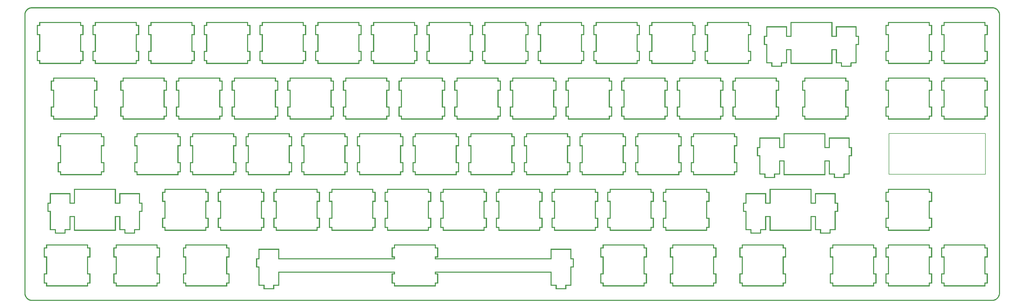
<source format=gbr>
G04 #@! TF.GenerationSoftware,KiCad,Pcbnew,8.0.7*
G04 #@! TF.CreationDate,2025-01-06T14:23:44+11:00*
G04 #@! TF.ProjectId,top,746f702e-6b69-4636-9164-5f7063625858,rev?*
G04 #@! TF.SameCoordinates,Original*
G04 #@! TF.FileFunction,Profile,NP*
%FSLAX46Y46*%
G04 Gerber Fmt 4.6, Leading zero omitted, Abs format (unit mm)*
G04 Created by KiCad (PCBNEW 8.0.7) date 2025-01-06 14:23:44*
%MOMM*%
%LPD*%
G01*
G04 APERTURE LIST*
G04 #@! TA.AperFunction,Profile*
%ADD10C,0.200000*%
G04 #@! TD*
G04 #@! TA.AperFunction,Profile*
%ADD11C,0.010000*%
G04 #@! TD*
G04 APERTURE END LIST*
D10*
X327616871Y-68060772D02*
X360616871Y-68060772D01*
X360616871Y-82060772D01*
X327616871Y-82060772D01*
X327616871Y-68060772D01*
D11*
X51042871Y-30864772D02*
X51847204Y-30864772D01*
X51847204Y-34251439D01*
X51042871Y-34251439D01*
X51042871Y-39775939D01*
X51847204Y-39775939D01*
X51847204Y-43162606D01*
X51042871Y-43162606D01*
X51042871Y-44157439D01*
X36755371Y-44157439D01*
X36755371Y-43162606D01*
X35951038Y-43162606D01*
X35951038Y-39775939D01*
X36755371Y-39775939D01*
X36755371Y-34251439D01*
X35951038Y-34251439D01*
X35951038Y-33976272D01*
X36247371Y-33976272D01*
X37030538Y-33976272D01*
X37030538Y-40051106D01*
X36247371Y-40051106D01*
X36247371Y-42866272D01*
X37030538Y-42866272D01*
X37030538Y-43861106D01*
X50746538Y-43861106D01*
X50746538Y-42866272D01*
X51550871Y-42866272D01*
X51550871Y-40051106D01*
X50746538Y-40051106D01*
X50746538Y-33976272D01*
X51550871Y-33976272D01*
X51550871Y-31161106D01*
X50746538Y-31161106D01*
X50746538Y-30145106D01*
X37030538Y-30145106D01*
X37030538Y-31161106D01*
X36247371Y-31161106D01*
X36247371Y-33976272D01*
X35951038Y-33976272D01*
X35951038Y-31161106D01*
X35951038Y-30864772D01*
X36755371Y-30864772D01*
X36755371Y-29869939D01*
X51042871Y-29869939D01*
X51042871Y-30864772D01*
G04 #@! TA.AperFunction,Profile*
G36*
X51042871Y-30864772D02*
G01*
X51847204Y-30864772D01*
X51847204Y-34251439D01*
X51042871Y-34251439D01*
X51042871Y-39775939D01*
X51847204Y-39775939D01*
X51847204Y-43162606D01*
X51042871Y-43162606D01*
X51042871Y-44157439D01*
X36755371Y-44157439D01*
X36755371Y-43162606D01*
X35951038Y-43162606D01*
X35951038Y-39775939D01*
X36755371Y-39775939D01*
X36755371Y-34251439D01*
X35951038Y-34251439D01*
X35951038Y-33976272D01*
X36247371Y-33976272D01*
X37030538Y-33976272D01*
X37030538Y-40051106D01*
X36247371Y-40051106D01*
X36247371Y-42866272D01*
X37030538Y-42866272D01*
X37030538Y-43861106D01*
X50746538Y-43861106D01*
X50746538Y-42866272D01*
X51550871Y-42866272D01*
X51550871Y-40051106D01*
X50746538Y-40051106D01*
X50746538Y-33976272D01*
X51550871Y-33976272D01*
X51550871Y-31161106D01*
X50746538Y-31161106D01*
X50746538Y-30145106D01*
X37030538Y-30145106D01*
X37030538Y-31161106D01*
X36247371Y-31161106D01*
X36247371Y-33976272D01*
X35951038Y-33976272D01*
X35951038Y-31161106D01*
X35951038Y-30864772D01*
X36755371Y-30864772D01*
X36755371Y-29869939D01*
X51042871Y-29869939D01*
X51042871Y-30864772D01*
G37*
G04 #@! TD.AperFunction*
X53413538Y-107064772D02*
X54217871Y-107064772D01*
X54217871Y-110451439D01*
X53413538Y-110451439D01*
X53413538Y-115954772D01*
X54217871Y-115954772D01*
X54217871Y-119341439D01*
X53413538Y-119341439D01*
X53413538Y-120336272D01*
X39126038Y-120336272D01*
X39126038Y-119341439D01*
X38342871Y-119341439D01*
X38342871Y-115954772D01*
X39126038Y-115954772D01*
X39126038Y-110451439D01*
X38342871Y-110451439D01*
X38342871Y-110155106D01*
X38618038Y-110155106D01*
X39422371Y-110155106D01*
X39422371Y-116251106D01*
X38618038Y-116251106D01*
X38618038Y-119066272D01*
X39422371Y-119066272D01*
X39422371Y-120061106D01*
X53138371Y-120061106D01*
X53138371Y-119066272D01*
X53942704Y-119066272D01*
X53942704Y-116251106D01*
X53138371Y-116251106D01*
X53138371Y-110155106D01*
X53942704Y-110155106D01*
X53942704Y-107339939D01*
X53138371Y-107339939D01*
X53138371Y-106345106D01*
X39422371Y-106345106D01*
X39422371Y-107339939D01*
X38618038Y-107339939D01*
X38618038Y-110155106D01*
X38342871Y-110155106D01*
X38342871Y-107339939D01*
X38342871Y-107064772D01*
X39126038Y-107064772D01*
X39126038Y-106069939D01*
X53413538Y-106069939D01*
X53413538Y-107064772D01*
G04 #@! TA.AperFunction,Profile*
G36*
X53413538Y-107064772D02*
G01*
X54217871Y-107064772D01*
X54217871Y-110451439D01*
X53413538Y-110451439D01*
X53413538Y-115954772D01*
X54217871Y-115954772D01*
X54217871Y-119341439D01*
X53413538Y-119341439D01*
X53413538Y-120336272D01*
X39126038Y-120336272D01*
X39126038Y-119341439D01*
X38342871Y-119341439D01*
X38342871Y-115954772D01*
X39126038Y-115954772D01*
X39126038Y-110451439D01*
X38342871Y-110451439D01*
X38342871Y-110155106D01*
X38618038Y-110155106D01*
X39422371Y-110155106D01*
X39422371Y-116251106D01*
X38618038Y-116251106D01*
X38618038Y-119066272D01*
X39422371Y-119066272D01*
X39422371Y-120061106D01*
X53138371Y-120061106D01*
X53138371Y-119066272D01*
X53942704Y-119066272D01*
X53942704Y-116251106D01*
X53138371Y-116251106D01*
X53138371Y-110155106D01*
X53942704Y-110155106D01*
X53942704Y-107339939D01*
X53138371Y-107339939D01*
X53138371Y-106345106D01*
X39422371Y-106345106D01*
X39422371Y-107339939D01*
X38618038Y-107339939D01*
X38618038Y-110155106D01*
X38342871Y-110155106D01*
X38342871Y-107339939D01*
X38342871Y-107064772D01*
X39126038Y-107064772D01*
X39126038Y-106069939D01*
X53413538Y-106069939D01*
X53413538Y-107064772D01*
G37*
G04 #@! TD.AperFunction*
X58176038Y-68964772D02*
X58980371Y-68964772D01*
X58980371Y-72351439D01*
X58176038Y-72351439D01*
X58176038Y-77854772D01*
X58980371Y-77854772D01*
X58980371Y-81241439D01*
X58176038Y-81241439D01*
X58176038Y-82257439D01*
X43888538Y-82257439D01*
X43888538Y-81241439D01*
X43105371Y-81241439D01*
X43105371Y-77854772D01*
X43888538Y-77854772D01*
X43888538Y-72351439D01*
X43105371Y-72351439D01*
X43105371Y-72055106D01*
X43380538Y-72055106D01*
X44184871Y-72055106D01*
X44184871Y-78151106D01*
X43380538Y-78151106D01*
X43380538Y-80966272D01*
X44184871Y-80966272D01*
X44184871Y-81961106D01*
X57900871Y-81961106D01*
X57900871Y-80966272D01*
X58705204Y-80966272D01*
X58705204Y-78151106D01*
X57900871Y-78151106D01*
X57900871Y-72055106D01*
X58705204Y-72055106D01*
X58705204Y-69261106D01*
X57900871Y-69261106D01*
X57900871Y-68245106D01*
X44184871Y-68245106D01*
X44184871Y-69261106D01*
X43380538Y-69261106D01*
X43380538Y-72055106D01*
X43105371Y-72055106D01*
X43105371Y-69261106D01*
X43105371Y-68964772D01*
X43888538Y-68964772D01*
X43888538Y-67969939D01*
X58176038Y-67969939D01*
X58176038Y-68964772D01*
G04 #@! TA.AperFunction,Profile*
G36*
X58176038Y-68964772D02*
G01*
X58980371Y-68964772D01*
X58980371Y-72351439D01*
X58176038Y-72351439D01*
X58176038Y-77854772D01*
X58980371Y-77854772D01*
X58980371Y-81241439D01*
X58176038Y-81241439D01*
X58176038Y-82257439D01*
X43888538Y-82257439D01*
X43888538Y-81241439D01*
X43105371Y-81241439D01*
X43105371Y-77854772D01*
X43888538Y-77854772D01*
X43888538Y-72351439D01*
X43105371Y-72351439D01*
X43105371Y-72055106D01*
X43380538Y-72055106D01*
X44184871Y-72055106D01*
X44184871Y-78151106D01*
X43380538Y-78151106D01*
X43380538Y-80966272D01*
X44184871Y-80966272D01*
X44184871Y-81961106D01*
X57900871Y-81961106D01*
X57900871Y-80966272D01*
X58705204Y-80966272D01*
X58705204Y-78151106D01*
X57900871Y-78151106D01*
X57900871Y-72055106D01*
X58705204Y-72055106D01*
X58705204Y-69261106D01*
X57900871Y-69261106D01*
X57900871Y-68245106D01*
X44184871Y-68245106D01*
X44184871Y-69261106D01*
X43380538Y-69261106D01*
X43380538Y-72055106D01*
X43105371Y-72055106D01*
X43105371Y-69261106D01*
X43105371Y-68964772D01*
X43888538Y-68964772D01*
X43888538Y-67969939D01*
X58176038Y-67969939D01*
X58176038Y-68964772D01*
G37*
G04 #@! TD.AperFunction*
X70092871Y-30864772D02*
X70897204Y-30864772D01*
X70897204Y-34251439D01*
X70092871Y-34251439D01*
X70092871Y-39775939D01*
X70897204Y-39775939D01*
X70897204Y-43162606D01*
X70092871Y-43162606D01*
X70092871Y-44157439D01*
X55805371Y-44157439D01*
X55805371Y-43162606D01*
X55001038Y-43162606D01*
X55001038Y-39775939D01*
X55805371Y-39775939D01*
X55805371Y-34251439D01*
X55001038Y-34251439D01*
X55001038Y-33976272D01*
X55297371Y-33976272D01*
X56080538Y-33976272D01*
X56080538Y-40051106D01*
X55297371Y-40051106D01*
X55297371Y-42866272D01*
X56080538Y-42866272D01*
X56080538Y-43861106D01*
X69796538Y-43861106D01*
X69796538Y-42866272D01*
X70600871Y-42866272D01*
X70600871Y-40051106D01*
X69796538Y-40051106D01*
X69796538Y-33976272D01*
X70600871Y-33976272D01*
X70600871Y-31161106D01*
X69796538Y-31161106D01*
X69796538Y-30145106D01*
X56080538Y-30145106D01*
X56080538Y-31161106D01*
X55297371Y-31161106D01*
X55297371Y-33976272D01*
X55001038Y-33976272D01*
X55001038Y-31161106D01*
X55001038Y-30864772D01*
X55805371Y-30864772D01*
X55805371Y-29869939D01*
X70092871Y-29869939D01*
X70092871Y-30864772D01*
G04 #@! TA.AperFunction,Profile*
G36*
X70092871Y-30864772D02*
G01*
X70897204Y-30864772D01*
X70897204Y-34251439D01*
X70092871Y-34251439D01*
X70092871Y-39775939D01*
X70897204Y-39775939D01*
X70897204Y-43162606D01*
X70092871Y-43162606D01*
X70092871Y-44157439D01*
X55805371Y-44157439D01*
X55805371Y-43162606D01*
X55001038Y-43162606D01*
X55001038Y-39775939D01*
X55805371Y-39775939D01*
X55805371Y-34251439D01*
X55001038Y-34251439D01*
X55001038Y-33976272D01*
X55297371Y-33976272D01*
X56080538Y-33976272D01*
X56080538Y-40051106D01*
X55297371Y-40051106D01*
X55297371Y-42866272D01*
X56080538Y-42866272D01*
X56080538Y-43861106D01*
X69796538Y-43861106D01*
X69796538Y-42866272D01*
X70600871Y-42866272D01*
X70600871Y-40051106D01*
X69796538Y-40051106D01*
X69796538Y-33976272D01*
X70600871Y-33976272D01*
X70600871Y-31161106D01*
X69796538Y-31161106D01*
X69796538Y-30145106D01*
X56080538Y-30145106D01*
X56080538Y-31161106D01*
X55297371Y-31161106D01*
X55297371Y-33976272D01*
X55001038Y-33976272D01*
X55001038Y-31161106D01*
X55001038Y-30864772D01*
X55805371Y-30864772D01*
X55805371Y-29869939D01*
X70092871Y-29869939D01*
X70092871Y-30864772D01*
G37*
G04 #@! TD.AperFunction*
X77226038Y-107064772D02*
X78030371Y-107064772D01*
X78030371Y-110451439D01*
X77226038Y-110451439D01*
X77226038Y-115954772D01*
X78030371Y-115954772D01*
X78030371Y-119341439D01*
X77226038Y-119341439D01*
X77226038Y-120336272D01*
X62938538Y-120336272D01*
X62938538Y-119341439D01*
X62155371Y-119341439D01*
X62155371Y-115954772D01*
X62938538Y-115954772D01*
X62938538Y-110451439D01*
X62155371Y-110451439D01*
X62155371Y-110155106D01*
X62430538Y-110155106D01*
X63234871Y-110155106D01*
X63234871Y-116251106D01*
X62430538Y-116251106D01*
X62430538Y-119066272D01*
X63234871Y-119066272D01*
X63234871Y-120061106D01*
X76950871Y-120061106D01*
X76950871Y-119066272D01*
X77755204Y-119066272D01*
X77755204Y-116251106D01*
X76950871Y-116251106D01*
X76950871Y-110155106D01*
X77755204Y-110155106D01*
X77755204Y-107339939D01*
X76950871Y-107339939D01*
X76950871Y-106345106D01*
X63234871Y-106345106D01*
X63234871Y-107339939D01*
X62430538Y-107339939D01*
X62430538Y-110155106D01*
X62155371Y-110155106D01*
X62155371Y-107339939D01*
X62155371Y-107064772D01*
X62938538Y-107064772D01*
X62938538Y-106069939D01*
X77226038Y-106069939D01*
X77226038Y-107064772D01*
G04 #@! TA.AperFunction,Profile*
G36*
X77226038Y-107064772D02*
G01*
X78030371Y-107064772D01*
X78030371Y-110451439D01*
X77226038Y-110451439D01*
X77226038Y-115954772D01*
X78030371Y-115954772D01*
X78030371Y-119341439D01*
X77226038Y-119341439D01*
X77226038Y-120336272D01*
X62938538Y-120336272D01*
X62938538Y-119341439D01*
X62155371Y-119341439D01*
X62155371Y-115954772D01*
X62938538Y-115954772D01*
X62938538Y-110451439D01*
X62155371Y-110451439D01*
X62155371Y-110155106D01*
X62430538Y-110155106D01*
X63234871Y-110155106D01*
X63234871Y-116251106D01*
X62430538Y-116251106D01*
X62430538Y-119066272D01*
X63234871Y-119066272D01*
X63234871Y-120061106D01*
X76950871Y-120061106D01*
X76950871Y-119066272D01*
X77755204Y-119066272D01*
X77755204Y-116251106D01*
X76950871Y-116251106D01*
X76950871Y-110155106D01*
X77755204Y-110155106D01*
X77755204Y-107339939D01*
X76950871Y-107339939D01*
X76950871Y-106345106D01*
X63234871Y-106345106D01*
X63234871Y-107339939D01*
X62430538Y-107339939D01*
X62430538Y-110155106D01*
X62155371Y-110155106D01*
X62155371Y-107339939D01*
X62155371Y-107064772D01*
X62938538Y-107064772D01*
X62938538Y-106069939D01*
X77226038Y-106069939D01*
X77226038Y-107064772D01*
G37*
G04 #@! TD.AperFunction*
X89142871Y-30864772D02*
X89947204Y-30864772D01*
X89947204Y-34251439D01*
X89142871Y-34251439D01*
X89142871Y-39775939D01*
X89947204Y-39775939D01*
X89947204Y-43162606D01*
X89142871Y-43162606D01*
X89142871Y-44157439D01*
X74855371Y-44157439D01*
X74855371Y-43162606D01*
X74051038Y-43162606D01*
X74051038Y-39775939D01*
X74855371Y-39775939D01*
X74855371Y-34251439D01*
X74051038Y-34251439D01*
X74051038Y-33976272D01*
X74347371Y-33976272D01*
X75130538Y-33976272D01*
X75130538Y-40051106D01*
X74347371Y-40051106D01*
X74347371Y-42866272D01*
X75130538Y-42866272D01*
X75130538Y-43861106D01*
X88846538Y-43861106D01*
X88846538Y-42866272D01*
X89650871Y-42866272D01*
X89650871Y-40051106D01*
X88846538Y-40051106D01*
X88846538Y-33976272D01*
X89650871Y-33976272D01*
X89650871Y-31161106D01*
X88846538Y-31161106D01*
X88846538Y-30145106D01*
X75130538Y-30145106D01*
X75130538Y-31161106D01*
X74347371Y-31161106D01*
X74347371Y-33976272D01*
X74051038Y-33976272D01*
X74051038Y-31161106D01*
X74051038Y-30864772D01*
X74855371Y-30864772D01*
X74855371Y-29869939D01*
X89142871Y-29869939D01*
X89142871Y-30864772D01*
G04 #@! TA.AperFunction,Profile*
G36*
X89142871Y-30864772D02*
G01*
X89947204Y-30864772D01*
X89947204Y-34251439D01*
X89142871Y-34251439D01*
X89142871Y-39775939D01*
X89947204Y-39775939D01*
X89947204Y-43162606D01*
X89142871Y-43162606D01*
X89142871Y-44157439D01*
X74855371Y-44157439D01*
X74855371Y-43162606D01*
X74051038Y-43162606D01*
X74051038Y-39775939D01*
X74855371Y-39775939D01*
X74855371Y-34251439D01*
X74051038Y-34251439D01*
X74051038Y-33976272D01*
X74347371Y-33976272D01*
X75130538Y-33976272D01*
X75130538Y-40051106D01*
X74347371Y-40051106D01*
X74347371Y-42866272D01*
X75130538Y-42866272D01*
X75130538Y-43861106D01*
X88846538Y-43861106D01*
X88846538Y-42866272D01*
X89650871Y-42866272D01*
X89650871Y-40051106D01*
X88846538Y-40051106D01*
X88846538Y-33976272D01*
X89650871Y-33976272D01*
X89650871Y-31161106D01*
X88846538Y-31161106D01*
X88846538Y-30145106D01*
X75130538Y-30145106D01*
X75130538Y-31161106D01*
X74347371Y-31161106D01*
X74347371Y-33976272D01*
X74051038Y-33976272D01*
X74051038Y-31161106D01*
X74051038Y-30864772D01*
X74855371Y-30864772D01*
X74855371Y-29869939D01*
X89142871Y-29869939D01*
X89142871Y-30864772D01*
G37*
G04 #@! TD.AperFunction*
X93905371Y-88014772D02*
X94709704Y-88014772D01*
X94709704Y-91401439D01*
X93905371Y-91401439D01*
X93905371Y-96904772D01*
X94709704Y-96904772D01*
X94709704Y-100291439D01*
X93905371Y-100291439D01*
X93905371Y-101307439D01*
X79617871Y-101307439D01*
X79617871Y-100291439D01*
X78813538Y-100291439D01*
X78813538Y-96904772D01*
X79617871Y-96904772D01*
X79617871Y-91401439D01*
X78813538Y-91401439D01*
X78813538Y-91105106D01*
X79109871Y-91105106D01*
X79893038Y-91105106D01*
X79893038Y-97201106D01*
X79109871Y-97201106D01*
X79109871Y-100016272D01*
X79893038Y-100016272D01*
X79893038Y-101011106D01*
X93609038Y-101011106D01*
X93609038Y-100016272D01*
X94413371Y-100016272D01*
X94413371Y-97201106D01*
X93609038Y-97201106D01*
X93609038Y-91105106D01*
X94413371Y-91105106D01*
X94413371Y-88289939D01*
X93609038Y-88289939D01*
X93609038Y-87295106D01*
X79893038Y-87295106D01*
X79893038Y-88289939D01*
X79109871Y-88289939D01*
X79109871Y-91105106D01*
X78813538Y-91105106D01*
X78813538Y-88289939D01*
X78813538Y-88014772D01*
X79617871Y-88014772D01*
X79617871Y-87019939D01*
X93905371Y-87019939D01*
X93905371Y-88014772D01*
G04 #@! TA.AperFunction,Profile*
G36*
X93905371Y-88014772D02*
G01*
X94709704Y-88014772D01*
X94709704Y-91401439D01*
X93905371Y-91401439D01*
X93905371Y-96904772D01*
X94709704Y-96904772D01*
X94709704Y-100291439D01*
X93905371Y-100291439D01*
X93905371Y-101307439D01*
X79617871Y-101307439D01*
X79617871Y-100291439D01*
X78813538Y-100291439D01*
X78813538Y-96904772D01*
X79617871Y-96904772D01*
X79617871Y-91401439D01*
X78813538Y-91401439D01*
X78813538Y-91105106D01*
X79109871Y-91105106D01*
X79893038Y-91105106D01*
X79893038Y-97201106D01*
X79109871Y-97201106D01*
X79109871Y-100016272D01*
X79893038Y-100016272D01*
X79893038Y-101011106D01*
X93609038Y-101011106D01*
X93609038Y-100016272D01*
X94413371Y-100016272D01*
X94413371Y-97201106D01*
X93609038Y-97201106D01*
X93609038Y-91105106D01*
X94413371Y-91105106D01*
X94413371Y-88289939D01*
X93609038Y-88289939D01*
X93609038Y-87295106D01*
X79893038Y-87295106D01*
X79893038Y-88289939D01*
X79109871Y-88289939D01*
X79109871Y-91105106D01*
X78813538Y-91105106D01*
X78813538Y-88289939D01*
X78813538Y-88014772D01*
X79617871Y-88014772D01*
X79617871Y-87019939D01*
X93905371Y-87019939D01*
X93905371Y-88014772D01*
G37*
G04 #@! TD.AperFunction*
X101038538Y-107064772D02*
X101842871Y-107064772D01*
X101842871Y-110451439D01*
X101038538Y-110451439D01*
X101038538Y-115954772D01*
X101842871Y-115954772D01*
X101842871Y-119341439D01*
X101038538Y-119341439D01*
X101038538Y-120336272D01*
X86751038Y-120336272D01*
X86751038Y-119341439D01*
X85967871Y-119341439D01*
X85967871Y-115954772D01*
X86751038Y-115954772D01*
X86751038Y-110451439D01*
X85967871Y-110451439D01*
X85967871Y-110155106D01*
X86243038Y-110155106D01*
X87047371Y-110155106D01*
X87047371Y-116251106D01*
X86243038Y-116251106D01*
X86243038Y-119066272D01*
X87047371Y-119066272D01*
X87047371Y-120061106D01*
X100763371Y-120061106D01*
X100763371Y-119066272D01*
X101567704Y-119066272D01*
X101567704Y-116251106D01*
X100763371Y-116251106D01*
X100763371Y-110155106D01*
X101567704Y-110155106D01*
X101567704Y-107339939D01*
X100763371Y-107339939D01*
X100763371Y-106345106D01*
X87047371Y-106345106D01*
X87047371Y-107339939D01*
X86243038Y-107339939D01*
X86243038Y-110155106D01*
X85967871Y-110155106D01*
X85967871Y-107339939D01*
X85967871Y-107064772D01*
X86751038Y-107064772D01*
X86751038Y-106069939D01*
X101038538Y-106069939D01*
X101038538Y-107064772D01*
G04 #@! TA.AperFunction,Profile*
G36*
X101038538Y-107064772D02*
G01*
X101842871Y-107064772D01*
X101842871Y-110451439D01*
X101038538Y-110451439D01*
X101038538Y-115954772D01*
X101842871Y-115954772D01*
X101842871Y-119341439D01*
X101038538Y-119341439D01*
X101038538Y-120336272D01*
X86751038Y-120336272D01*
X86751038Y-119341439D01*
X85967871Y-119341439D01*
X85967871Y-115954772D01*
X86751038Y-115954772D01*
X86751038Y-110451439D01*
X85967871Y-110451439D01*
X85967871Y-110155106D01*
X86243038Y-110155106D01*
X87047371Y-110155106D01*
X87047371Y-116251106D01*
X86243038Y-116251106D01*
X86243038Y-119066272D01*
X87047371Y-119066272D01*
X87047371Y-120061106D01*
X100763371Y-120061106D01*
X100763371Y-119066272D01*
X101567704Y-119066272D01*
X101567704Y-116251106D01*
X100763371Y-116251106D01*
X100763371Y-110155106D01*
X101567704Y-110155106D01*
X101567704Y-107339939D01*
X100763371Y-107339939D01*
X100763371Y-106345106D01*
X87047371Y-106345106D01*
X87047371Y-107339939D01*
X86243038Y-107339939D01*
X86243038Y-110155106D01*
X85967871Y-110155106D01*
X85967871Y-107339939D01*
X85967871Y-107064772D01*
X86751038Y-107064772D01*
X86751038Y-106069939D01*
X101038538Y-106069939D01*
X101038538Y-107064772D01*
G37*
G04 #@! TD.AperFunction*
X108192871Y-30864772D02*
X108997204Y-30864772D01*
X108997204Y-34251439D01*
X108192871Y-34251439D01*
X108192871Y-39775939D01*
X108997204Y-39775939D01*
X108997204Y-43162606D01*
X108192871Y-43162606D01*
X108192871Y-44157439D01*
X93905371Y-44157439D01*
X93905371Y-43162606D01*
X93101038Y-43162606D01*
X93101038Y-39775939D01*
X93905371Y-39775939D01*
X93905371Y-34251439D01*
X93101038Y-34251439D01*
X93101038Y-33976272D01*
X93397371Y-33976272D01*
X94180538Y-33976272D01*
X94180538Y-40051106D01*
X93397371Y-40051106D01*
X93397371Y-42866272D01*
X94180538Y-42866272D01*
X94180538Y-43861106D01*
X107896538Y-43861106D01*
X107896538Y-42866272D01*
X108700871Y-42866272D01*
X108700871Y-40051106D01*
X107896538Y-40051106D01*
X107896538Y-33976272D01*
X108700871Y-33976272D01*
X108700871Y-31161106D01*
X107896538Y-31161106D01*
X107896538Y-30145106D01*
X94180538Y-30145106D01*
X94180538Y-31161106D01*
X93397371Y-31161106D01*
X93397371Y-33976272D01*
X93101038Y-33976272D01*
X93101038Y-31161106D01*
X93101038Y-30864772D01*
X93905371Y-30864772D01*
X93905371Y-29869939D01*
X108192871Y-29869939D01*
X108192871Y-30864772D01*
G04 #@! TA.AperFunction,Profile*
G36*
X108192871Y-30864772D02*
G01*
X108997204Y-30864772D01*
X108997204Y-34251439D01*
X108192871Y-34251439D01*
X108192871Y-39775939D01*
X108997204Y-39775939D01*
X108997204Y-43162606D01*
X108192871Y-43162606D01*
X108192871Y-44157439D01*
X93905371Y-44157439D01*
X93905371Y-43162606D01*
X93101038Y-43162606D01*
X93101038Y-39775939D01*
X93905371Y-39775939D01*
X93905371Y-34251439D01*
X93101038Y-34251439D01*
X93101038Y-33976272D01*
X93397371Y-33976272D01*
X94180538Y-33976272D01*
X94180538Y-40051106D01*
X93397371Y-40051106D01*
X93397371Y-42866272D01*
X94180538Y-42866272D01*
X94180538Y-43861106D01*
X107896538Y-43861106D01*
X107896538Y-42866272D01*
X108700871Y-42866272D01*
X108700871Y-40051106D01*
X107896538Y-40051106D01*
X107896538Y-33976272D01*
X108700871Y-33976272D01*
X108700871Y-31161106D01*
X107896538Y-31161106D01*
X107896538Y-30145106D01*
X94180538Y-30145106D01*
X94180538Y-31161106D01*
X93397371Y-31161106D01*
X93397371Y-33976272D01*
X93101038Y-33976272D01*
X93101038Y-31161106D01*
X93101038Y-30864772D01*
X93905371Y-30864772D01*
X93905371Y-29869939D01*
X108192871Y-29869939D01*
X108192871Y-30864772D01*
G37*
G04 #@! TD.AperFunction*
X132005371Y-88014772D02*
X132788538Y-88014772D01*
X132788538Y-91401439D01*
X132005371Y-91401439D01*
X132005371Y-96904772D01*
X132788538Y-96904772D01*
X132788538Y-100291439D01*
X132005371Y-100291439D01*
X132005371Y-101307439D01*
X117717871Y-101307439D01*
X117717871Y-100291439D01*
X116913538Y-100291439D01*
X116913538Y-96904772D01*
X117717871Y-96904772D01*
X117717871Y-91401439D01*
X116913538Y-91401439D01*
X116913538Y-91105106D01*
X117209871Y-91105106D01*
X117993038Y-91105106D01*
X117993038Y-97201106D01*
X117209871Y-97201106D01*
X117209871Y-100016272D01*
X117993038Y-100016272D01*
X117993038Y-101011106D01*
X131709038Y-101011106D01*
X131709038Y-100016272D01*
X132513371Y-100016272D01*
X132513371Y-97201106D01*
X131709038Y-97201106D01*
X131709038Y-91105106D01*
X132513371Y-91105106D01*
X132513371Y-88289939D01*
X131709038Y-88289939D01*
X131709038Y-87295106D01*
X117993038Y-87295106D01*
X117993038Y-88289939D01*
X117209871Y-88289939D01*
X117209871Y-91105106D01*
X116913538Y-91105106D01*
X116913538Y-88289939D01*
X116913538Y-88014772D01*
X117717871Y-88014772D01*
X117717871Y-87019939D01*
X132005371Y-87019939D01*
X132005371Y-88014772D01*
G04 #@! TA.AperFunction,Profile*
G36*
X132005371Y-88014772D02*
G01*
X132788538Y-88014772D01*
X132788538Y-91401439D01*
X132005371Y-91401439D01*
X132005371Y-96904772D01*
X132788538Y-96904772D01*
X132788538Y-100291439D01*
X132005371Y-100291439D01*
X132005371Y-101307439D01*
X117717871Y-101307439D01*
X117717871Y-100291439D01*
X116913538Y-100291439D01*
X116913538Y-96904772D01*
X117717871Y-96904772D01*
X117717871Y-91401439D01*
X116913538Y-91401439D01*
X116913538Y-91105106D01*
X117209871Y-91105106D01*
X117993038Y-91105106D01*
X117993038Y-97201106D01*
X117209871Y-97201106D01*
X117209871Y-100016272D01*
X117993038Y-100016272D01*
X117993038Y-101011106D01*
X131709038Y-101011106D01*
X131709038Y-100016272D01*
X132513371Y-100016272D01*
X132513371Y-97201106D01*
X131709038Y-97201106D01*
X131709038Y-91105106D01*
X132513371Y-91105106D01*
X132513371Y-88289939D01*
X131709038Y-88289939D01*
X131709038Y-87295106D01*
X117993038Y-87295106D01*
X117993038Y-88289939D01*
X117209871Y-88289939D01*
X117209871Y-91105106D01*
X116913538Y-91105106D01*
X116913538Y-88289939D01*
X116913538Y-88014772D01*
X117717871Y-88014772D01*
X117717871Y-87019939D01*
X132005371Y-87019939D01*
X132005371Y-88014772D01*
G37*
G04 #@! TD.AperFunction*
X141530371Y-68964772D02*
X142313538Y-68964772D01*
X142313538Y-72351439D01*
X141530371Y-72351439D01*
X141530371Y-77854772D01*
X142313538Y-77854772D01*
X142313538Y-81241439D01*
X141530371Y-81241439D01*
X141530371Y-82257439D01*
X127242871Y-82257439D01*
X127242871Y-81241439D01*
X126438538Y-81241439D01*
X126438538Y-77854772D01*
X127242871Y-77854772D01*
X127242871Y-72351439D01*
X126438538Y-72351439D01*
X126438538Y-72055106D01*
X126734871Y-72055106D01*
X127518038Y-72055106D01*
X127518038Y-78151106D01*
X126734871Y-78151106D01*
X126734871Y-80966272D01*
X127518038Y-80966272D01*
X127518038Y-81961106D01*
X141234038Y-81961106D01*
X141234038Y-80966272D01*
X142038371Y-80966272D01*
X142038371Y-78151106D01*
X141234038Y-78151106D01*
X141234038Y-72055106D01*
X142038371Y-72055106D01*
X142038371Y-69261106D01*
X141234038Y-69261106D01*
X141234038Y-68245106D01*
X127518038Y-68245106D01*
X127518038Y-69261106D01*
X126734871Y-69261106D01*
X126734871Y-72055106D01*
X126438538Y-72055106D01*
X126438538Y-69261106D01*
X126438538Y-68964772D01*
X127242871Y-68964772D01*
X127242871Y-67969939D01*
X141530371Y-67969939D01*
X141530371Y-68964772D01*
G04 #@! TA.AperFunction,Profile*
G36*
X141530371Y-68964772D02*
G01*
X142313538Y-68964772D01*
X142313538Y-72351439D01*
X141530371Y-72351439D01*
X141530371Y-77854772D01*
X142313538Y-77854772D01*
X142313538Y-81241439D01*
X141530371Y-81241439D01*
X141530371Y-82257439D01*
X127242871Y-82257439D01*
X127242871Y-81241439D01*
X126438538Y-81241439D01*
X126438538Y-77854772D01*
X127242871Y-77854772D01*
X127242871Y-72351439D01*
X126438538Y-72351439D01*
X126438538Y-72055106D01*
X126734871Y-72055106D01*
X127518038Y-72055106D01*
X127518038Y-78151106D01*
X126734871Y-78151106D01*
X126734871Y-80966272D01*
X127518038Y-80966272D01*
X127518038Y-81961106D01*
X141234038Y-81961106D01*
X141234038Y-80966272D01*
X142038371Y-80966272D01*
X142038371Y-78151106D01*
X141234038Y-78151106D01*
X141234038Y-72055106D01*
X142038371Y-72055106D01*
X142038371Y-69261106D01*
X141234038Y-69261106D01*
X141234038Y-68245106D01*
X127518038Y-68245106D01*
X127518038Y-69261106D01*
X126734871Y-69261106D01*
X126734871Y-72055106D01*
X126438538Y-72055106D01*
X126438538Y-69261106D01*
X126438538Y-68964772D01*
X127242871Y-68964772D01*
X127242871Y-67969939D01*
X141530371Y-67969939D01*
X141530371Y-68964772D01*
G37*
G04 #@! TD.AperFunction*
X146292871Y-30864772D02*
X147076038Y-30864772D01*
X147076038Y-34251439D01*
X146292871Y-34251439D01*
X146292871Y-39775939D01*
X147076038Y-39775939D01*
X147076038Y-43162606D01*
X146292871Y-43162606D01*
X146292871Y-44157439D01*
X132005371Y-44157439D01*
X132005371Y-43162606D01*
X131201038Y-43162606D01*
X131201038Y-39775939D01*
X132005371Y-39775939D01*
X132005371Y-34251439D01*
X131201038Y-34251439D01*
X131201038Y-33976272D01*
X131497371Y-33976272D01*
X132280538Y-33976272D01*
X132280538Y-40051106D01*
X131497371Y-40051106D01*
X131497371Y-42866272D01*
X132280538Y-42866272D01*
X132280538Y-43861106D01*
X145996538Y-43861106D01*
X145996538Y-42866272D01*
X146800871Y-42866272D01*
X146800871Y-40051106D01*
X145996538Y-40051106D01*
X145996538Y-33976272D01*
X146800871Y-33976272D01*
X146800871Y-31161106D01*
X145996538Y-31161106D01*
X145996538Y-30145106D01*
X132280538Y-30145106D01*
X132280538Y-31161106D01*
X131497371Y-31161106D01*
X131497371Y-33976272D01*
X131201038Y-33976272D01*
X131201038Y-31161106D01*
X131201038Y-30864772D01*
X132005371Y-30864772D01*
X132005371Y-29869939D01*
X146292871Y-29869939D01*
X146292871Y-30864772D01*
G04 #@! TA.AperFunction,Profile*
G36*
X146292871Y-30864772D02*
G01*
X147076038Y-30864772D01*
X147076038Y-34251439D01*
X146292871Y-34251439D01*
X146292871Y-39775939D01*
X147076038Y-39775939D01*
X147076038Y-43162606D01*
X146292871Y-43162606D01*
X146292871Y-44157439D01*
X132005371Y-44157439D01*
X132005371Y-43162606D01*
X131201038Y-43162606D01*
X131201038Y-39775939D01*
X132005371Y-39775939D01*
X132005371Y-34251439D01*
X131201038Y-34251439D01*
X131201038Y-33976272D01*
X131497371Y-33976272D01*
X132280538Y-33976272D01*
X132280538Y-40051106D01*
X131497371Y-40051106D01*
X131497371Y-42866272D01*
X132280538Y-42866272D01*
X132280538Y-43861106D01*
X145996538Y-43861106D01*
X145996538Y-42866272D01*
X146800871Y-42866272D01*
X146800871Y-40051106D01*
X145996538Y-40051106D01*
X145996538Y-33976272D01*
X146800871Y-33976272D01*
X146800871Y-31161106D01*
X145996538Y-31161106D01*
X145996538Y-30145106D01*
X132280538Y-30145106D01*
X132280538Y-31161106D01*
X131497371Y-31161106D01*
X131497371Y-33976272D01*
X131201038Y-33976272D01*
X131201038Y-31161106D01*
X131201038Y-30864772D01*
X132005371Y-30864772D01*
X132005371Y-29869939D01*
X146292871Y-29869939D01*
X146292871Y-30864772D01*
G37*
G04 #@! TD.AperFunction*
X151055371Y-88014772D02*
X151838538Y-88014772D01*
X151838538Y-91401439D01*
X151055371Y-91401439D01*
X151055371Y-96904772D01*
X151838538Y-96904772D01*
X151838538Y-100291439D01*
X151055371Y-100291439D01*
X151055371Y-101307439D01*
X136767871Y-101307439D01*
X136767871Y-100291439D01*
X135963538Y-100291439D01*
X135963538Y-96904772D01*
X136767871Y-96904772D01*
X136767871Y-91401439D01*
X135963538Y-91401439D01*
X135963538Y-91105106D01*
X136238704Y-91105106D01*
X137043038Y-91105106D01*
X137043038Y-97201106D01*
X136238704Y-97201106D01*
X136238704Y-100016272D01*
X137043038Y-100016272D01*
X137043038Y-101011106D01*
X150759038Y-101011106D01*
X150759038Y-100016272D01*
X151563371Y-100016272D01*
X151563371Y-97201106D01*
X150759038Y-97201106D01*
X150759038Y-91105106D01*
X151563371Y-91105106D01*
X151563371Y-88289939D01*
X150759038Y-88289939D01*
X150759038Y-87295106D01*
X137043038Y-87295106D01*
X137043038Y-88289939D01*
X136238704Y-88289939D01*
X136238704Y-91105106D01*
X135963538Y-91105106D01*
X135963538Y-88289939D01*
X135963538Y-88014772D01*
X136767871Y-88014772D01*
X136767871Y-87019939D01*
X151055371Y-87019939D01*
X151055371Y-88014772D01*
G04 #@! TA.AperFunction,Profile*
G36*
X151055371Y-88014772D02*
G01*
X151838538Y-88014772D01*
X151838538Y-91401439D01*
X151055371Y-91401439D01*
X151055371Y-96904772D01*
X151838538Y-96904772D01*
X151838538Y-100291439D01*
X151055371Y-100291439D01*
X151055371Y-101307439D01*
X136767871Y-101307439D01*
X136767871Y-100291439D01*
X135963538Y-100291439D01*
X135963538Y-96904772D01*
X136767871Y-96904772D01*
X136767871Y-91401439D01*
X135963538Y-91401439D01*
X135963538Y-91105106D01*
X136238704Y-91105106D01*
X137043038Y-91105106D01*
X137043038Y-97201106D01*
X136238704Y-97201106D01*
X136238704Y-100016272D01*
X137043038Y-100016272D01*
X137043038Y-101011106D01*
X150759038Y-101011106D01*
X150759038Y-100016272D01*
X151563371Y-100016272D01*
X151563371Y-97201106D01*
X150759038Y-97201106D01*
X150759038Y-91105106D01*
X151563371Y-91105106D01*
X151563371Y-88289939D01*
X150759038Y-88289939D01*
X150759038Y-87295106D01*
X137043038Y-87295106D01*
X137043038Y-88289939D01*
X136238704Y-88289939D01*
X136238704Y-91105106D01*
X135963538Y-91105106D01*
X135963538Y-88289939D01*
X135963538Y-88014772D01*
X136767871Y-88014772D01*
X136767871Y-87019939D01*
X151055371Y-87019939D01*
X151055371Y-88014772D01*
G37*
G04 #@! TD.AperFunction*
X160580371Y-68964772D02*
X161363538Y-68964772D01*
X161363538Y-72351439D01*
X160580371Y-72351439D01*
X160580371Y-77854772D01*
X161363538Y-77854772D01*
X161363538Y-81241439D01*
X160580371Y-81241439D01*
X160580371Y-82257439D01*
X146292871Y-82257439D01*
X146292871Y-81241439D01*
X145488538Y-81241439D01*
X145488538Y-77854772D01*
X146292871Y-77854772D01*
X146292871Y-72351439D01*
X145488538Y-72351439D01*
X145488538Y-72055106D01*
X145763704Y-72055106D01*
X146568038Y-72055106D01*
X146568038Y-78151106D01*
X145763704Y-78151106D01*
X145763704Y-80966272D01*
X146568038Y-80966272D01*
X146568038Y-81961106D01*
X160284038Y-81961106D01*
X160284038Y-80966272D01*
X161088371Y-80966272D01*
X161088371Y-78151106D01*
X160284038Y-78151106D01*
X160284038Y-72055106D01*
X161088371Y-72055106D01*
X161088371Y-69261106D01*
X160284038Y-69261106D01*
X160284038Y-68245106D01*
X146568038Y-68245106D01*
X146568038Y-69261106D01*
X145763704Y-69261106D01*
X145763704Y-72055106D01*
X145488538Y-72055106D01*
X145488538Y-69261106D01*
X145488538Y-68964772D01*
X146292871Y-68964772D01*
X146292871Y-67969939D01*
X160580371Y-67969939D01*
X160580371Y-68964772D01*
G04 #@! TA.AperFunction,Profile*
G36*
X160580371Y-68964772D02*
G01*
X161363538Y-68964772D01*
X161363538Y-72351439D01*
X160580371Y-72351439D01*
X160580371Y-77854772D01*
X161363538Y-77854772D01*
X161363538Y-81241439D01*
X160580371Y-81241439D01*
X160580371Y-82257439D01*
X146292871Y-82257439D01*
X146292871Y-81241439D01*
X145488538Y-81241439D01*
X145488538Y-77854772D01*
X146292871Y-77854772D01*
X146292871Y-72351439D01*
X145488538Y-72351439D01*
X145488538Y-72055106D01*
X145763704Y-72055106D01*
X146568038Y-72055106D01*
X146568038Y-78151106D01*
X145763704Y-78151106D01*
X145763704Y-80966272D01*
X146568038Y-80966272D01*
X146568038Y-81961106D01*
X160284038Y-81961106D01*
X160284038Y-80966272D01*
X161088371Y-80966272D01*
X161088371Y-78151106D01*
X160284038Y-78151106D01*
X160284038Y-72055106D01*
X161088371Y-72055106D01*
X161088371Y-69261106D01*
X160284038Y-69261106D01*
X160284038Y-68245106D01*
X146568038Y-68245106D01*
X146568038Y-69261106D01*
X145763704Y-69261106D01*
X145763704Y-72055106D01*
X145488538Y-72055106D01*
X145488538Y-69261106D01*
X145488538Y-68964772D01*
X146292871Y-68964772D01*
X146292871Y-67969939D01*
X160580371Y-67969939D01*
X160580371Y-68964772D01*
G37*
G04 #@! TD.AperFunction*
X170105371Y-88014772D02*
X170888538Y-88014772D01*
X170888538Y-91401439D01*
X170105371Y-91401439D01*
X170105371Y-96904772D01*
X170888538Y-96904772D01*
X170888538Y-100291439D01*
X170105371Y-100291439D01*
X170105371Y-101307439D01*
X155817871Y-101307439D01*
X155817871Y-100291439D01*
X155013538Y-100291439D01*
X155013538Y-96904772D01*
X155817871Y-96904772D01*
X155817871Y-91401439D01*
X155013538Y-91401439D01*
X155013538Y-91105106D01*
X155288704Y-91105106D01*
X156093038Y-91105106D01*
X156093038Y-97201106D01*
X155288704Y-97201106D01*
X155288704Y-100016272D01*
X156093038Y-100016272D01*
X156093038Y-101011106D01*
X169809038Y-101011106D01*
X169809038Y-100016272D01*
X170613371Y-100016272D01*
X170613371Y-97201106D01*
X169809038Y-97201106D01*
X169809038Y-91105106D01*
X170613371Y-91105106D01*
X170613371Y-88289939D01*
X169809038Y-88289939D01*
X169809038Y-87295106D01*
X156093038Y-87295106D01*
X156093038Y-88289939D01*
X155288704Y-88289939D01*
X155288704Y-91105106D01*
X155013538Y-91105106D01*
X155013538Y-88289939D01*
X155013538Y-88014772D01*
X155817871Y-88014772D01*
X155817871Y-87019939D01*
X170105371Y-87019939D01*
X170105371Y-88014772D01*
G04 #@! TA.AperFunction,Profile*
G36*
X170105371Y-88014772D02*
G01*
X170888538Y-88014772D01*
X170888538Y-91401439D01*
X170105371Y-91401439D01*
X170105371Y-96904772D01*
X170888538Y-96904772D01*
X170888538Y-100291439D01*
X170105371Y-100291439D01*
X170105371Y-101307439D01*
X155817871Y-101307439D01*
X155817871Y-100291439D01*
X155013538Y-100291439D01*
X155013538Y-96904772D01*
X155817871Y-96904772D01*
X155817871Y-91401439D01*
X155013538Y-91401439D01*
X155013538Y-91105106D01*
X155288704Y-91105106D01*
X156093038Y-91105106D01*
X156093038Y-97201106D01*
X155288704Y-97201106D01*
X155288704Y-100016272D01*
X156093038Y-100016272D01*
X156093038Y-101011106D01*
X169809038Y-101011106D01*
X169809038Y-100016272D01*
X170613371Y-100016272D01*
X170613371Y-97201106D01*
X169809038Y-97201106D01*
X169809038Y-91105106D01*
X170613371Y-91105106D01*
X170613371Y-88289939D01*
X169809038Y-88289939D01*
X169809038Y-87295106D01*
X156093038Y-87295106D01*
X156093038Y-88289939D01*
X155288704Y-88289939D01*
X155288704Y-91105106D01*
X155013538Y-91105106D01*
X155013538Y-88289939D01*
X155013538Y-88014772D01*
X155817871Y-88014772D01*
X155817871Y-87019939D01*
X170105371Y-87019939D01*
X170105371Y-88014772D01*
G37*
G04 #@! TD.AperFunction*
X179630371Y-68964772D02*
X180413538Y-68964772D01*
X180413538Y-72351439D01*
X179630371Y-72351439D01*
X179630371Y-77854772D01*
X180413538Y-77854772D01*
X180413538Y-81241439D01*
X179630371Y-81241439D01*
X179630371Y-82257439D01*
X165342871Y-82257439D01*
X165342871Y-81241439D01*
X164538538Y-81241439D01*
X164538538Y-77854772D01*
X165342871Y-77854772D01*
X165342871Y-72351439D01*
X164538538Y-72351439D01*
X164538538Y-72055106D01*
X164813704Y-72055106D01*
X165618038Y-72055106D01*
X165618038Y-78151106D01*
X164813704Y-78151106D01*
X164813704Y-80966272D01*
X165618038Y-80966272D01*
X165618038Y-81961106D01*
X179334038Y-81961106D01*
X179334038Y-80966272D01*
X180138371Y-80966272D01*
X180138371Y-78151106D01*
X179334038Y-78151106D01*
X179334038Y-72055106D01*
X180138371Y-72055106D01*
X180138371Y-69261106D01*
X179334038Y-69261106D01*
X179334038Y-68245106D01*
X165618038Y-68245106D01*
X165618038Y-69261106D01*
X164813704Y-69261106D01*
X164813704Y-72055106D01*
X164538538Y-72055106D01*
X164538538Y-69261106D01*
X164538538Y-68964772D01*
X165342871Y-68964772D01*
X165342871Y-67969939D01*
X179630371Y-67969939D01*
X179630371Y-68964772D01*
G04 #@! TA.AperFunction,Profile*
G36*
X179630371Y-68964772D02*
G01*
X180413538Y-68964772D01*
X180413538Y-72351439D01*
X179630371Y-72351439D01*
X179630371Y-77854772D01*
X180413538Y-77854772D01*
X180413538Y-81241439D01*
X179630371Y-81241439D01*
X179630371Y-82257439D01*
X165342871Y-82257439D01*
X165342871Y-81241439D01*
X164538538Y-81241439D01*
X164538538Y-77854772D01*
X165342871Y-77854772D01*
X165342871Y-72351439D01*
X164538538Y-72351439D01*
X164538538Y-72055106D01*
X164813704Y-72055106D01*
X165618038Y-72055106D01*
X165618038Y-78151106D01*
X164813704Y-78151106D01*
X164813704Y-80966272D01*
X165618038Y-80966272D01*
X165618038Y-81961106D01*
X179334038Y-81961106D01*
X179334038Y-80966272D01*
X180138371Y-80966272D01*
X180138371Y-78151106D01*
X179334038Y-78151106D01*
X179334038Y-72055106D01*
X180138371Y-72055106D01*
X180138371Y-69261106D01*
X179334038Y-69261106D01*
X179334038Y-68245106D01*
X165618038Y-68245106D01*
X165618038Y-69261106D01*
X164813704Y-69261106D01*
X164813704Y-72055106D01*
X164538538Y-72055106D01*
X164538538Y-69261106D01*
X164538538Y-68964772D01*
X165342871Y-68964772D01*
X165342871Y-67969939D01*
X179630371Y-67969939D01*
X179630371Y-68964772D01*
G37*
G04 #@! TD.AperFunction*
X189155371Y-88014772D02*
X189938538Y-88014772D01*
X189938538Y-91401439D01*
X189155371Y-91401439D01*
X189155371Y-96904772D01*
X189938538Y-96904772D01*
X189938538Y-100291439D01*
X189155371Y-100291439D01*
X189155371Y-101307439D01*
X174867871Y-101307439D01*
X174867871Y-100291439D01*
X174063538Y-100291439D01*
X174063538Y-96904772D01*
X174867871Y-96904772D01*
X174867871Y-91401439D01*
X174063538Y-91401439D01*
X174063538Y-91105106D01*
X174338704Y-91105106D01*
X175143038Y-91105106D01*
X175143038Y-97201106D01*
X174338704Y-97201106D01*
X174338704Y-100016272D01*
X175143038Y-100016272D01*
X175143038Y-101011106D01*
X188859038Y-101011106D01*
X188859038Y-100016272D01*
X189663371Y-100016272D01*
X189663371Y-97201106D01*
X188859038Y-97201106D01*
X188859038Y-91105106D01*
X189663371Y-91105106D01*
X189663371Y-88289939D01*
X188859038Y-88289939D01*
X188859038Y-87295106D01*
X175143038Y-87295106D01*
X175143038Y-88289939D01*
X174338704Y-88289939D01*
X174338704Y-91105106D01*
X174063538Y-91105106D01*
X174063538Y-88289939D01*
X174063538Y-88014772D01*
X174867871Y-88014772D01*
X174867871Y-87019939D01*
X189155371Y-87019939D01*
X189155371Y-88014772D01*
G04 #@! TA.AperFunction,Profile*
G36*
X189155371Y-88014772D02*
G01*
X189938538Y-88014772D01*
X189938538Y-91401439D01*
X189155371Y-91401439D01*
X189155371Y-96904772D01*
X189938538Y-96904772D01*
X189938538Y-100291439D01*
X189155371Y-100291439D01*
X189155371Y-101307439D01*
X174867871Y-101307439D01*
X174867871Y-100291439D01*
X174063538Y-100291439D01*
X174063538Y-96904772D01*
X174867871Y-96904772D01*
X174867871Y-91401439D01*
X174063538Y-91401439D01*
X174063538Y-91105106D01*
X174338704Y-91105106D01*
X175143038Y-91105106D01*
X175143038Y-97201106D01*
X174338704Y-97201106D01*
X174338704Y-100016272D01*
X175143038Y-100016272D01*
X175143038Y-101011106D01*
X188859038Y-101011106D01*
X188859038Y-100016272D01*
X189663371Y-100016272D01*
X189663371Y-97201106D01*
X188859038Y-97201106D01*
X188859038Y-91105106D01*
X189663371Y-91105106D01*
X189663371Y-88289939D01*
X188859038Y-88289939D01*
X188859038Y-87295106D01*
X175143038Y-87295106D01*
X175143038Y-88289939D01*
X174338704Y-88289939D01*
X174338704Y-91105106D01*
X174063538Y-91105106D01*
X174063538Y-88289939D01*
X174063538Y-88014772D01*
X174867871Y-88014772D01*
X174867871Y-87019939D01*
X189155371Y-87019939D01*
X189155371Y-88014772D01*
G37*
G04 #@! TD.AperFunction*
X193917871Y-49914772D02*
X194701038Y-49914772D01*
X194701038Y-53301439D01*
X193917871Y-53301439D01*
X193917871Y-58825939D01*
X194701038Y-58825939D01*
X194701038Y-62212606D01*
X193917871Y-62212606D01*
X193917871Y-63207439D01*
X179630371Y-63207439D01*
X179630371Y-62212606D01*
X178826038Y-62212606D01*
X178826038Y-58825939D01*
X179630371Y-58825939D01*
X179630371Y-53301439D01*
X178826038Y-53301439D01*
X178826038Y-53026272D01*
X179101204Y-53026272D01*
X179905538Y-53026272D01*
X179905538Y-59101106D01*
X179101204Y-59101106D01*
X179101204Y-61916272D01*
X179905538Y-61916272D01*
X179905538Y-62911106D01*
X193621538Y-62911106D01*
X193621538Y-61916272D01*
X194425871Y-61916272D01*
X194425871Y-59101106D01*
X193621538Y-59101106D01*
X193621538Y-53026272D01*
X194425871Y-53026272D01*
X194425871Y-50211106D01*
X193621538Y-50211106D01*
X193621538Y-49195106D01*
X179905538Y-49195106D01*
X179905538Y-50211106D01*
X179101204Y-50211106D01*
X179101204Y-53026272D01*
X178826038Y-53026272D01*
X178826038Y-50211106D01*
X178826038Y-49914772D01*
X179630371Y-49914772D01*
X179630371Y-48919939D01*
X193917871Y-48919939D01*
X193917871Y-49914772D01*
G04 #@! TA.AperFunction,Profile*
G36*
X193917871Y-49914772D02*
G01*
X194701038Y-49914772D01*
X194701038Y-53301439D01*
X193917871Y-53301439D01*
X193917871Y-58825939D01*
X194701038Y-58825939D01*
X194701038Y-62212606D01*
X193917871Y-62212606D01*
X193917871Y-63207439D01*
X179630371Y-63207439D01*
X179630371Y-62212606D01*
X178826038Y-62212606D01*
X178826038Y-58825939D01*
X179630371Y-58825939D01*
X179630371Y-53301439D01*
X178826038Y-53301439D01*
X178826038Y-53026272D01*
X179101204Y-53026272D01*
X179905538Y-53026272D01*
X179905538Y-59101106D01*
X179101204Y-59101106D01*
X179101204Y-61916272D01*
X179905538Y-61916272D01*
X179905538Y-62911106D01*
X193621538Y-62911106D01*
X193621538Y-61916272D01*
X194425871Y-61916272D01*
X194425871Y-59101106D01*
X193621538Y-59101106D01*
X193621538Y-53026272D01*
X194425871Y-53026272D01*
X194425871Y-50211106D01*
X193621538Y-50211106D01*
X193621538Y-49195106D01*
X179905538Y-49195106D01*
X179905538Y-50211106D01*
X179101204Y-50211106D01*
X179101204Y-53026272D01*
X178826038Y-53026272D01*
X178826038Y-50211106D01*
X178826038Y-49914772D01*
X179630371Y-49914772D01*
X179630371Y-48919939D01*
X193917871Y-48919939D01*
X193917871Y-49914772D01*
G37*
G04 #@! TD.AperFunction*
X198680371Y-68964772D02*
X199463538Y-68964772D01*
X199463538Y-72351439D01*
X198680371Y-72351439D01*
X198680371Y-77854772D01*
X199463538Y-77854772D01*
X199463538Y-81241439D01*
X198680371Y-81241439D01*
X198680371Y-82257439D01*
X184392871Y-82257439D01*
X184392871Y-81241439D01*
X183588538Y-81241439D01*
X183588538Y-77854772D01*
X184392871Y-77854772D01*
X184392871Y-72351439D01*
X183588538Y-72351439D01*
X183588538Y-72055106D01*
X183863704Y-72055106D01*
X184668038Y-72055106D01*
X184668038Y-78151106D01*
X183863704Y-78151106D01*
X183863704Y-80966272D01*
X184668038Y-80966272D01*
X184668038Y-81961106D01*
X198384038Y-81961106D01*
X198384038Y-80966272D01*
X199188371Y-80966272D01*
X199188371Y-78151106D01*
X198384038Y-78151106D01*
X198384038Y-72055106D01*
X199188371Y-72055106D01*
X199188371Y-69261106D01*
X198384038Y-69261106D01*
X198384038Y-68245106D01*
X184668038Y-68245106D01*
X184668038Y-69261106D01*
X183863704Y-69261106D01*
X183863704Y-72055106D01*
X183588538Y-72055106D01*
X183588538Y-69261106D01*
X183588538Y-68964772D01*
X184392871Y-68964772D01*
X184392871Y-67969939D01*
X198680371Y-67969939D01*
X198680371Y-68964772D01*
G04 #@! TA.AperFunction,Profile*
G36*
X198680371Y-68964772D02*
G01*
X199463538Y-68964772D01*
X199463538Y-72351439D01*
X198680371Y-72351439D01*
X198680371Y-77854772D01*
X199463538Y-77854772D01*
X199463538Y-81241439D01*
X198680371Y-81241439D01*
X198680371Y-82257439D01*
X184392871Y-82257439D01*
X184392871Y-81241439D01*
X183588538Y-81241439D01*
X183588538Y-77854772D01*
X184392871Y-77854772D01*
X184392871Y-72351439D01*
X183588538Y-72351439D01*
X183588538Y-72055106D01*
X183863704Y-72055106D01*
X184668038Y-72055106D01*
X184668038Y-78151106D01*
X183863704Y-78151106D01*
X183863704Y-80966272D01*
X184668038Y-80966272D01*
X184668038Y-81961106D01*
X198384038Y-81961106D01*
X198384038Y-80966272D01*
X199188371Y-80966272D01*
X199188371Y-78151106D01*
X198384038Y-78151106D01*
X198384038Y-72055106D01*
X199188371Y-72055106D01*
X199188371Y-69261106D01*
X198384038Y-69261106D01*
X198384038Y-68245106D01*
X184668038Y-68245106D01*
X184668038Y-69261106D01*
X183863704Y-69261106D01*
X183863704Y-72055106D01*
X183588538Y-72055106D01*
X183588538Y-69261106D01*
X183588538Y-68964772D01*
X184392871Y-68964772D01*
X184392871Y-67969939D01*
X198680371Y-67969939D01*
X198680371Y-68964772D01*
G37*
G04 #@! TD.AperFunction*
X203442871Y-30864772D02*
X204226038Y-30864772D01*
X204226038Y-34251439D01*
X203442871Y-34251439D01*
X203442871Y-39775939D01*
X204226038Y-39775939D01*
X204226038Y-43162606D01*
X203442871Y-43162606D01*
X203442871Y-44157439D01*
X189155371Y-44157439D01*
X189155371Y-43162606D01*
X188351038Y-43162606D01*
X188351038Y-39775939D01*
X189155371Y-39775939D01*
X189155371Y-34251439D01*
X188351038Y-34251439D01*
X188351038Y-33976272D01*
X188626204Y-33976272D01*
X189430538Y-33976272D01*
X189430538Y-40051106D01*
X188626204Y-40051106D01*
X188626204Y-42866272D01*
X189430538Y-42866272D01*
X189430538Y-43861106D01*
X203146538Y-43861106D01*
X203146538Y-42866272D01*
X203950871Y-42866272D01*
X203950871Y-40051106D01*
X203146538Y-40051106D01*
X203146538Y-33976272D01*
X203950871Y-33976272D01*
X203950871Y-31161106D01*
X203146538Y-31161106D01*
X203146538Y-30145106D01*
X189430538Y-30145106D01*
X189430538Y-31161106D01*
X188626204Y-31161106D01*
X188626204Y-33976272D01*
X188351038Y-33976272D01*
X188351038Y-31161106D01*
X188351038Y-30864772D01*
X189155371Y-30864772D01*
X189155371Y-29869939D01*
X203442871Y-29869939D01*
X203442871Y-30864772D01*
G04 #@! TA.AperFunction,Profile*
G36*
X203442871Y-30864772D02*
G01*
X204226038Y-30864772D01*
X204226038Y-34251439D01*
X203442871Y-34251439D01*
X203442871Y-39775939D01*
X204226038Y-39775939D01*
X204226038Y-43162606D01*
X203442871Y-43162606D01*
X203442871Y-44157439D01*
X189155371Y-44157439D01*
X189155371Y-43162606D01*
X188351038Y-43162606D01*
X188351038Y-39775939D01*
X189155371Y-39775939D01*
X189155371Y-34251439D01*
X188351038Y-34251439D01*
X188351038Y-33976272D01*
X188626204Y-33976272D01*
X189430538Y-33976272D01*
X189430538Y-40051106D01*
X188626204Y-40051106D01*
X188626204Y-42866272D01*
X189430538Y-42866272D01*
X189430538Y-43861106D01*
X203146538Y-43861106D01*
X203146538Y-42866272D01*
X203950871Y-42866272D01*
X203950871Y-40051106D01*
X203146538Y-40051106D01*
X203146538Y-33976272D01*
X203950871Y-33976272D01*
X203950871Y-31161106D01*
X203146538Y-31161106D01*
X203146538Y-30145106D01*
X189430538Y-30145106D01*
X189430538Y-31161106D01*
X188626204Y-31161106D01*
X188626204Y-33976272D01*
X188351038Y-33976272D01*
X188351038Y-31161106D01*
X188351038Y-30864772D01*
X189155371Y-30864772D01*
X189155371Y-29869939D01*
X203442871Y-29869939D01*
X203442871Y-30864772D01*
G37*
G04 #@! TD.AperFunction*
X208205371Y-88014772D02*
X208988538Y-88014772D01*
X208988538Y-91401439D01*
X208205371Y-91401439D01*
X208205371Y-96904772D01*
X208988538Y-96904772D01*
X208988538Y-100291439D01*
X208205371Y-100291439D01*
X208205371Y-101307439D01*
X193917871Y-101307439D01*
X193917871Y-100291439D01*
X193113538Y-100291439D01*
X193113538Y-96904772D01*
X193917871Y-96904772D01*
X193917871Y-91401439D01*
X193113538Y-91401439D01*
X193113538Y-91105106D01*
X193388704Y-91105106D01*
X194193038Y-91105106D01*
X194193038Y-97201106D01*
X193388704Y-97201106D01*
X193388704Y-100016272D01*
X194193038Y-100016272D01*
X194193038Y-101011106D01*
X207909038Y-101011106D01*
X207909038Y-100016272D01*
X208713371Y-100016272D01*
X208713371Y-97201106D01*
X207909038Y-97201106D01*
X207909038Y-91105106D01*
X208713371Y-91105106D01*
X208713371Y-88289939D01*
X207909038Y-88289939D01*
X207909038Y-87295106D01*
X194193038Y-87295106D01*
X194193038Y-88289939D01*
X193388704Y-88289939D01*
X193388704Y-91105106D01*
X193113538Y-91105106D01*
X193113538Y-88289939D01*
X193113538Y-88014772D01*
X193917871Y-88014772D01*
X193917871Y-87019939D01*
X208205371Y-87019939D01*
X208205371Y-88014772D01*
G04 #@! TA.AperFunction,Profile*
G36*
X208205371Y-88014772D02*
G01*
X208988538Y-88014772D01*
X208988538Y-91401439D01*
X208205371Y-91401439D01*
X208205371Y-96904772D01*
X208988538Y-96904772D01*
X208988538Y-100291439D01*
X208205371Y-100291439D01*
X208205371Y-101307439D01*
X193917871Y-101307439D01*
X193917871Y-100291439D01*
X193113538Y-100291439D01*
X193113538Y-96904772D01*
X193917871Y-96904772D01*
X193917871Y-91401439D01*
X193113538Y-91401439D01*
X193113538Y-91105106D01*
X193388704Y-91105106D01*
X194193038Y-91105106D01*
X194193038Y-97201106D01*
X193388704Y-97201106D01*
X193388704Y-100016272D01*
X194193038Y-100016272D01*
X194193038Y-101011106D01*
X207909038Y-101011106D01*
X207909038Y-100016272D01*
X208713371Y-100016272D01*
X208713371Y-97201106D01*
X207909038Y-97201106D01*
X207909038Y-91105106D01*
X208713371Y-91105106D01*
X208713371Y-88289939D01*
X207909038Y-88289939D01*
X207909038Y-87295106D01*
X194193038Y-87295106D01*
X194193038Y-88289939D01*
X193388704Y-88289939D01*
X193388704Y-91105106D01*
X193113538Y-91105106D01*
X193113538Y-88289939D01*
X193113538Y-88014772D01*
X193917871Y-88014772D01*
X193917871Y-87019939D01*
X208205371Y-87019939D01*
X208205371Y-88014772D01*
G37*
G04 #@! TD.AperFunction*
X212967871Y-49914772D02*
X213751038Y-49914772D01*
X213751038Y-53301439D01*
X212967871Y-53301439D01*
X212967871Y-58825939D01*
X213751038Y-58825939D01*
X213751038Y-62212606D01*
X212967871Y-62212606D01*
X212967871Y-63207439D01*
X198680371Y-63207439D01*
X198680371Y-62212606D01*
X197876038Y-62212606D01*
X197876038Y-58825939D01*
X198680371Y-58825939D01*
X198680371Y-53301439D01*
X197876038Y-53301439D01*
X197876038Y-53026272D01*
X198151204Y-53026272D01*
X198955538Y-53026272D01*
X198955538Y-59101106D01*
X198151204Y-59101106D01*
X198151204Y-61916272D01*
X198955538Y-61916272D01*
X198955538Y-62911106D01*
X212671538Y-62911106D01*
X212671538Y-61916272D01*
X213475871Y-61916272D01*
X213475871Y-59101106D01*
X212671538Y-59101106D01*
X212671538Y-53026272D01*
X213475871Y-53026272D01*
X213475871Y-50211106D01*
X212671538Y-50211106D01*
X212671538Y-49195106D01*
X198955538Y-49195106D01*
X198955538Y-50211106D01*
X198151204Y-50211106D01*
X198151204Y-53026272D01*
X197876038Y-53026272D01*
X197876038Y-50211106D01*
X197876038Y-49914772D01*
X198680371Y-49914772D01*
X198680371Y-48919939D01*
X212967871Y-48919939D01*
X212967871Y-49914772D01*
G04 #@! TA.AperFunction,Profile*
G36*
X212967871Y-49914772D02*
G01*
X213751038Y-49914772D01*
X213751038Y-53301439D01*
X212967871Y-53301439D01*
X212967871Y-58825939D01*
X213751038Y-58825939D01*
X213751038Y-62212606D01*
X212967871Y-62212606D01*
X212967871Y-63207439D01*
X198680371Y-63207439D01*
X198680371Y-62212606D01*
X197876038Y-62212606D01*
X197876038Y-58825939D01*
X198680371Y-58825939D01*
X198680371Y-53301439D01*
X197876038Y-53301439D01*
X197876038Y-53026272D01*
X198151204Y-53026272D01*
X198955538Y-53026272D01*
X198955538Y-59101106D01*
X198151204Y-59101106D01*
X198151204Y-61916272D01*
X198955538Y-61916272D01*
X198955538Y-62911106D01*
X212671538Y-62911106D01*
X212671538Y-61916272D01*
X213475871Y-61916272D01*
X213475871Y-59101106D01*
X212671538Y-59101106D01*
X212671538Y-53026272D01*
X213475871Y-53026272D01*
X213475871Y-50211106D01*
X212671538Y-50211106D01*
X212671538Y-49195106D01*
X198955538Y-49195106D01*
X198955538Y-50211106D01*
X198151204Y-50211106D01*
X198151204Y-53026272D01*
X197876038Y-53026272D01*
X197876038Y-50211106D01*
X197876038Y-49914772D01*
X198680371Y-49914772D01*
X198680371Y-48919939D01*
X212967871Y-48919939D01*
X212967871Y-49914772D01*
G37*
G04 #@! TD.AperFunction*
X217730371Y-68964772D02*
X218513538Y-68964772D01*
X218513538Y-72351439D01*
X217730371Y-72351439D01*
X217730371Y-77854772D01*
X218513538Y-77854772D01*
X218513538Y-81241439D01*
X217730371Y-81241439D01*
X217730371Y-82257439D01*
X203442871Y-82257439D01*
X203442871Y-81241439D01*
X202638538Y-81241439D01*
X202638538Y-77854772D01*
X203442871Y-77854772D01*
X203442871Y-72351439D01*
X202638538Y-72351439D01*
X202638538Y-72055106D01*
X202913704Y-72055106D01*
X203718038Y-72055106D01*
X203718038Y-78151106D01*
X202913704Y-78151106D01*
X202913704Y-80966272D01*
X203718038Y-80966272D01*
X203718038Y-81961106D01*
X217434038Y-81961106D01*
X217434038Y-80966272D01*
X218238371Y-80966272D01*
X218238371Y-78151106D01*
X217434038Y-78151106D01*
X217434038Y-72055106D01*
X218238371Y-72055106D01*
X218238371Y-69261106D01*
X217434038Y-69261106D01*
X217434038Y-68245106D01*
X203718038Y-68245106D01*
X203718038Y-69261106D01*
X202913704Y-69261106D01*
X202913704Y-72055106D01*
X202638538Y-72055106D01*
X202638538Y-69261106D01*
X202638538Y-68964772D01*
X203442871Y-68964772D01*
X203442871Y-67969939D01*
X217730371Y-67969939D01*
X217730371Y-68964772D01*
G04 #@! TA.AperFunction,Profile*
G36*
X217730371Y-68964772D02*
G01*
X218513538Y-68964772D01*
X218513538Y-72351439D01*
X217730371Y-72351439D01*
X217730371Y-77854772D01*
X218513538Y-77854772D01*
X218513538Y-81241439D01*
X217730371Y-81241439D01*
X217730371Y-82257439D01*
X203442871Y-82257439D01*
X203442871Y-81241439D01*
X202638538Y-81241439D01*
X202638538Y-77854772D01*
X203442871Y-77854772D01*
X203442871Y-72351439D01*
X202638538Y-72351439D01*
X202638538Y-72055106D01*
X202913704Y-72055106D01*
X203718038Y-72055106D01*
X203718038Y-78151106D01*
X202913704Y-78151106D01*
X202913704Y-80966272D01*
X203718038Y-80966272D01*
X203718038Y-81961106D01*
X217434038Y-81961106D01*
X217434038Y-80966272D01*
X218238371Y-80966272D01*
X218238371Y-78151106D01*
X217434038Y-78151106D01*
X217434038Y-72055106D01*
X218238371Y-72055106D01*
X218238371Y-69261106D01*
X217434038Y-69261106D01*
X217434038Y-68245106D01*
X203718038Y-68245106D01*
X203718038Y-69261106D01*
X202913704Y-69261106D01*
X202913704Y-72055106D01*
X202638538Y-72055106D01*
X202638538Y-69261106D01*
X202638538Y-68964772D01*
X203442871Y-68964772D01*
X203442871Y-67969939D01*
X217730371Y-67969939D01*
X217730371Y-68964772D01*
G37*
G04 #@! TD.AperFunction*
X222492871Y-30864772D02*
X223276038Y-30864772D01*
X223276038Y-34251439D01*
X222492871Y-34251439D01*
X222492871Y-39775939D01*
X223276038Y-39775939D01*
X223276038Y-43162606D01*
X222492871Y-43162606D01*
X222492871Y-44157439D01*
X208205371Y-44157439D01*
X208205371Y-43162606D01*
X207401038Y-43162606D01*
X207401038Y-39775939D01*
X208205371Y-39775939D01*
X208205371Y-34251439D01*
X207401038Y-34251439D01*
X207401038Y-33976272D01*
X207676204Y-33976272D01*
X208480538Y-33976272D01*
X208480538Y-40051106D01*
X207676204Y-40051106D01*
X207676204Y-42866272D01*
X208480538Y-42866272D01*
X208480538Y-43861106D01*
X222196538Y-43861106D01*
X222196538Y-42866272D01*
X223000871Y-42866272D01*
X223000871Y-40051106D01*
X222196538Y-40051106D01*
X222196538Y-33976272D01*
X223000871Y-33976272D01*
X223000871Y-31161106D01*
X222196538Y-31161106D01*
X222196538Y-30145106D01*
X208480538Y-30145106D01*
X208480538Y-31161106D01*
X207676204Y-31161106D01*
X207676204Y-33976272D01*
X207401038Y-33976272D01*
X207401038Y-31161106D01*
X207401038Y-30864772D01*
X208205371Y-30864772D01*
X208205371Y-29869939D01*
X222492871Y-29869939D01*
X222492871Y-30864772D01*
G04 #@! TA.AperFunction,Profile*
G36*
X222492871Y-30864772D02*
G01*
X223276038Y-30864772D01*
X223276038Y-34251439D01*
X222492871Y-34251439D01*
X222492871Y-39775939D01*
X223276038Y-39775939D01*
X223276038Y-43162606D01*
X222492871Y-43162606D01*
X222492871Y-44157439D01*
X208205371Y-44157439D01*
X208205371Y-43162606D01*
X207401038Y-43162606D01*
X207401038Y-39775939D01*
X208205371Y-39775939D01*
X208205371Y-34251439D01*
X207401038Y-34251439D01*
X207401038Y-33976272D01*
X207676204Y-33976272D01*
X208480538Y-33976272D01*
X208480538Y-40051106D01*
X207676204Y-40051106D01*
X207676204Y-42866272D01*
X208480538Y-42866272D01*
X208480538Y-43861106D01*
X222196538Y-43861106D01*
X222196538Y-42866272D01*
X223000871Y-42866272D01*
X223000871Y-40051106D01*
X222196538Y-40051106D01*
X222196538Y-33976272D01*
X223000871Y-33976272D01*
X223000871Y-31161106D01*
X222196538Y-31161106D01*
X222196538Y-30145106D01*
X208480538Y-30145106D01*
X208480538Y-31161106D01*
X207676204Y-31161106D01*
X207676204Y-33976272D01*
X207401038Y-33976272D01*
X207401038Y-31161106D01*
X207401038Y-30864772D01*
X208205371Y-30864772D01*
X208205371Y-29869939D01*
X222492871Y-29869939D01*
X222492871Y-30864772D01*
G37*
G04 #@! TD.AperFunction*
X227255371Y-88014772D02*
X228038538Y-88014772D01*
X228038538Y-91401439D01*
X227255371Y-91401439D01*
X227255371Y-96904772D01*
X228038538Y-96904772D01*
X228038538Y-100291439D01*
X227255371Y-100291439D01*
X227255371Y-101307439D01*
X212967871Y-101307439D01*
X212967871Y-100291439D01*
X212163538Y-100291439D01*
X212163538Y-96904772D01*
X212967871Y-96904772D01*
X212967871Y-91401439D01*
X212163538Y-91401439D01*
X212163538Y-91105106D01*
X212438704Y-91105106D01*
X213243038Y-91105106D01*
X213243038Y-97201106D01*
X212438704Y-97201106D01*
X212438704Y-100016272D01*
X213243038Y-100016272D01*
X213243038Y-101011106D01*
X226959038Y-101011106D01*
X226959038Y-100016272D01*
X227763371Y-100016272D01*
X227763371Y-97201106D01*
X226959038Y-97201106D01*
X226959038Y-91105106D01*
X227763371Y-91105106D01*
X227763371Y-88289939D01*
X226959038Y-88289939D01*
X226959038Y-87295106D01*
X213243038Y-87295106D01*
X213243038Y-88289939D01*
X212438704Y-88289939D01*
X212438704Y-91105106D01*
X212163538Y-91105106D01*
X212163538Y-88289939D01*
X212163538Y-88014772D01*
X212967871Y-88014772D01*
X212967871Y-87019939D01*
X227255371Y-87019939D01*
X227255371Y-88014772D01*
G04 #@! TA.AperFunction,Profile*
G36*
X227255371Y-88014772D02*
G01*
X228038538Y-88014772D01*
X228038538Y-91401439D01*
X227255371Y-91401439D01*
X227255371Y-96904772D01*
X228038538Y-96904772D01*
X228038538Y-100291439D01*
X227255371Y-100291439D01*
X227255371Y-101307439D01*
X212967871Y-101307439D01*
X212967871Y-100291439D01*
X212163538Y-100291439D01*
X212163538Y-96904772D01*
X212967871Y-96904772D01*
X212967871Y-91401439D01*
X212163538Y-91401439D01*
X212163538Y-91105106D01*
X212438704Y-91105106D01*
X213243038Y-91105106D01*
X213243038Y-97201106D01*
X212438704Y-97201106D01*
X212438704Y-100016272D01*
X213243038Y-100016272D01*
X213243038Y-101011106D01*
X226959038Y-101011106D01*
X226959038Y-100016272D01*
X227763371Y-100016272D01*
X227763371Y-97201106D01*
X226959038Y-97201106D01*
X226959038Y-91105106D01*
X227763371Y-91105106D01*
X227763371Y-88289939D01*
X226959038Y-88289939D01*
X226959038Y-87295106D01*
X213243038Y-87295106D01*
X213243038Y-88289939D01*
X212438704Y-88289939D01*
X212438704Y-91105106D01*
X212163538Y-91105106D01*
X212163538Y-88289939D01*
X212163538Y-88014772D01*
X212967871Y-88014772D01*
X212967871Y-87019939D01*
X227255371Y-87019939D01*
X227255371Y-88014772D01*
G37*
G04 #@! TD.AperFunction*
X232017871Y-49914772D02*
X232801038Y-49914772D01*
X232801038Y-53301439D01*
X232017871Y-53301439D01*
X232017871Y-58825939D01*
X232801038Y-58825939D01*
X232801038Y-62212606D01*
X232017871Y-62212606D01*
X232017871Y-63207439D01*
X217730371Y-63207439D01*
X217730371Y-62212606D01*
X216926038Y-62212606D01*
X216926038Y-58825939D01*
X217730371Y-58825939D01*
X217730371Y-53301439D01*
X216926038Y-53301439D01*
X216926038Y-53026272D01*
X217201204Y-53026272D01*
X218005538Y-53026272D01*
X218005538Y-59101106D01*
X217201204Y-59101106D01*
X217201204Y-61916272D01*
X218005538Y-61916272D01*
X218005538Y-62911106D01*
X231721538Y-62911106D01*
X231721538Y-61916272D01*
X232525871Y-61916272D01*
X232525871Y-59101106D01*
X231721538Y-59101106D01*
X231721538Y-53026272D01*
X232525871Y-53026272D01*
X232525871Y-50211106D01*
X231721538Y-50211106D01*
X231721538Y-49195106D01*
X218005538Y-49195106D01*
X218005538Y-50211106D01*
X217201204Y-50211106D01*
X217201204Y-53026272D01*
X216926038Y-53026272D01*
X216926038Y-50211106D01*
X216926038Y-49914772D01*
X217730371Y-49914772D01*
X217730371Y-48919939D01*
X232017871Y-48919939D01*
X232017871Y-49914772D01*
G04 #@! TA.AperFunction,Profile*
G36*
X232017871Y-49914772D02*
G01*
X232801038Y-49914772D01*
X232801038Y-53301439D01*
X232017871Y-53301439D01*
X232017871Y-58825939D01*
X232801038Y-58825939D01*
X232801038Y-62212606D01*
X232017871Y-62212606D01*
X232017871Y-63207439D01*
X217730371Y-63207439D01*
X217730371Y-62212606D01*
X216926038Y-62212606D01*
X216926038Y-58825939D01*
X217730371Y-58825939D01*
X217730371Y-53301439D01*
X216926038Y-53301439D01*
X216926038Y-53026272D01*
X217201204Y-53026272D01*
X218005538Y-53026272D01*
X218005538Y-59101106D01*
X217201204Y-59101106D01*
X217201204Y-61916272D01*
X218005538Y-61916272D01*
X218005538Y-62911106D01*
X231721538Y-62911106D01*
X231721538Y-61916272D01*
X232525871Y-61916272D01*
X232525871Y-59101106D01*
X231721538Y-59101106D01*
X231721538Y-53026272D01*
X232525871Y-53026272D01*
X232525871Y-50211106D01*
X231721538Y-50211106D01*
X231721538Y-49195106D01*
X218005538Y-49195106D01*
X218005538Y-50211106D01*
X217201204Y-50211106D01*
X217201204Y-53026272D01*
X216926038Y-53026272D01*
X216926038Y-50211106D01*
X216926038Y-49914772D01*
X217730371Y-49914772D01*
X217730371Y-48919939D01*
X232017871Y-48919939D01*
X232017871Y-49914772D01*
G37*
G04 #@! TD.AperFunction*
X236780371Y-68964772D02*
X237563538Y-68964772D01*
X237563538Y-72351439D01*
X236780371Y-72351439D01*
X236780371Y-77854772D01*
X237563538Y-77854772D01*
X237563538Y-81241439D01*
X236780371Y-81241439D01*
X236780371Y-82257439D01*
X222492871Y-82257439D01*
X222492871Y-81241439D01*
X221688538Y-81241439D01*
X221688538Y-77854772D01*
X222492871Y-77854772D01*
X222492871Y-72351439D01*
X221688538Y-72351439D01*
X221688538Y-72055106D01*
X221963704Y-72055106D01*
X222768038Y-72055106D01*
X222768038Y-78151106D01*
X221963704Y-78151106D01*
X221963704Y-80966272D01*
X222768038Y-80966272D01*
X222768038Y-81961106D01*
X236484038Y-81961106D01*
X236484038Y-80966272D01*
X237288371Y-80966272D01*
X237288371Y-78151106D01*
X236484038Y-78151106D01*
X236484038Y-72055106D01*
X237288371Y-72055106D01*
X237288371Y-69261106D01*
X236484038Y-69261106D01*
X236484038Y-68245106D01*
X222768038Y-68245106D01*
X222768038Y-69261106D01*
X221963704Y-69261106D01*
X221963704Y-72055106D01*
X221688538Y-72055106D01*
X221688538Y-69261106D01*
X221688538Y-68964772D01*
X222492871Y-68964772D01*
X222492871Y-67969939D01*
X236780371Y-67969939D01*
X236780371Y-68964772D01*
G04 #@! TA.AperFunction,Profile*
G36*
X236780371Y-68964772D02*
G01*
X237563538Y-68964772D01*
X237563538Y-72351439D01*
X236780371Y-72351439D01*
X236780371Y-77854772D01*
X237563538Y-77854772D01*
X237563538Y-81241439D01*
X236780371Y-81241439D01*
X236780371Y-82257439D01*
X222492871Y-82257439D01*
X222492871Y-81241439D01*
X221688538Y-81241439D01*
X221688538Y-77854772D01*
X222492871Y-77854772D01*
X222492871Y-72351439D01*
X221688538Y-72351439D01*
X221688538Y-72055106D01*
X221963704Y-72055106D01*
X222768038Y-72055106D01*
X222768038Y-78151106D01*
X221963704Y-78151106D01*
X221963704Y-80966272D01*
X222768038Y-80966272D01*
X222768038Y-81961106D01*
X236484038Y-81961106D01*
X236484038Y-80966272D01*
X237288371Y-80966272D01*
X237288371Y-78151106D01*
X236484038Y-78151106D01*
X236484038Y-72055106D01*
X237288371Y-72055106D01*
X237288371Y-69261106D01*
X236484038Y-69261106D01*
X236484038Y-68245106D01*
X222768038Y-68245106D01*
X222768038Y-69261106D01*
X221963704Y-69261106D01*
X221963704Y-72055106D01*
X221688538Y-72055106D01*
X221688538Y-69261106D01*
X221688538Y-68964772D01*
X222492871Y-68964772D01*
X222492871Y-67969939D01*
X236780371Y-67969939D01*
X236780371Y-68964772D01*
G37*
G04 #@! TD.AperFunction*
X241542871Y-30864772D02*
X242326038Y-30864772D01*
X242326038Y-34251439D01*
X241542871Y-34251439D01*
X241542871Y-39775939D01*
X242326038Y-39775939D01*
X242326038Y-43162606D01*
X241542871Y-43162606D01*
X241542871Y-44157439D01*
X227255371Y-44157439D01*
X227255371Y-43162606D01*
X226451038Y-43162606D01*
X226451038Y-39775939D01*
X227255371Y-39775939D01*
X227255371Y-34251439D01*
X226451038Y-34251439D01*
X226451038Y-33976272D01*
X226726204Y-33976272D01*
X227530538Y-33976272D01*
X227530538Y-40051106D01*
X226726204Y-40051106D01*
X226726204Y-42866272D01*
X227530538Y-42866272D01*
X227530538Y-43861106D01*
X241246538Y-43861106D01*
X241246538Y-42866272D01*
X242050871Y-42866272D01*
X242050871Y-40051106D01*
X241246538Y-40051106D01*
X241246538Y-33976272D01*
X242050871Y-33976272D01*
X242050871Y-31161106D01*
X241246538Y-31161106D01*
X241246538Y-30145106D01*
X227530538Y-30145106D01*
X227530538Y-31161106D01*
X226726204Y-31161106D01*
X226726204Y-33976272D01*
X226451038Y-33976272D01*
X226451038Y-31161106D01*
X226451038Y-30864772D01*
X227255371Y-30864772D01*
X227255371Y-29869939D01*
X241542871Y-29869939D01*
X241542871Y-30864772D01*
G04 #@! TA.AperFunction,Profile*
G36*
X241542871Y-30864772D02*
G01*
X242326038Y-30864772D01*
X242326038Y-34251439D01*
X241542871Y-34251439D01*
X241542871Y-39775939D01*
X242326038Y-39775939D01*
X242326038Y-43162606D01*
X241542871Y-43162606D01*
X241542871Y-44157439D01*
X227255371Y-44157439D01*
X227255371Y-43162606D01*
X226451038Y-43162606D01*
X226451038Y-39775939D01*
X227255371Y-39775939D01*
X227255371Y-34251439D01*
X226451038Y-34251439D01*
X226451038Y-33976272D01*
X226726204Y-33976272D01*
X227530538Y-33976272D01*
X227530538Y-40051106D01*
X226726204Y-40051106D01*
X226726204Y-42866272D01*
X227530538Y-42866272D01*
X227530538Y-43861106D01*
X241246538Y-43861106D01*
X241246538Y-42866272D01*
X242050871Y-42866272D01*
X242050871Y-40051106D01*
X241246538Y-40051106D01*
X241246538Y-33976272D01*
X242050871Y-33976272D01*
X242050871Y-31161106D01*
X241246538Y-31161106D01*
X241246538Y-30145106D01*
X227530538Y-30145106D01*
X227530538Y-31161106D01*
X226726204Y-31161106D01*
X226726204Y-33976272D01*
X226451038Y-33976272D01*
X226451038Y-31161106D01*
X226451038Y-30864772D01*
X227255371Y-30864772D01*
X227255371Y-29869939D01*
X241542871Y-29869939D01*
X241542871Y-30864772D01*
G37*
G04 #@! TD.AperFunction*
X243913538Y-107064772D02*
X244717871Y-107064772D01*
X244717871Y-110451439D01*
X243913538Y-110451439D01*
X243913538Y-115954772D01*
X244717871Y-115954772D01*
X244717871Y-119341439D01*
X243913538Y-119341439D01*
X243913538Y-120336272D01*
X229626038Y-120336272D01*
X229626038Y-119341439D01*
X228821704Y-119341439D01*
X228821704Y-115954772D01*
X229626038Y-115954772D01*
X229626038Y-110451439D01*
X228821704Y-110451439D01*
X228821704Y-110155106D01*
X229118038Y-110155106D01*
X229922371Y-110155106D01*
X229922371Y-116251106D01*
X229118038Y-116251106D01*
X229118038Y-119066272D01*
X229922371Y-119066272D01*
X229922371Y-120061106D01*
X243638371Y-120061106D01*
X243638371Y-119066272D01*
X244421538Y-119066272D01*
X244421538Y-116251106D01*
X243638371Y-116251106D01*
X243638371Y-110155106D01*
X244421538Y-110155106D01*
X244421538Y-107339939D01*
X243638371Y-107339939D01*
X243638371Y-106345106D01*
X229922371Y-106345106D01*
X229922371Y-107339939D01*
X229118038Y-107339939D01*
X229118038Y-110155106D01*
X228821704Y-110155106D01*
X228821704Y-107339939D01*
X228821704Y-107064772D01*
X229626038Y-107064772D01*
X229626038Y-106069939D01*
X243913538Y-106069939D01*
X243913538Y-107064772D01*
G04 #@! TA.AperFunction,Profile*
G36*
X243913538Y-107064772D02*
G01*
X244717871Y-107064772D01*
X244717871Y-110451439D01*
X243913538Y-110451439D01*
X243913538Y-115954772D01*
X244717871Y-115954772D01*
X244717871Y-119341439D01*
X243913538Y-119341439D01*
X243913538Y-120336272D01*
X229626038Y-120336272D01*
X229626038Y-119341439D01*
X228821704Y-119341439D01*
X228821704Y-115954772D01*
X229626038Y-115954772D01*
X229626038Y-110451439D01*
X228821704Y-110451439D01*
X228821704Y-110155106D01*
X229118038Y-110155106D01*
X229922371Y-110155106D01*
X229922371Y-116251106D01*
X229118038Y-116251106D01*
X229118038Y-119066272D01*
X229922371Y-119066272D01*
X229922371Y-120061106D01*
X243638371Y-120061106D01*
X243638371Y-119066272D01*
X244421538Y-119066272D01*
X244421538Y-116251106D01*
X243638371Y-116251106D01*
X243638371Y-110155106D01*
X244421538Y-110155106D01*
X244421538Y-107339939D01*
X243638371Y-107339939D01*
X243638371Y-106345106D01*
X229922371Y-106345106D01*
X229922371Y-107339939D01*
X229118038Y-107339939D01*
X229118038Y-110155106D01*
X228821704Y-110155106D01*
X228821704Y-107339939D01*
X228821704Y-107064772D01*
X229626038Y-107064772D01*
X229626038Y-106069939D01*
X243913538Y-106069939D01*
X243913538Y-107064772D01*
G37*
G04 #@! TD.AperFunction*
X246305371Y-88014772D02*
X247088538Y-88014772D01*
X247088538Y-91401439D01*
X246305371Y-91401439D01*
X246305371Y-96904772D01*
X247088538Y-96904772D01*
X247088538Y-100291439D01*
X246305371Y-100291439D01*
X246305371Y-101307439D01*
X232017871Y-101307439D01*
X232017871Y-100291439D01*
X231213538Y-100291439D01*
X231213538Y-96904772D01*
X232017871Y-96904772D01*
X232017871Y-91401439D01*
X231213538Y-91401439D01*
X231213538Y-91105106D01*
X231488704Y-91105106D01*
X232293038Y-91105106D01*
X232293038Y-97201106D01*
X231488704Y-97201106D01*
X231488704Y-100016272D01*
X232293038Y-100016272D01*
X232293038Y-101011106D01*
X246009038Y-101011106D01*
X246009038Y-100016272D01*
X246813371Y-100016272D01*
X246813371Y-97201106D01*
X246009038Y-97201106D01*
X246009038Y-91105106D01*
X246813371Y-91105106D01*
X246813371Y-88289939D01*
X246009038Y-88289939D01*
X246009038Y-87295106D01*
X232293038Y-87295106D01*
X232293038Y-88289939D01*
X231488704Y-88289939D01*
X231488704Y-91105106D01*
X231213538Y-91105106D01*
X231213538Y-88289939D01*
X231213538Y-88014772D01*
X232017871Y-88014772D01*
X232017871Y-87019939D01*
X246305371Y-87019939D01*
X246305371Y-88014772D01*
G04 #@! TA.AperFunction,Profile*
G36*
X246305371Y-88014772D02*
G01*
X247088538Y-88014772D01*
X247088538Y-91401439D01*
X246305371Y-91401439D01*
X246305371Y-96904772D01*
X247088538Y-96904772D01*
X247088538Y-100291439D01*
X246305371Y-100291439D01*
X246305371Y-101307439D01*
X232017871Y-101307439D01*
X232017871Y-100291439D01*
X231213538Y-100291439D01*
X231213538Y-96904772D01*
X232017871Y-96904772D01*
X232017871Y-91401439D01*
X231213538Y-91401439D01*
X231213538Y-91105106D01*
X231488704Y-91105106D01*
X232293038Y-91105106D01*
X232293038Y-97201106D01*
X231488704Y-97201106D01*
X231488704Y-100016272D01*
X232293038Y-100016272D01*
X232293038Y-101011106D01*
X246009038Y-101011106D01*
X246009038Y-100016272D01*
X246813371Y-100016272D01*
X246813371Y-97201106D01*
X246009038Y-97201106D01*
X246009038Y-91105106D01*
X246813371Y-91105106D01*
X246813371Y-88289939D01*
X246009038Y-88289939D01*
X246009038Y-87295106D01*
X232293038Y-87295106D01*
X232293038Y-88289939D01*
X231488704Y-88289939D01*
X231488704Y-91105106D01*
X231213538Y-91105106D01*
X231213538Y-88289939D01*
X231213538Y-88014772D01*
X232017871Y-88014772D01*
X232017871Y-87019939D01*
X246305371Y-87019939D01*
X246305371Y-88014772D01*
G37*
G04 #@! TD.AperFunction*
X251067871Y-49914772D02*
X251851038Y-49914772D01*
X251851038Y-53301439D01*
X251067871Y-53301439D01*
X251067871Y-58825939D01*
X251851038Y-58825939D01*
X251851038Y-62212606D01*
X251067871Y-62212606D01*
X251067871Y-63207439D01*
X236780371Y-63207439D01*
X236780371Y-62212606D01*
X235976038Y-62212606D01*
X235976038Y-58825939D01*
X236780371Y-58825939D01*
X236780371Y-53301439D01*
X235976038Y-53301439D01*
X235976038Y-53026272D01*
X236251204Y-53026272D01*
X237055538Y-53026272D01*
X237055538Y-59101106D01*
X236251204Y-59101106D01*
X236251204Y-61916272D01*
X237055538Y-61916272D01*
X237055538Y-62911106D01*
X250771538Y-62911106D01*
X250771538Y-61916272D01*
X251575871Y-61916272D01*
X251575871Y-59101106D01*
X250771538Y-59101106D01*
X250771538Y-53026272D01*
X251575871Y-53026272D01*
X251575871Y-50211106D01*
X250771538Y-50211106D01*
X250771538Y-49195106D01*
X237055538Y-49195106D01*
X237055538Y-50211106D01*
X236251204Y-50211106D01*
X236251204Y-53026272D01*
X235976038Y-53026272D01*
X235976038Y-50211106D01*
X235976038Y-49914772D01*
X236780371Y-49914772D01*
X236780371Y-48919939D01*
X251067871Y-48919939D01*
X251067871Y-49914772D01*
G04 #@! TA.AperFunction,Profile*
G36*
X251067871Y-49914772D02*
G01*
X251851038Y-49914772D01*
X251851038Y-53301439D01*
X251067871Y-53301439D01*
X251067871Y-58825939D01*
X251851038Y-58825939D01*
X251851038Y-62212606D01*
X251067871Y-62212606D01*
X251067871Y-63207439D01*
X236780371Y-63207439D01*
X236780371Y-62212606D01*
X235976038Y-62212606D01*
X235976038Y-58825939D01*
X236780371Y-58825939D01*
X236780371Y-53301439D01*
X235976038Y-53301439D01*
X235976038Y-53026272D01*
X236251204Y-53026272D01*
X237055538Y-53026272D01*
X237055538Y-59101106D01*
X236251204Y-59101106D01*
X236251204Y-61916272D01*
X237055538Y-61916272D01*
X237055538Y-62911106D01*
X250771538Y-62911106D01*
X250771538Y-61916272D01*
X251575871Y-61916272D01*
X251575871Y-59101106D01*
X250771538Y-59101106D01*
X250771538Y-53026272D01*
X251575871Y-53026272D01*
X251575871Y-50211106D01*
X250771538Y-50211106D01*
X250771538Y-49195106D01*
X237055538Y-49195106D01*
X237055538Y-50211106D01*
X236251204Y-50211106D01*
X236251204Y-53026272D01*
X235976038Y-53026272D01*
X235976038Y-50211106D01*
X235976038Y-49914772D01*
X236780371Y-49914772D01*
X236780371Y-48919939D01*
X251067871Y-48919939D01*
X251067871Y-49914772D01*
G37*
G04 #@! TD.AperFunction*
X255830371Y-68964772D02*
X256613538Y-68964772D01*
X256613538Y-72351439D01*
X255830371Y-72351439D01*
X255830371Y-77854772D01*
X256613538Y-77854772D01*
X256613538Y-81241439D01*
X255830371Y-81241439D01*
X255830371Y-82257439D01*
X241542871Y-82257439D01*
X241542871Y-81241439D01*
X240738538Y-81241439D01*
X240738538Y-77854772D01*
X241542871Y-77854772D01*
X241542871Y-72351439D01*
X240738538Y-72351439D01*
X240738538Y-72055106D01*
X241013704Y-72055106D01*
X241818038Y-72055106D01*
X241818038Y-78151106D01*
X241013704Y-78151106D01*
X241013704Y-80966272D01*
X241818038Y-80966272D01*
X241818038Y-81961106D01*
X255534038Y-81961106D01*
X255534038Y-80966272D01*
X256338371Y-80966272D01*
X256338371Y-78151106D01*
X255534038Y-78151106D01*
X255534038Y-72055106D01*
X256338371Y-72055106D01*
X256338371Y-69261106D01*
X255534038Y-69261106D01*
X255534038Y-68245106D01*
X241818038Y-68245106D01*
X241818038Y-69261106D01*
X241013704Y-69261106D01*
X241013704Y-72055106D01*
X240738538Y-72055106D01*
X240738538Y-69261106D01*
X240738538Y-68964772D01*
X241542871Y-68964772D01*
X241542871Y-67969939D01*
X255830371Y-67969939D01*
X255830371Y-68964772D01*
G04 #@! TA.AperFunction,Profile*
G36*
X255830371Y-68964772D02*
G01*
X256613538Y-68964772D01*
X256613538Y-72351439D01*
X255830371Y-72351439D01*
X255830371Y-77854772D01*
X256613538Y-77854772D01*
X256613538Y-81241439D01*
X255830371Y-81241439D01*
X255830371Y-82257439D01*
X241542871Y-82257439D01*
X241542871Y-81241439D01*
X240738538Y-81241439D01*
X240738538Y-77854772D01*
X241542871Y-77854772D01*
X241542871Y-72351439D01*
X240738538Y-72351439D01*
X240738538Y-72055106D01*
X241013704Y-72055106D01*
X241818038Y-72055106D01*
X241818038Y-78151106D01*
X241013704Y-78151106D01*
X241013704Y-80966272D01*
X241818038Y-80966272D01*
X241818038Y-81961106D01*
X255534038Y-81961106D01*
X255534038Y-80966272D01*
X256338371Y-80966272D01*
X256338371Y-78151106D01*
X255534038Y-78151106D01*
X255534038Y-72055106D01*
X256338371Y-72055106D01*
X256338371Y-69261106D01*
X255534038Y-69261106D01*
X255534038Y-68245106D01*
X241818038Y-68245106D01*
X241818038Y-69261106D01*
X241013704Y-69261106D01*
X241013704Y-72055106D01*
X240738538Y-72055106D01*
X240738538Y-69261106D01*
X240738538Y-68964772D01*
X241542871Y-68964772D01*
X241542871Y-67969939D01*
X255830371Y-67969939D01*
X255830371Y-68964772D01*
G37*
G04 #@! TD.AperFunction*
X260592871Y-30864772D02*
X261376038Y-30864772D01*
X261376038Y-34251439D01*
X260592871Y-34251439D01*
X260592871Y-39775939D01*
X261376038Y-39775939D01*
X261376038Y-43162606D01*
X260592871Y-43162606D01*
X260592871Y-44157439D01*
X246305371Y-44157439D01*
X246305371Y-43162606D01*
X245501038Y-43162606D01*
X245501038Y-39775939D01*
X246305371Y-39775939D01*
X246305371Y-34251439D01*
X245501038Y-34251439D01*
X245501038Y-33976272D01*
X245776204Y-33976272D01*
X246580538Y-33976272D01*
X246580538Y-40051106D01*
X245776204Y-40051106D01*
X245776204Y-42866272D01*
X246580538Y-42866272D01*
X246580538Y-43861106D01*
X260296538Y-43861106D01*
X260296538Y-42866272D01*
X261100871Y-42866272D01*
X261100871Y-40051106D01*
X260296538Y-40051106D01*
X260296538Y-33976272D01*
X261100871Y-33976272D01*
X261100871Y-31161106D01*
X260296538Y-31161106D01*
X260296538Y-30145106D01*
X246580538Y-30145106D01*
X246580538Y-31161106D01*
X245776204Y-31161106D01*
X245776204Y-33976272D01*
X245501038Y-33976272D01*
X245501038Y-31161106D01*
X245501038Y-30864772D01*
X246305371Y-30864772D01*
X246305371Y-29869939D01*
X260592871Y-29869939D01*
X260592871Y-30864772D01*
G04 #@! TA.AperFunction,Profile*
G36*
X260592871Y-30864772D02*
G01*
X261376038Y-30864772D01*
X261376038Y-34251439D01*
X260592871Y-34251439D01*
X260592871Y-39775939D01*
X261376038Y-39775939D01*
X261376038Y-43162606D01*
X260592871Y-43162606D01*
X260592871Y-44157439D01*
X246305371Y-44157439D01*
X246305371Y-43162606D01*
X245501038Y-43162606D01*
X245501038Y-39775939D01*
X246305371Y-39775939D01*
X246305371Y-34251439D01*
X245501038Y-34251439D01*
X245501038Y-33976272D01*
X245776204Y-33976272D01*
X246580538Y-33976272D01*
X246580538Y-40051106D01*
X245776204Y-40051106D01*
X245776204Y-42866272D01*
X246580538Y-42866272D01*
X246580538Y-43861106D01*
X260296538Y-43861106D01*
X260296538Y-42866272D01*
X261100871Y-42866272D01*
X261100871Y-40051106D01*
X260296538Y-40051106D01*
X260296538Y-33976272D01*
X261100871Y-33976272D01*
X261100871Y-31161106D01*
X260296538Y-31161106D01*
X260296538Y-30145106D01*
X246580538Y-30145106D01*
X246580538Y-31161106D01*
X245776204Y-31161106D01*
X245776204Y-33976272D01*
X245501038Y-33976272D01*
X245501038Y-31161106D01*
X245501038Y-30864772D01*
X246305371Y-30864772D01*
X246305371Y-29869939D01*
X260592871Y-29869939D01*
X260592871Y-30864772D01*
G37*
G04 #@! TD.AperFunction*
X265355371Y-88014772D02*
X266138538Y-88014772D01*
X266138538Y-91401439D01*
X265355371Y-91401439D01*
X265355371Y-96904772D01*
X266138538Y-96904772D01*
X266138538Y-100291439D01*
X265355371Y-100291439D01*
X265355371Y-101307439D01*
X251067871Y-101307439D01*
X251067871Y-100291439D01*
X250263538Y-100291439D01*
X250263538Y-96904772D01*
X251067871Y-96904772D01*
X251067871Y-91401439D01*
X250263538Y-91401439D01*
X250263538Y-91105106D01*
X250538704Y-91105106D01*
X251343038Y-91105106D01*
X251343038Y-97201106D01*
X250538704Y-97201106D01*
X250538704Y-100016272D01*
X251343038Y-100016272D01*
X251343038Y-101011106D01*
X265059038Y-101011106D01*
X265059038Y-100016272D01*
X265863371Y-100016272D01*
X265863371Y-97201106D01*
X265059038Y-97201106D01*
X265059038Y-91105106D01*
X265863371Y-91105106D01*
X265863371Y-88289939D01*
X265059038Y-88289939D01*
X265059038Y-87295106D01*
X251343038Y-87295106D01*
X251343038Y-88289939D01*
X250538704Y-88289939D01*
X250538704Y-91105106D01*
X250263538Y-91105106D01*
X250263538Y-88289939D01*
X250263538Y-88014772D01*
X251067871Y-88014772D01*
X251067871Y-87019939D01*
X265355371Y-87019939D01*
X265355371Y-88014772D01*
G04 #@! TA.AperFunction,Profile*
G36*
X265355371Y-88014772D02*
G01*
X266138538Y-88014772D01*
X266138538Y-91401439D01*
X265355371Y-91401439D01*
X265355371Y-96904772D01*
X266138538Y-96904772D01*
X266138538Y-100291439D01*
X265355371Y-100291439D01*
X265355371Y-101307439D01*
X251067871Y-101307439D01*
X251067871Y-100291439D01*
X250263538Y-100291439D01*
X250263538Y-96904772D01*
X251067871Y-96904772D01*
X251067871Y-91401439D01*
X250263538Y-91401439D01*
X250263538Y-91105106D01*
X250538704Y-91105106D01*
X251343038Y-91105106D01*
X251343038Y-97201106D01*
X250538704Y-97201106D01*
X250538704Y-100016272D01*
X251343038Y-100016272D01*
X251343038Y-101011106D01*
X265059038Y-101011106D01*
X265059038Y-100016272D01*
X265863371Y-100016272D01*
X265863371Y-97201106D01*
X265059038Y-97201106D01*
X265059038Y-91105106D01*
X265863371Y-91105106D01*
X265863371Y-88289939D01*
X265059038Y-88289939D01*
X265059038Y-87295106D01*
X251343038Y-87295106D01*
X251343038Y-88289939D01*
X250538704Y-88289939D01*
X250538704Y-91105106D01*
X250263538Y-91105106D01*
X250263538Y-88289939D01*
X250263538Y-88014772D01*
X251067871Y-88014772D01*
X251067871Y-87019939D01*
X265355371Y-87019939D01*
X265355371Y-88014772D01*
G37*
G04 #@! TD.AperFunction*
X267726038Y-107064772D02*
X268530371Y-107064772D01*
X268530371Y-110451439D01*
X267726038Y-110451439D01*
X267726038Y-115954772D01*
X268530371Y-115954772D01*
X268530371Y-119341439D01*
X267726038Y-119341439D01*
X267726038Y-120336272D01*
X253438538Y-120336272D01*
X253438538Y-119341439D01*
X252634204Y-119341439D01*
X252634204Y-115954772D01*
X253438538Y-115954772D01*
X253438538Y-110451439D01*
X252634204Y-110451439D01*
X252634204Y-110155106D01*
X252930538Y-110155106D01*
X253734871Y-110155106D01*
X253734871Y-116251106D01*
X252930538Y-116251106D01*
X252930538Y-119066272D01*
X253734871Y-119066272D01*
X253734871Y-120061106D01*
X267450871Y-120061106D01*
X267450871Y-119066272D01*
X268234038Y-119066272D01*
X268234038Y-116251106D01*
X267450871Y-116251106D01*
X267450871Y-110155106D01*
X268234038Y-110155106D01*
X268234038Y-107339939D01*
X267450871Y-107339939D01*
X267450871Y-106345106D01*
X253734871Y-106345106D01*
X253734871Y-107339939D01*
X252930538Y-107339939D01*
X252930538Y-110155106D01*
X252634204Y-110155106D01*
X252634204Y-107339939D01*
X252634204Y-107064772D01*
X253438538Y-107064772D01*
X253438538Y-106069939D01*
X267726038Y-106069939D01*
X267726038Y-107064772D01*
G04 #@! TA.AperFunction,Profile*
G36*
X267726038Y-107064772D02*
G01*
X268530371Y-107064772D01*
X268530371Y-110451439D01*
X267726038Y-110451439D01*
X267726038Y-115954772D01*
X268530371Y-115954772D01*
X268530371Y-119341439D01*
X267726038Y-119341439D01*
X267726038Y-120336272D01*
X253438538Y-120336272D01*
X253438538Y-119341439D01*
X252634204Y-119341439D01*
X252634204Y-115954772D01*
X253438538Y-115954772D01*
X253438538Y-110451439D01*
X252634204Y-110451439D01*
X252634204Y-110155106D01*
X252930538Y-110155106D01*
X253734871Y-110155106D01*
X253734871Y-116251106D01*
X252930538Y-116251106D01*
X252930538Y-119066272D01*
X253734871Y-119066272D01*
X253734871Y-120061106D01*
X267450871Y-120061106D01*
X267450871Y-119066272D01*
X268234038Y-119066272D01*
X268234038Y-116251106D01*
X267450871Y-116251106D01*
X267450871Y-110155106D01*
X268234038Y-110155106D01*
X268234038Y-107339939D01*
X267450871Y-107339939D01*
X267450871Y-106345106D01*
X253734871Y-106345106D01*
X253734871Y-107339939D01*
X252930538Y-107339939D01*
X252930538Y-110155106D01*
X252634204Y-110155106D01*
X252634204Y-107339939D01*
X252634204Y-107064772D01*
X253438538Y-107064772D01*
X253438538Y-106069939D01*
X267726038Y-106069939D01*
X267726038Y-107064772D01*
G37*
G04 #@! TD.AperFunction*
X270117871Y-49914772D02*
X270901038Y-49914772D01*
X270901038Y-53301439D01*
X270117871Y-53301439D01*
X270117871Y-58825939D01*
X270901038Y-58825939D01*
X270901038Y-62212606D01*
X270117871Y-62212606D01*
X270117871Y-63207439D01*
X255830371Y-63207439D01*
X255830371Y-62212606D01*
X255026038Y-62212606D01*
X255026038Y-58825939D01*
X255830371Y-58825939D01*
X255830371Y-53301439D01*
X255026038Y-53301439D01*
X255026038Y-53026272D01*
X255301204Y-53026272D01*
X256105538Y-53026272D01*
X256105538Y-59101106D01*
X255301204Y-59101106D01*
X255301204Y-61916272D01*
X256105538Y-61916272D01*
X256105538Y-62911106D01*
X269821538Y-62911106D01*
X269821538Y-61916272D01*
X270625871Y-61916272D01*
X270625871Y-59101106D01*
X269821538Y-59101106D01*
X269821538Y-53026272D01*
X270625871Y-53026272D01*
X270625871Y-50211106D01*
X269821538Y-50211106D01*
X269821538Y-49195106D01*
X256105538Y-49195106D01*
X256105538Y-50211106D01*
X255301204Y-50211106D01*
X255301204Y-53026272D01*
X255026038Y-53026272D01*
X255026038Y-50211106D01*
X255026038Y-49914772D01*
X255830371Y-49914772D01*
X255830371Y-48919939D01*
X270117871Y-48919939D01*
X270117871Y-49914772D01*
G04 #@! TA.AperFunction,Profile*
G36*
X270117871Y-49914772D02*
G01*
X270901038Y-49914772D01*
X270901038Y-53301439D01*
X270117871Y-53301439D01*
X270117871Y-58825939D01*
X270901038Y-58825939D01*
X270901038Y-62212606D01*
X270117871Y-62212606D01*
X270117871Y-63207439D01*
X255830371Y-63207439D01*
X255830371Y-62212606D01*
X255026038Y-62212606D01*
X255026038Y-58825939D01*
X255830371Y-58825939D01*
X255830371Y-53301439D01*
X255026038Y-53301439D01*
X255026038Y-53026272D01*
X255301204Y-53026272D01*
X256105538Y-53026272D01*
X256105538Y-59101106D01*
X255301204Y-59101106D01*
X255301204Y-61916272D01*
X256105538Y-61916272D01*
X256105538Y-62911106D01*
X269821538Y-62911106D01*
X269821538Y-61916272D01*
X270625871Y-61916272D01*
X270625871Y-59101106D01*
X269821538Y-59101106D01*
X269821538Y-53026272D01*
X270625871Y-53026272D01*
X270625871Y-50211106D01*
X269821538Y-50211106D01*
X269821538Y-49195106D01*
X256105538Y-49195106D01*
X256105538Y-50211106D01*
X255301204Y-50211106D01*
X255301204Y-53026272D01*
X255026038Y-53026272D01*
X255026038Y-50211106D01*
X255026038Y-49914772D01*
X255830371Y-49914772D01*
X255830371Y-48919939D01*
X270117871Y-48919939D01*
X270117871Y-49914772D01*
G37*
G04 #@! TD.AperFunction*
X274880371Y-68964772D02*
X275663538Y-68964772D01*
X275663538Y-72351439D01*
X274880371Y-72351439D01*
X274880371Y-77854772D01*
X275663538Y-77854772D01*
X275663538Y-81241439D01*
X274880371Y-81241439D01*
X274880371Y-82257439D01*
X260592871Y-82257439D01*
X260592871Y-81241439D01*
X259788538Y-81241439D01*
X259788538Y-77854772D01*
X260592871Y-77854772D01*
X260592871Y-72351439D01*
X259788538Y-72351439D01*
X259788538Y-72055106D01*
X260063704Y-72055106D01*
X260868038Y-72055106D01*
X260868038Y-78151106D01*
X260063704Y-78151106D01*
X260063704Y-80966272D01*
X260868038Y-80966272D01*
X260868038Y-81961106D01*
X274584038Y-81961106D01*
X274584038Y-80966272D01*
X275388371Y-80966272D01*
X275388371Y-78151106D01*
X274584038Y-78151106D01*
X274584038Y-72055106D01*
X275388371Y-72055106D01*
X275388371Y-69261106D01*
X274584038Y-69261106D01*
X274584038Y-68245106D01*
X260868038Y-68245106D01*
X260868038Y-69261106D01*
X260063704Y-69261106D01*
X260063704Y-72055106D01*
X259788538Y-72055106D01*
X259788538Y-69261106D01*
X259788538Y-68964772D01*
X260592871Y-68964772D01*
X260592871Y-67969939D01*
X274880371Y-67969939D01*
X274880371Y-68964772D01*
G04 #@! TA.AperFunction,Profile*
G36*
X274880371Y-68964772D02*
G01*
X275663538Y-68964772D01*
X275663538Y-72351439D01*
X274880371Y-72351439D01*
X274880371Y-77854772D01*
X275663538Y-77854772D01*
X275663538Y-81241439D01*
X274880371Y-81241439D01*
X274880371Y-82257439D01*
X260592871Y-82257439D01*
X260592871Y-81241439D01*
X259788538Y-81241439D01*
X259788538Y-77854772D01*
X260592871Y-77854772D01*
X260592871Y-72351439D01*
X259788538Y-72351439D01*
X259788538Y-72055106D01*
X260063704Y-72055106D01*
X260868038Y-72055106D01*
X260868038Y-78151106D01*
X260063704Y-78151106D01*
X260063704Y-80966272D01*
X260868038Y-80966272D01*
X260868038Y-81961106D01*
X274584038Y-81961106D01*
X274584038Y-80966272D01*
X275388371Y-80966272D01*
X275388371Y-78151106D01*
X274584038Y-78151106D01*
X274584038Y-72055106D01*
X275388371Y-72055106D01*
X275388371Y-69261106D01*
X274584038Y-69261106D01*
X274584038Y-68245106D01*
X260868038Y-68245106D01*
X260868038Y-69261106D01*
X260063704Y-69261106D01*
X260063704Y-72055106D01*
X259788538Y-72055106D01*
X259788538Y-69261106D01*
X259788538Y-68964772D01*
X260592871Y-68964772D01*
X260592871Y-67969939D01*
X274880371Y-67969939D01*
X274880371Y-68964772D01*
G37*
G04 #@! TD.AperFunction*
X279642871Y-30864772D02*
X280426038Y-30864772D01*
X280426038Y-34251439D01*
X279642871Y-34251439D01*
X279642871Y-39775939D01*
X280426038Y-39775939D01*
X280426038Y-43162606D01*
X279642871Y-43162606D01*
X279642871Y-44157439D01*
X265355371Y-44157439D01*
X265355371Y-43162606D01*
X264551038Y-43162606D01*
X264551038Y-39775939D01*
X265355371Y-39775939D01*
X265355371Y-34251439D01*
X264551038Y-34251439D01*
X264551038Y-33976272D01*
X264826204Y-33976272D01*
X265630538Y-33976272D01*
X265630538Y-40051106D01*
X264826204Y-40051106D01*
X264826204Y-42866272D01*
X265630538Y-42866272D01*
X265630538Y-43861106D01*
X279346538Y-43861106D01*
X279346538Y-42866272D01*
X280150871Y-42866272D01*
X280150871Y-40051106D01*
X279346538Y-40051106D01*
X279346538Y-33976272D01*
X280150871Y-33976272D01*
X280150871Y-31161106D01*
X279346538Y-31161106D01*
X279346538Y-30145106D01*
X265630538Y-30145106D01*
X265630538Y-31161106D01*
X264826204Y-31161106D01*
X264826204Y-33976272D01*
X264551038Y-33976272D01*
X264551038Y-31161106D01*
X264551038Y-30864772D01*
X265355371Y-30864772D01*
X265355371Y-29869939D01*
X279642871Y-29869939D01*
X279642871Y-30864772D01*
G04 #@! TA.AperFunction,Profile*
G36*
X279642871Y-30864772D02*
G01*
X280426038Y-30864772D01*
X280426038Y-34251439D01*
X279642871Y-34251439D01*
X279642871Y-39775939D01*
X280426038Y-39775939D01*
X280426038Y-43162606D01*
X279642871Y-43162606D01*
X279642871Y-44157439D01*
X265355371Y-44157439D01*
X265355371Y-43162606D01*
X264551038Y-43162606D01*
X264551038Y-39775939D01*
X265355371Y-39775939D01*
X265355371Y-34251439D01*
X264551038Y-34251439D01*
X264551038Y-33976272D01*
X264826204Y-33976272D01*
X265630538Y-33976272D01*
X265630538Y-40051106D01*
X264826204Y-40051106D01*
X264826204Y-42866272D01*
X265630538Y-42866272D01*
X265630538Y-43861106D01*
X279346538Y-43861106D01*
X279346538Y-42866272D01*
X280150871Y-42866272D01*
X280150871Y-40051106D01*
X279346538Y-40051106D01*
X279346538Y-33976272D01*
X280150871Y-33976272D01*
X280150871Y-31161106D01*
X279346538Y-31161106D01*
X279346538Y-30145106D01*
X265630538Y-30145106D01*
X265630538Y-31161106D01*
X264826204Y-31161106D01*
X264826204Y-33976272D01*
X264551038Y-33976272D01*
X264551038Y-31161106D01*
X264551038Y-30864772D01*
X265355371Y-30864772D01*
X265355371Y-29869939D01*
X279642871Y-29869939D01*
X279642871Y-30864772D01*
G37*
G04 #@! TD.AperFunction*
X289167871Y-49914772D02*
X289951038Y-49914772D01*
X289951038Y-53301439D01*
X289167871Y-53301439D01*
X289167871Y-58825939D01*
X289951038Y-58825939D01*
X289951038Y-62212606D01*
X289167871Y-62212606D01*
X289167871Y-63207439D01*
X274880371Y-63207439D01*
X274880371Y-62212606D01*
X274076038Y-62212606D01*
X274076038Y-58825939D01*
X274880371Y-58825939D01*
X274880371Y-53301439D01*
X274076038Y-53301439D01*
X274076038Y-53026272D01*
X274351204Y-53026272D01*
X275155538Y-53026272D01*
X275155538Y-59101106D01*
X274351204Y-59101106D01*
X274351204Y-61916272D01*
X275155538Y-61916272D01*
X275155538Y-62911106D01*
X288871538Y-62911106D01*
X288871538Y-61916272D01*
X289675871Y-61916272D01*
X289675871Y-59101106D01*
X288871538Y-59101106D01*
X288871538Y-53026272D01*
X289675871Y-53026272D01*
X289675871Y-50211106D01*
X288871538Y-50211106D01*
X288871538Y-49195106D01*
X275155538Y-49195106D01*
X275155538Y-50211106D01*
X274351204Y-50211106D01*
X274351204Y-53026272D01*
X274076038Y-53026272D01*
X274076038Y-50211106D01*
X274076038Y-49914772D01*
X274880371Y-49914772D01*
X274880371Y-48919939D01*
X289167871Y-48919939D01*
X289167871Y-49914772D01*
G04 #@! TA.AperFunction,Profile*
G36*
X289167871Y-49914772D02*
G01*
X289951038Y-49914772D01*
X289951038Y-53301439D01*
X289167871Y-53301439D01*
X289167871Y-58825939D01*
X289951038Y-58825939D01*
X289951038Y-62212606D01*
X289167871Y-62212606D01*
X289167871Y-63207439D01*
X274880371Y-63207439D01*
X274880371Y-62212606D01*
X274076038Y-62212606D01*
X274076038Y-58825939D01*
X274880371Y-58825939D01*
X274880371Y-53301439D01*
X274076038Y-53301439D01*
X274076038Y-53026272D01*
X274351204Y-53026272D01*
X275155538Y-53026272D01*
X275155538Y-59101106D01*
X274351204Y-59101106D01*
X274351204Y-61916272D01*
X275155538Y-61916272D01*
X275155538Y-62911106D01*
X288871538Y-62911106D01*
X288871538Y-61916272D01*
X289675871Y-61916272D01*
X289675871Y-59101106D01*
X288871538Y-59101106D01*
X288871538Y-53026272D01*
X289675871Y-53026272D01*
X289675871Y-50211106D01*
X288871538Y-50211106D01*
X288871538Y-49195106D01*
X275155538Y-49195106D01*
X275155538Y-50211106D01*
X274351204Y-50211106D01*
X274351204Y-53026272D01*
X274076038Y-53026272D01*
X274076038Y-50211106D01*
X274076038Y-49914772D01*
X274880371Y-49914772D01*
X274880371Y-48919939D01*
X289167871Y-48919939D01*
X289167871Y-49914772D01*
G37*
G04 #@! TD.AperFunction*
X291538538Y-107064772D02*
X292342871Y-107064772D01*
X292342871Y-110451439D01*
X291538538Y-110451439D01*
X291538538Y-115954772D01*
X292342871Y-115954772D01*
X292342871Y-119341439D01*
X291538538Y-119341439D01*
X291538538Y-120336272D01*
X277251038Y-120336272D01*
X277251038Y-119341439D01*
X276446704Y-119341439D01*
X276446704Y-115954772D01*
X277251038Y-115954772D01*
X277251038Y-110451439D01*
X276446704Y-110451439D01*
X276446704Y-110155106D01*
X276743038Y-110155106D01*
X277547371Y-110155106D01*
X277547371Y-116251106D01*
X276743038Y-116251106D01*
X276743038Y-119066272D01*
X277547371Y-119066272D01*
X277547371Y-120061106D01*
X291263371Y-120061106D01*
X291263371Y-119066272D01*
X292046538Y-119066272D01*
X292046538Y-116251106D01*
X291263371Y-116251106D01*
X291263371Y-110155106D01*
X292046538Y-110155106D01*
X292046538Y-107339939D01*
X291263371Y-107339939D01*
X291263371Y-106345106D01*
X277547371Y-106345106D01*
X277547371Y-107339939D01*
X276743038Y-107339939D01*
X276743038Y-110155106D01*
X276446704Y-110155106D01*
X276446704Y-107339939D01*
X276446704Y-107064772D01*
X277251038Y-107064772D01*
X277251038Y-106069939D01*
X291538538Y-106069939D01*
X291538538Y-107064772D01*
G04 #@! TA.AperFunction,Profile*
G36*
X291538538Y-107064772D02*
G01*
X292342871Y-107064772D01*
X292342871Y-110451439D01*
X291538538Y-110451439D01*
X291538538Y-115954772D01*
X292342871Y-115954772D01*
X292342871Y-119341439D01*
X291538538Y-119341439D01*
X291538538Y-120336272D01*
X277251038Y-120336272D01*
X277251038Y-119341439D01*
X276446704Y-119341439D01*
X276446704Y-115954772D01*
X277251038Y-115954772D01*
X277251038Y-110451439D01*
X276446704Y-110451439D01*
X276446704Y-110155106D01*
X276743038Y-110155106D01*
X277547371Y-110155106D01*
X277547371Y-116251106D01*
X276743038Y-116251106D01*
X276743038Y-119066272D01*
X277547371Y-119066272D01*
X277547371Y-120061106D01*
X291263371Y-120061106D01*
X291263371Y-119066272D01*
X292046538Y-119066272D01*
X292046538Y-116251106D01*
X291263371Y-116251106D01*
X291263371Y-110155106D01*
X292046538Y-110155106D01*
X292046538Y-107339939D01*
X291263371Y-107339939D01*
X291263371Y-106345106D01*
X277547371Y-106345106D01*
X277547371Y-107339939D01*
X276743038Y-107339939D01*
X276743038Y-110155106D01*
X276446704Y-110155106D01*
X276446704Y-107339939D01*
X276446704Y-107064772D01*
X277251038Y-107064772D01*
X277251038Y-106069939D01*
X291538538Y-106069939D01*
X291538538Y-107064772D01*
G37*
G04 #@! TD.AperFunction*
X312980371Y-49914772D02*
X313763538Y-49914772D01*
X313763538Y-53301439D01*
X312980371Y-53301439D01*
X312980371Y-58825939D01*
X313763538Y-58825939D01*
X313763538Y-62212606D01*
X312980371Y-62212606D01*
X312980371Y-63207439D01*
X298692871Y-63207439D01*
X298692871Y-62212606D01*
X297888538Y-62212606D01*
X297888538Y-58825939D01*
X298692871Y-58825939D01*
X298692871Y-53301439D01*
X297888538Y-53301439D01*
X297888538Y-53026272D01*
X298163704Y-53026272D01*
X298968038Y-53026272D01*
X298968038Y-59101106D01*
X298163704Y-59101106D01*
X298163704Y-61916272D01*
X298968038Y-61916272D01*
X298968038Y-62911106D01*
X312684038Y-62911106D01*
X312684038Y-61916272D01*
X313488371Y-61916272D01*
X313488371Y-59101106D01*
X312684038Y-59101106D01*
X312684038Y-53026272D01*
X313488371Y-53026272D01*
X313488371Y-50211106D01*
X312684038Y-50211106D01*
X312684038Y-49195106D01*
X298968038Y-49195106D01*
X298968038Y-50211106D01*
X298163704Y-50211106D01*
X298163704Y-53026272D01*
X297888538Y-53026272D01*
X297888538Y-50211106D01*
X297888538Y-49914772D01*
X298692871Y-49914772D01*
X298692871Y-48919939D01*
X312980371Y-48919939D01*
X312980371Y-49914772D01*
G04 #@! TA.AperFunction,Profile*
G36*
X312980371Y-49914772D02*
G01*
X313763538Y-49914772D01*
X313763538Y-53301439D01*
X312980371Y-53301439D01*
X312980371Y-58825939D01*
X313763538Y-58825939D01*
X313763538Y-62212606D01*
X312980371Y-62212606D01*
X312980371Y-63207439D01*
X298692871Y-63207439D01*
X298692871Y-62212606D01*
X297888538Y-62212606D01*
X297888538Y-58825939D01*
X298692871Y-58825939D01*
X298692871Y-53301439D01*
X297888538Y-53301439D01*
X297888538Y-53026272D01*
X298163704Y-53026272D01*
X298968038Y-53026272D01*
X298968038Y-59101106D01*
X298163704Y-59101106D01*
X298163704Y-61916272D01*
X298968038Y-61916272D01*
X298968038Y-62911106D01*
X312684038Y-62911106D01*
X312684038Y-61916272D01*
X313488371Y-61916272D01*
X313488371Y-59101106D01*
X312684038Y-59101106D01*
X312684038Y-53026272D01*
X313488371Y-53026272D01*
X313488371Y-50211106D01*
X312684038Y-50211106D01*
X312684038Y-49195106D01*
X298968038Y-49195106D01*
X298968038Y-50211106D01*
X298163704Y-50211106D01*
X298163704Y-53026272D01*
X297888538Y-53026272D01*
X297888538Y-50211106D01*
X297888538Y-49914772D01*
X298692871Y-49914772D01*
X298692871Y-48919939D01*
X312980371Y-48919939D01*
X312980371Y-49914772D01*
G37*
G04 #@! TD.AperFunction*
X322505371Y-107064772D02*
X323288538Y-107064772D01*
X323288538Y-110451439D01*
X322505371Y-110451439D01*
X322505371Y-115954772D01*
X323288538Y-115954772D01*
X323288538Y-119341439D01*
X322505371Y-119341439D01*
X322505371Y-120336272D01*
X308217871Y-120336272D01*
X308217871Y-119341439D01*
X307413538Y-119341439D01*
X307413538Y-115954772D01*
X308217871Y-115954772D01*
X308217871Y-110451439D01*
X307413538Y-110451439D01*
X307413538Y-110155106D01*
X307688704Y-110155106D01*
X308493038Y-110155106D01*
X308493038Y-116251106D01*
X307688704Y-116251106D01*
X307688704Y-119066272D01*
X308493038Y-119066272D01*
X308493038Y-120061106D01*
X322209038Y-120061106D01*
X322209038Y-119066272D01*
X323013371Y-119066272D01*
X323013371Y-116251106D01*
X322209038Y-116251106D01*
X322209038Y-110155106D01*
X323013371Y-110155106D01*
X323013371Y-107339939D01*
X322209038Y-107339939D01*
X322209038Y-106345106D01*
X308493038Y-106345106D01*
X308493038Y-107339939D01*
X307688704Y-107339939D01*
X307688704Y-110155106D01*
X307413538Y-110155106D01*
X307413538Y-107339939D01*
X307413538Y-107064772D01*
X308217871Y-107064772D01*
X308217871Y-106069939D01*
X322505371Y-106069939D01*
X322505371Y-107064772D01*
G04 #@! TA.AperFunction,Profile*
G36*
X322505371Y-107064772D02*
G01*
X323288538Y-107064772D01*
X323288538Y-110451439D01*
X322505371Y-110451439D01*
X322505371Y-115954772D01*
X323288538Y-115954772D01*
X323288538Y-119341439D01*
X322505371Y-119341439D01*
X322505371Y-120336272D01*
X308217871Y-120336272D01*
X308217871Y-119341439D01*
X307413538Y-119341439D01*
X307413538Y-115954772D01*
X308217871Y-115954772D01*
X308217871Y-110451439D01*
X307413538Y-110451439D01*
X307413538Y-110155106D01*
X307688704Y-110155106D01*
X308493038Y-110155106D01*
X308493038Y-116251106D01*
X307688704Y-116251106D01*
X307688704Y-119066272D01*
X308493038Y-119066272D01*
X308493038Y-120061106D01*
X322209038Y-120061106D01*
X322209038Y-119066272D01*
X323013371Y-119066272D01*
X323013371Y-116251106D01*
X322209038Y-116251106D01*
X322209038Y-110155106D01*
X323013371Y-110155106D01*
X323013371Y-107339939D01*
X322209038Y-107339939D01*
X322209038Y-106345106D01*
X308493038Y-106345106D01*
X308493038Y-107339939D01*
X307688704Y-107339939D01*
X307688704Y-110155106D01*
X307413538Y-110155106D01*
X307413538Y-107339939D01*
X307413538Y-107064772D01*
X308217871Y-107064772D01*
X308217871Y-106069939D01*
X322505371Y-106069939D01*
X322505371Y-107064772D01*
G37*
G04 #@! TD.AperFunction*
X341534204Y-30864772D02*
X342338538Y-30864772D01*
X342338538Y-34251439D01*
X341534204Y-34251439D01*
X341534204Y-39775939D01*
X342338538Y-39775939D01*
X342338538Y-43162606D01*
X341534204Y-43162606D01*
X341534204Y-44157439D01*
X327267871Y-44157439D01*
X327267871Y-43162606D01*
X326463538Y-43162606D01*
X326463538Y-39775939D01*
X327267871Y-39775939D01*
X327267871Y-34251439D01*
X326463538Y-34251439D01*
X326463538Y-33976272D01*
X326738704Y-33976272D01*
X327543038Y-33976272D01*
X327543038Y-40051106D01*
X326738704Y-40051106D01*
X326738704Y-42866272D01*
X327543038Y-42866272D01*
X327543038Y-43861106D01*
X341259038Y-43861106D01*
X341259038Y-42866272D01*
X342063371Y-42866272D01*
X342063371Y-40051106D01*
X341259038Y-40051106D01*
X341259038Y-33976272D01*
X342063371Y-33976272D01*
X342063371Y-31161106D01*
X341259038Y-31161106D01*
X341259038Y-30145106D01*
X327543038Y-30145106D01*
X327543038Y-31161106D01*
X326738704Y-31161106D01*
X326738704Y-33976272D01*
X326463538Y-33976272D01*
X326463538Y-31161106D01*
X326463538Y-30864772D01*
X327267871Y-30864772D01*
X327267871Y-29869939D01*
X341534204Y-29869939D01*
X341534204Y-30864772D01*
G04 #@! TA.AperFunction,Profile*
G36*
X341534204Y-30864772D02*
G01*
X342338538Y-30864772D01*
X342338538Y-34251439D01*
X341534204Y-34251439D01*
X341534204Y-39775939D01*
X342338538Y-39775939D01*
X342338538Y-43162606D01*
X341534204Y-43162606D01*
X341534204Y-44157439D01*
X327267871Y-44157439D01*
X327267871Y-43162606D01*
X326463538Y-43162606D01*
X326463538Y-39775939D01*
X327267871Y-39775939D01*
X327267871Y-34251439D01*
X326463538Y-34251439D01*
X326463538Y-33976272D01*
X326738704Y-33976272D01*
X327543038Y-33976272D01*
X327543038Y-40051106D01*
X326738704Y-40051106D01*
X326738704Y-42866272D01*
X327543038Y-42866272D01*
X327543038Y-43861106D01*
X341259038Y-43861106D01*
X341259038Y-42866272D01*
X342063371Y-42866272D01*
X342063371Y-40051106D01*
X341259038Y-40051106D01*
X341259038Y-33976272D01*
X342063371Y-33976272D01*
X342063371Y-31161106D01*
X341259038Y-31161106D01*
X341259038Y-30145106D01*
X327543038Y-30145106D01*
X327543038Y-31161106D01*
X326738704Y-31161106D01*
X326738704Y-33976272D01*
X326463538Y-33976272D01*
X326463538Y-31161106D01*
X326463538Y-30864772D01*
X327267871Y-30864772D01*
X327267871Y-29869939D01*
X341534204Y-29869939D01*
X341534204Y-30864772D01*
G37*
G04 #@! TD.AperFunction*
X341534204Y-49914772D02*
X342338538Y-49914772D01*
X342338538Y-53301439D01*
X341534204Y-53301439D01*
X341534204Y-58825939D01*
X342338538Y-58825939D01*
X342338538Y-62212606D01*
X341534204Y-62212606D01*
X341534204Y-63207439D01*
X327267871Y-63207439D01*
X327267871Y-62212606D01*
X326463538Y-62212606D01*
X326463538Y-58825939D01*
X327267871Y-58825939D01*
X327267871Y-53301439D01*
X326463538Y-53301439D01*
X326463538Y-53026272D01*
X326738704Y-53026272D01*
X327543038Y-53026272D01*
X327543038Y-59101106D01*
X326738704Y-59101106D01*
X326738704Y-61916272D01*
X327543038Y-61916272D01*
X327543038Y-62911106D01*
X341259038Y-62911106D01*
X341259038Y-61916272D01*
X342063371Y-61916272D01*
X342063371Y-59101106D01*
X341259038Y-59101106D01*
X341259038Y-53026272D01*
X342063371Y-53026272D01*
X342063371Y-50211106D01*
X341259038Y-50211106D01*
X341259038Y-49195106D01*
X327543038Y-49195106D01*
X327543038Y-50211106D01*
X326738704Y-50211106D01*
X326738704Y-53026272D01*
X326463538Y-53026272D01*
X326463538Y-50211106D01*
X326463538Y-49914772D01*
X327267871Y-49914772D01*
X327267871Y-48919939D01*
X341534204Y-48919939D01*
X341534204Y-49914772D01*
G04 #@! TA.AperFunction,Profile*
G36*
X341534204Y-49914772D02*
G01*
X342338538Y-49914772D01*
X342338538Y-53301439D01*
X341534204Y-53301439D01*
X341534204Y-58825939D01*
X342338538Y-58825939D01*
X342338538Y-62212606D01*
X341534204Y-62212606D01*
X341534204Y-63207439D01*
X327267871Y-63207439D01*
X327267871Y-62212606D01*
X326463538Y-62212606D01*
X326463538Y-58825939D01*
X327267871Y-58825939D01*
X327267871Y-53301439D01*
X326463538Y-53301439D01*
X326463538Y-53026272D01*
X326738704Y-53026272D01*
X327543038Y-53026272D01*
X327543038Y-59101106D01*
X326738704Y-59101106D01*
X326738704Y-61916272D01*
X327543038Y-61916272D01*
X327543038Y-62911106D01*
X341259038Y-62911106D01*
X341259038Y-61916272D01*
X342063371Y-61916272D01*
X342063371Y-59101106D01*
X341259038Y-59101106D01*
X341259038Y-53026272D01*
X342063371Y-53026272D01*
X342063371Y-50211106D01*
X341259038Y-50211106D01*
X341259038Y-49195106D01*
X327543038Y-49195106D01*
X327543038Y-50211106D01*
X326738704Y-50211106D01*
X326738704Y-53026272D01*
X326463538Y-53026272D01*
X326463538Y-50211106D01*
X326463538Y-49914772D01*
X327267871Y-49914772D01*
X327267871Y-48919939D01*
X341534204Y-48919939D01*
X341534204Y-49914772D01*
G37*
G04 #@! TD.AperFunction*
X341534204Y-88014772D02*
X342338538Y-88014772D01*
X342338538Y-91401439D01*
X341534204Y-91401439D01*
X341534204Y-96904772D01*
X342338538Y-96904772D01*
X342338538Y-100291439D01*
X341534204Y-100291439D01*
X341534204Y-101307439D01*
X327267871Y-101307439D01*
X327267871Y-100291439D01*
X326463538Y-100291439D01*
X326463538Y-96904772D01*
X327267871Y-96904772D01*
X327267871Y-91401439D01*
X326463538Y-91401439D01*
X326463538Y-91105106D01*
X326738704Y-91105106D01*
X327543038Y-91105106D01*
X327543038Y-97201106D01*
X326738704Y-97201106D01*
X326738704Y-100016272D01*
X327543038Y-100016272D01*
X327543038Y-101011106D01*
X341259038Y-101011106D01*
X341259038Y-100016272D01*
X342063371Y-100016272D01*
X342063371Y-97201106D01*
X341259038Y-97201106D01*
X341259038Y-91105106D01*
X342063371Y-91105106D01*
X342063371Y-88289939D01*
X341259038Y-88289939D01*
X341259038Y-87295106D01*
X327543038Y-87295106D01*
X327543038Y-88289939D01*
X326738704Y-88289939D01*
X326738704Y-91105106D01*
X326463538Y-91105106D01*
X326463538Y-88289939D01*
X326463538Y-88014772D01*
X327267871Y-88014772D01*
X327267871Y-87019939D01*
X341534204Y-87019939D01*
X341534204Y-88014772D01*
G04 #@! TA.AperFunction,Profile*
G36*
X341534204Y-88014772D02*
G01*
X342338538Y-88014772D01*
X342338538Y-91401439D01*
X341534204Y-91401439D01*
X341534204Y-96904772D01*
X342338538Y-96904772D01*
X342338538Y-100291439D01*
X341534204Y-100291439D01*
X341534204Y-101307439D01*
X327267871Y-101307439D01*
X327267871Y-100291439D01*
X326463538Y-100291439D01*
X326463538Y-96904772D01*
X327267871Y-96904772D01*
X327267871Y-91401439D01*
X326463538Y-91401439D01*
X326463538Y-91105106D01*
X326738704Y-91105106D01*
X327543038Y-91105106D01*
X327543038Y-97201106D01*
X326738704Y-97201106D01*
X326738704Y-100016272D01*
X327543038Y-100016272D01*
X327543038Y-101011106D01*
X341259038Y-101011106D01*
X341259038Y-100016272D01*
X342063371Y-100016272D01*
X342063371Y-97201106D01*
X341259038Y-97201106D01*
X341259038Y-91105106D01*
X342063371Y-91105106D01*
X342063371Y-88289939D01*
X341259038Y-88289939D01*
X341259038Y-87295106D01*
X327543038Y-87295106D01*
X327543038Y-88289939D01*
X326738704Y-88289939D01*
X326738704Y-91105106D01*
X326463538Y-91105106D01*
X326463538Y-88289939D01*
X326463538Y-88014772D01*
X327267871Y-88014772D01*
X327267871Y-87019939D01*
X341534204Y-87019939D01*
X341534204Y-88014772D01*
G37*
G04 #@! TD.AperFunction*
X341534204Y-107064772D02*
X342338538Y-107064772D01*
X342338538Y-110451439D01*
X341534204Y-110451439D01*
X341534204Y-115954772D01*
X342338538Y-115954772D01*
X342338538Y-119341439D01*
X341534204Y-119341439D01*
X341534204Y-120336272D01*
X327267871Y-120336272D01*
X327267871Y-119341439D01*
X326463538Y-119341439D01*
X326463538Y-115954772D01*
X327267871Y-115954772D01*
X327267871Y-110451439D01*
X326463538Y-110451439D01*
X326463538Y-110155106D01*
X326738704Y-110155106D01*
X327543038Y-110155106D01*
X327543038Y-116251106D01*
X326738704Y-116251106D01*
X326738704Y-119066272D01*
X327543038Y-119066272D01*
X327543038Y-120061106D01*
X341259038Y-120061106D01*
X341259038Y-119066272D01*
X342063371Y-119066272D01*
X342063371Y-116251106D01*
X341259038Y-116251106D01*
X341259038Y-110155106D01*
X342063371Y-110155106D01*
X342063371Y-107339939D01*
X341259038Y-107339939D01*
X341259038Y-106345106D01*
X327543038Y-106345106D01*
X327543038Y-107339939D01*
X326738704Y-107339939D01*
X326738704Y-110155106D01*
X326463538Y-110155106D01*
X326463538Y-107339939D01*
X326463538Y-107064772D01*
X327267871Y-107064772D01*
X327267871Y-106069939D01*
X341534204Y-106069939D01*
X341534204Y-107064772D01*
G04 #@! TA.AperFunction,Profile*
G36*
X341534204Y-107064772D02*
G01*
X342338538Y-107064772D01*
X342338538Y-110451439D01*
X341534204Y-110451439D01*
X341534204Y-115954772D01*
X342338538Y-115954772D01*
X342338538Y-119341439D01*
X341534204Y-119341439D01*
X341534204Y-120336272D01*
X327267871Y-120336272D01*
X327267871Y-119341439D01*
X326463538Y-119341439D01*
X326463538Y-115954772D01*
X327267871Y-115954772D01*
X327267871Y-110451439D01*
X326463538Y-110451439D01*
X326463538Y-110155106D01*
X326738704Y-110155106D01*
X327543038Y-110155106D01*
X327543038Y-116251106D01*
X326738704Y-116251106D01*
X326738704Y-119066272D01*
X327543038Y-119066272D01*
X327543038Y-120061106D01*
X341259038Y-120061106D01*
X341259038Y-119066272D01*
X342063371Y-119066272D01*
X342063371Y-116251106D01*
X341259038Y-116251106D01*
X341259038Y-110155106D01*
X342063371Y-110155106D01*
X342063371Y-107339939D01*
X341259038Y-107339939D01*
X341259038Y-106345106D01*
X327543038Y-106345106D01*
X327543038Y-107339939D01*
X326738704Y-107339939D01*
X326738704Y-110155106D01*
X326463538Y-110155106D01*
X326463538Y-107339939D01*
X326463538Y-107064772D01*
X327267871Y-107064772D01*
X327267871Y-106069939D01*
X341534204Y-106069939D01*
X341534204Y-107064772D01*
G37*
G04 #@! TD.AperFunction*
X360584204Y-30864772D02*
X361388538Y-30864772D01*
X361388538Y-34251439D01*
X360584204Y-34251439D01*
X360584204Y-39775939D01*
X361388538Y-39775939D01*
X361388538Y-43162606D01*
X360584204Y-43162606D01*
X360584204Y-44157439D01*
X346317871Y-44157439D01*
X346317871Y-43162606D01*
X345513538Y-43162606D01*
X345513538Y-39775939D01*
X346317871Y-39775939D01*
X346317871Y-34251439D01*
X345513538Y-34251439D01*
X345513538Y-33976272D01*
X345788704Y-33976272D01*
X346593038Y-33976272D01*
X346593038Y-40051106D01*
X345788704Y-40051106D01*
X345788704Y-42866272D01*
X346593038Y-42866272D01*
X346593038Y-43861106D01*
X360309038Y-43861106D01*
X360309038Y-42866272D01*
X361113371Y-42866272D01*
X361113371Y-40051106D01*
X360309038Y-40051106D01*
X360309038Y-33976272D01*
X361113371Y-33976272D01*
X361113371Y-31161106D01*
X360309038Y-31161106D01*
X360309038Y-30145106D01*
X346593038Y-30145106D01*
X346593038Y-31161106D01*
X345788704Y-31161106D01*
X345788704Y-33976272D01*
X345513538Y-33976272D01*
X345513538Y-31161106D01*
X345513538Y-30864772D01*
X346317871Y-30864772D01*
X346317871Y-29869939D01*
X360584204Y-29869939D01*
X360584204Y-30864772D01*
G04 #@! TA.AperFunction,Profile*
G36*
X360584204Y-30864772D02*
G01*
X361388538Y-30864772D01*
X361388538Y-34251439D01*
X360584204Y-34251439D01*
X360584204Y-39775939D01*
X361388538Y-39775939D01*
X361388538Y-43162606D01*
X360584204Y-43162606D01*
X360584204Y-44157439D01*
X346317871Y-44157439D01*
X346317871Y-43162606D01*
X345513538Y-43162606D01*
X345513538Y-39775939D01*
X346317871Y-39775939D01*
X346317871Y-34251439D01*
X345513538Y-34251439D01*
X345513538Y-33976272D01*
X345788704Y-33976272D01*
X346593038Y-33976272D01*
X346593038Y-40051106D01*
X345788704Y-40051106D01*
X345788704Y-42866272D01*
X346593038Y-42866272D01*
X346593038Y-43861106D01*
X360309038Y-43861106D01*
X360309038Y-42866272D01*
X361113371Y-42866272D01*
X361113371Y-40051106D01*
X360309038Y-40051106D01*
X360309038Y-33976272D01*
X361113371Y-33976272D01*
X361113371Y-31161106D01*
X360309038Y-31161106D01*
X360309038Y-30145106D01*
X346593038Y-30145106D01*
X346593038Y-31161106D01*
X345788704Y-31161106D01*
X345788704Y-33976272D01*
X345513538Y-33976272D01*
X345513538Y-31161106D01*
X345513538Y-30864772D01*
X346317871Y-30864772D01*
X346317871Y-29869939D01*
X360584204Y-29869939D01*
X360584204Y-30864772D01*
G37*
G04 #@! TD.AperFunction*
X360584204Y-49914772D02*
X361388538Y-49914772D01*
X361388538Y-53301439D01*
X360584204Y-53301439D01*
X360584204Y-58825939D01*
X361388538Y-58825939D01*
X361388538Y-62212606D01*
X360584204Y-62212606D01*
X360584204Y-63207439D01*
X346317871Y-63207439D01*
X346317871Y-62212606D01*
X345513538Y-62212606D01*
X345513538Y-58825939D01*
X346317871Y-58825939D01*
X346317871Y-53301439D01*
X345513538Y-53301439D01*
X345513538Y-53026272D01*
X345788704Y-53026272D01*
X346593038Y-53026272D01*
X346593038Y-59101106D01*
X345788704Y-59101106D01*
X345788704Y-61916272D01*
X346593038Y-61916272D01*
X346593038Y-62911106D01*
X360309038Y-62911106D01*
X360309038Y-61916272D01*
X361113371Y-61916272D01*
X361113371Y-59101106D01*
X360309038Y-59101106D01*
X360309038Y-53026272D01*
X361113371Y-53026272D01*
X361113371Y-50211106D01*
X360309038Y-50211106D01*
X360309038Y-49195106D01*
X346593038Y-49195106D01*
X346593038Y-50211106D01*
X345788704Y-50211106D01*
X345788704Y-53026272D01*
X345513538Y-53026272D01*
X345513538Y-50211106D01*
X345513538Y-49914772D01*
X346317871Y-49914772D01*
X346317871Y-48919939D01*
X360584204Y-48919939D01*
X360584204Y-49914772D01*
G04 #@! TA.AperFunction,Profile*
G36*
X360584204Y-49914772D02*
G01*
X361388538Y-49914772D01*
X361388538Y-53301439D01*
X360584204Y-53301439D01*
X360584204Y-58825939D01*
X361388538Y-58825939D01*
X361388538Y-62212606D01*
X360584204Y-62212606D01*
X360584204Y-63207439D01*
X346317871Y-63207439D01*
X346317871Y-62212606D01*
X345513538Y-62212606D01*
X345513538Y-58825939D01*
X346317871Y-58825939D01*
X346317871Y-53301439D01*
X345513538Y-53301439D01*
X345513538Y-53026272D01*
X345788704Y-53026272D01*
X346593038Y-53026272D01*
X346593038Y-59101106D01*
X345788704Y-59101106D01*
X345788704Y-61916272D01*
X346593038Y-61916272D01*
X346593038Y-62911106D01*
X360309038Y-62911106D01*
X360309038Y-61916272D01*
X361113371Y-61916272D01*
X361113371Y-59101106D01*
X360309038Y-59101106D01*
X360309038Y-53026272D01*
X361113371Y-53026272D01*
X361113371Y-50211106D01*
X360309038Y-50211106D01*
X360309038Y-49195106D01*
X346593038Y-49195106D01*
X346593038Y-50211106D01*
X345788704Y-50211106D01*
X345788704Y-53026272D01*
X345513538Y-53026272D01*
X345513538Y-50211106D01*
X345513538Y-49914772D01*
X346317871Y-49914772D01*
X346317871Y-48919939D01*
X360584204Y-48919939D01*
X360584204Y-49914772D01*
G37*
G04 #@! TD.AperFunction*
X360584204Y-107064772D02*
X361388538Y-107064772D01*
X361388538Y-110451439D01*
X360584204Y-110451439D01*
X360584204Y-115954772D01*
X361388538Y-115954772D01*
X361388538Y-119341439D01*
X360584204Y-119341439D01*
X360584204Y-120336272D01*
X346317871Y-120336272D01*
X346317871Y-119341439D01*
X345513538Y-119341439D01*
X345513538Y-115954772D01*
X346317871Y-115954772D01*
X346317871Y-110451439D01*
X345513538Y-110451439D01*
X345513538Y-110155106D01*
X345788704Y-110155106D01*
X346593038Y-110155106D01*
X346593038Y-116251106D01*
X345788704Y-116251106D01*
X345788704Y-119066272D01*
X346593038Y-119066272D01*
X346593038Y-120061106D01*
X360309038Y-120061106D01*
X360309038Y-119066272D01*
X361113371Y-119066272D01*
X361113371Y-116251106D01*
X360309038Y-116251106D01*
X360309038Y-110155106D01*
X361113371Y-110155106D01*
X361113371Y-107339939D01*
X360309038Y-107339939D01*
X360309038Y-106345106D01*
X346593038Y-106345106D01*
X346593038Y-107339939D01*
X345788704Y-107339939D01*
X345788704Y-110155106D01*
X345513538Y-110155106D01*
X345513538Y-107339939D01*
X345513538Y-107064772D01*
X346317871Y-107064772D01*
X346317871Y-106069939D01*
X360584204Y-106069939D01*
X360584204Y-107064772D01*
G04 #@! TA.AperFunction,Profile*
G36*
X360584204Y-107064772D02*
G01*
X361388538Y-107064772D01*
X361388538Y-110451439D01*
X360584204Y-110451439D01*
X360584204Y-115954772D01*
X361388538Y-115954772D01*
X361388538Y-119341439D01*
X360584204Y-119341439D01*
X360584204Y-120336272D01*
X346317871Y-120336272D01*
X346317871Y-119341439D01*
X345513538Y-119341439D01*
X345513538Y-115954772D01*
X346317871Y-115954772D01*
X346317871Y-110451439D01*
X345513538Y-110451439D01*
X345513538Y-110155106D01*
X345788704Y-110155106D01*
X346593038Y-110155106D01*
X346593038Y-116251106D01*
X345788704Y-116251106D01*
X345788704Y-119066272D01*
X346593038Y-119066272D01*
X346593038Y-120061106D01*
X360309038Y-120061106D01*
X360309038Y-119066272D01*
X361113371Y-119066272D01*
X361113371Y-116251106D01*
X360309038Y-116251106D01*
X360309038Y-110155106D01*
X361113371Y-110155106D01*
X361113371Y-107339939D01*
X360309038Y-107339939D01*
X360309038Y-106345106D01*
X346593038Y-106345106D01*
X346593038Y-107339939D01*
X345788704Y-107339939D01*
X345788704Y-110155106D01*
X345513538Y-110155106D01*
X345513538Y-107339939D01*
X345513538Y-107064772D01*
X346317871Y-107064772D01*
X346317871Y-106069939D01*
X360584204Y-106069939D01*
X360584204Y-107064772D01*
G37*
G04 #@! TD.AperFunction*
X55805371Y-49914772D02*
X56609704Y-49914772D01*
X56609704Y-53301439D01*
X55805371Y-53301439D01*
X55805371Y-58825939D01*
X56609958Y-58825939D01*
X56604539Y-60513981D01*
X56599121Y-62202022D01*
X55805371Y-62213540D01*
X55805371Y-63207439D01*
X41517871Y-63207439D01*
X41517871Y-62212606D01*
X40713538Y-62212606D01*
X40713538Y-58825939D01*
X41517871Y-58825939D01*
X41517871Y-53301439D01*
X40713538Y-53301439D01*
X40713538Y-53026272D01*
X41009871Y-53026272D01*
X41793038Y-53026272D01*
X41793038Y-59101106D01*
X41009871Y-59101106D01*
X41009871Y-61916272D01*
X41793038Y-61916272D01*
X41793038Y-62911106D01*
X55509038Y-62911106D01*
X55509038Y-61916272D01*
X56313371Y-61916272D01*
X56313371Y-59101106D01*
X55509038Y-59101106D01*
X55509038Y-53026272D01*
X56313371Y-53026272D01*
X56313371Y-50211106D01*
X55509038Y-50211106D01*
X55509038Y-49195106D01*
X41793038Y-49195106D01*
X41793038Y-50211106D01*
X41009871Y-50211106D01*
X41009871Y-53026272D01*
X40713538Y-53026272D01*
X40713538Y-50211106D01*
X40713538Y-49914772D01*
X41517871Y-49914772D01*
X41517871Y-48919939D01*
X55805371Y-48919939D01*
X55805371Y-49914772D01*
G04 #@! TA.AperFunction,Profile*
G36*
X55805371Y-49914772D02*
G01*
X56609704Y-49914772D01*
X56609704Y-53301439D01*
X55805371Y-53301439D01*
X55805371Y-58825939D01*
X56609958Y-58825939D01*
X56604539Y-60513981D01*
X56599121Y-62202022D01*
X55805371Y-62213540D01*
X55805371Y-63207439D01*
X41517871Y-63207439D01*
X41517871Y-62212606D01*
X40713538Y-62212606D01*
X40713538Y-58825939D01*
X41517871Y-58825939D01*
X41517871Y-53301439D01*
X40713538Y-53301439D01*
X40713538Y-53026272D01*
X41009871Y-53026272D01*
X41793038Y-53026272D01*
X41793038Y-59101106D01*
X41009871Y-59101106D01*
X41009871Y-61916272D01*
X41793038Y-61916272D01*
X41793038Y-62911106D01*
X55509038Y-62911106D01*
X55509038Y-61916272D01*
X56313371Y-61916272D01*
X56313371Y-59101106D01*
X55509038Y-59101106D01*
X55509038Y-53026272D01*
X56313371Y-53026272D01*
X56313371Y-50211106D01*
X55509038Y-50211106D01*
X55509038Y-49195106D01*
X41793038Y-49195106D01*
X41793038Y-50211106D01*
X41009871Y-50211106D01*
X41009871Y-53026272D01*
X40713538Y-53026272D01*
X40713538Y-50211106D01*
X40713538Y-49914772D01*
X41517871Y-49914772D01*
X41517871Y-48919939D01*
X55805371Y-48919939D01*
X55805371Y-49914772D01*
G37*
G04 #@! TD.AperFunction*
X79617871Y-49914772D02*
X80422204Y-49914772D01*
X80422204Y-53301439D01*
X79617871Y-53301439D01*
X79617871Y-58825939D01*
X80422458Y-58825939D01*
X80417039Y-60513981D01*
X80411621Y-62202022D01*
X79617871Y-62213540D01*
X79617871Y-63207439D01*
X65330371Y-63207439D01*
X65330371Y-62212606D01*
X64526038Y-62212606D01*
X64526038Y-58825939D01*
X65330371Y-58825939D01*
X65330371Y-53301439D01*
X64526038Y-53301439D01*
X64526038Y-53026272D01*
X64822371Y-53026272D01*
X65605538Y-53026272D01*
X65605538Y-59101106D01*
X64822371Y-59101106D01*
X64822371Y-61916272D01*
X65605538Y-61916272D01*
X65605538Y-62911106D01*
X79321538Y-62911106D01*
X79321538Y-61916272D01*
X80125871Y-61916272D01*
X80125871Y-59101106D01*
X79321538Y-59101106D01*
X79321538Y-53026272D01*
X80125871Y-53026272D01*
X80125871Y-50211106D01*
X79321538Y-50211106D01*
X79321538Y-49195106D01*
X65605538Y-49195106D01*
X65605538Y-50211106D01*
X64822371Y-50211106D01*
X64822371Y-53026272D01*
X64526038Y-53026272D01*
X64526038Y-50211106D01*
X64526038Y-49914772D01*
X65330371Y-49914772D01*
X65330371Y-48919939D01*
X79617871Y-48919939D01*
X79617871Y-49914772D01*
G04 #@! TA.AperFunction,Profile*
G36*
X79617871Y-49914772D02*
G01*
X80422204Y-49914772D01*
X80422204Y-53301439D01*
X79617871Y-53301439D01*
X79617871Y-58825939D01*
X80422458Y-58825939D01*
X80417039Y-60513981D01*
X80411621Y-62202022D01*
X79617871Y-62213540D01*
X79617871Y-63207439D01*
X65330371Y-63207439D01*
X65330371Y-62212606D01*
X64526038Y-62212606D01*
X64526038Y-58825939D01*
X65330371Y-58825939D01*
X65330371Y-53301439D01*
X64526038Y-53301439D01*
X64526038Y-53026272D01*
X64822371Y-53026272D01*
X65605538Y-53026272D01*
X65605538Y-59101106D01*
X64822371Y-59101106D01*
X64822371Y-61916272D01*
X65605538Y-61916272D01*
X65605538Y-62911106D01*
X79321538Y-62911106D01*
X79321538Y-61916272D01*
X80125871Y-61916272D01*
X80125871Y-59101106D01*
X79321538Y-59101106D01*
X79321538Y-53026272D01*
X80125871Y-53026272D01*
X80125871Y-50211106D01*
X79321538Y-50211106D01*
X79321538Y-49195106D01*
X65605538Y-49195106D01*
X65605538Y-50211106D01*
X64822371Y-50211106D01*
X64822371Y-53026272D01*
X64526038Y-53026272D01*
X64526038Y-50211106D01*
X64526038Y-49914772D01*
X65330371Y-49914772D01*
X65330371Y-48919939D01*
X79617871Y-48919939D01*
X79617871Y-49914772D01*
G37*
G04 #@! TD.AperFunction*
X84380371Y-68964772D02*
X85184704Y-68964772D01*
X85184704Y-72351439D01*
X84380371Y-72351439D01*
X84380371Y-77853838D01*
X85174121Y-77865356D01*
X85179539Y-79553397D01*
X85184958Y-81241439D01*
X84380371Y-81241439D01*
X84380371Y-82257439D01*
X70092871Y-82257439D01*
X70092871Y-81241439D01*
X69288538Y-81241439D01*
X69288538Y-77854772D01*
X70092871Y-77854772D01*
X70092871Y-72351439D01*
X69288538Y-72351439D01*
X69288538Y-72055106D01*
X69584871Y-72055106D01*
X70368038Y-72055106D01*
X70368038Y-78151106D01*
X69584871Y-78151106D01*
X69584871Y-80966272D01*
X70368038Y-80966272D01*
X70368038Y-81961106D01*
X84084038Y-81961106D01*
X84084038Y-80966272D01*
X84888371Y-80966272D01*
X84888371Y-78151106D01*
X84084038Y-78151106D01*
X84084038Y-72055106D01*
X84888371Y-72055106D01*
X84888371Y-69261106D01*
X84084038Y-69261106D01*
X84084038Y-68245106D01*
X70368038Y-68245106D01*
X70368038Y-69261106D01*
X69584871Y-69261106D01*
X69584871Y-72055106D01*
X69288538Y-72055106D01*
X69288538Y-69261106D01*
X69288538Y-68964772D01*
X70092871Y-68964772D01*
X70092871Y-67969939D01*
X84380371Y-67969939D01*
X84380371Y-68964772D01*
G04 #@! TA.AperFunction,Profile*
G36*
X84380371Y-68964772D02*
G01*
X85184704Y-68964772D01*
X85184704Y-72351439D01*
X84380371Y-72351439D01*
X84380371Y-77853838D01*
X85174121Y-77865356D01*
X85179539Y-79553397D01*
X85184958Y-81241439D01*
X84380371Y-81241439D01*
X84380371Y-82257439D01*
X70092871Y-82257439D01*
X70092871Y-81241439D01*
X69288538Y-81241439D01*
X69288538Y-77854772D01*
X70092871Y-77854772D01*
X70092871Y-72351439D01*
X69288538Y-72351439D01*
X69288538Y-72055106D01*
X69584871Y-72055106D01*
X70368038Y-72055106D01*
X70368038Y-78151106D01*
X69584871Y-78151106D01*
X69584871Y-80966272D01*
X70368038Y-80966272D01*
X70368038Y-81961106D01*
X84084038Y-81961106D01*
X84084038Y-80966272D01*
X84888371Y-80966272D01*
X84888371Y-78151106D01*
X84084038Y-78151106D01*
X84084038Y-72055106D01*
X84888371Y-72055106D01*
X84888371Y-69261106D01*
X84084038Y-69261106D01*
X84084038Y-68245106D01*
X70368038Y-68245106D01*
X70368038Y-69261106D01*
X69584871Y-69261106D01*
X69584871Y-72055106D01*
X69288538Y-72055106D01*
X69288538Y-69261106D01*
X69288538Y-68964772D01*
X70092871Y-68964772D01*
X70092871Y-67969939D01*
X84380371Y-67969939D01*
X84380371Y-68964772D01*
G37*
G04 #@! TD.AperFunction*
X98667871Y-49914772D02*
X99472204Y-49914772D01*
X99472204Y-53301439D01*
X98667871Y-53301439D01*
X98667871Y-58825939D01*
X99472458Y-58825939D01*
X99467039Y-60513981D01*
X99461621Y-62202022D01*
X98667871Y-62213540D01*
X98667871Y-63207439D01*
X84380371Y-63207439D01*
X84380371Y-62212606D01*
X83576038Y-62212606D01*
X83576038Y-58825939D01*
X84380371Y-58825939D01*
X84380371Y-53301439D01*
X83576038Y-53301439D01*
X83576038Y-53026272D01*
X83872371Y-53026272D01*
X84655538Y-53026272D01*
X84655538Y-59101106D01*
X83872371Y-59101106D01*
X83872371Y-61916272D01*
X84655538Y-61916272D01*
X84655538Y-62911106D01*
X98371538Y-62911106D01*
X98371538Y-61916272D01*
X99175871Y-61916272D01*
X99175871Y-59101106D01*
X98371538Y-59101106D01*
X98371538Y-53026272D01*
X99175871Y-53026272D01*
X99175871Y-50211106D01*
X98371538Y-50211106D01*
X98371538Y-49195106D01*
X84655538Y-49195106D01*
X84655538Y-50211106D01*
X83872371Y-50211106D01*
X83872371Y-53026272D01*
X83576038Y-53026272D01*
X83576038Y-50211106D01*
X83576038Y-49914772D01*
X84380371Y-49914772D01*
X84380371Y-48919939D01*
X98667871Y-48919939D01*
X98667871Y-49914772D01*
G04 #@! TA.AperFunction,Profile*
G36*
X98667871Y-49914772D02*
G01*
X99472204Y-49914772D01*
X99472204Y-53301439D01*
X98667871Y-53301439D01*
X98667871Y-58825939D01*
X99472458Y-58825939D01*
X99467039Y-60513981D01*
X99461621Y-62202022D01*
X98667871Y-62213540D01*
X98667871Y-63207439D01*
X84380371Y-63207439D01*
X84380371Y-62212606D01*
X83576038Y-62212606D01*
X83576038Y-58825939D01*
X84380371Y-58825939D01*
X84380371Y-53301439D01*
X83576038Y-53301439D01*
X83576038Y-53026272D01*
X83872371Y-53026272D01*
X84655538Y-53026272D01*
X84655538Y-59101106D01*
X83872371Y-59101106D01*
X83872371Y-61916272D01*
X84655538Y-61916272D01*
X84655538Y-62911106D01*
X98371538Y-62911106D01*
X98371538Y-61916272D01*
X99175871Y-61916272D01*
X99175871Y-59101106D01*
X98371538Y-59101106D01*
X98371538Y-53026272D01*
X99175871Y-53026272D01*
X99175871Y-50211106D01*
X98371538Y-50211106D01*
X98371538Y-49195106D01*
X84655538Y-49195106D01*
X84655538Y-50211106D01*
X83872371Y-50211106D01*
X83872371Y-53026272D01*
X83576038Y-53026272D01*
X83576038Y-50211106D01*
X83576038Y-49914772D01*
X84380371Y-49914772D01*
X84380371Y-48919939D01*
X98667871Y-48919939D01*
X98667871Y-49914772D01*
G37*
G04 #@! TD.AperFunction*
X103430371Y-68964772D02*
X104234704Y-68964772D01*
X104234704Y-72351439D01*
X103430371Y-72351439D01*
X103430371Y-77853838D01*
X104224121Y-77865356D01*
X104229539Y-79553397D01*
X104234958Y-81241439D01*
X103430371Y-81241439D01*
X103430371Y-82257439D01*
X89142871Y-82257439D01*
X89142871Y-81241439D01*
X88338538Y-81241439D01*
X88338538Y-77854772D01*
X89142871Y-77854772D01*
X89142871Y-72351439D01*
X88338538Y-72351439D01*
X88338538Y-72055106D01*
X88634871Y-72055106D01*
X89418038Y-72055106D01*
X89418038Y-78151106D01*
X88634871Y-78151106D01*
X88634871Y-80966272D01*
X89418038Y-80966272D01*
X89418038Y-81961106D01*
X103134038Y-81961106D01*
X103134038Y-80966272D01*
X103938371Y-80966272D01*
X103938371Y-78151106D01*
X103134038Y-78151106D01*
X103134038Y-72055106D01*
X103938371Y-72055106D01*
X103938371Y-69261106D01*
X103134038Y-69261106D01*
X103134038Y-68245106D01*
X89418038Y-68245106D01*
X89418038Y-69261106D01*
X88634871Y-69261106D01*
X88634871Y-72055106D01*
X88338538Y-72055106D01*
X88338538Y-69261106D01*
X88338538Y-68964772D01*
X89142871Y-68964772D01*
X89142871Y-67969939D01*
X103430371Y-67969939D01*
X103430371Y-68964772D01*
G04 #@! TA.AperFunction,Profile*
G36*
X103430371Y-68964772D02*
G01*
X104234704Y-68964772D01*
X104234704Y-72351439D01*
X103430371Y-72351439D01*
X103430371Y-77853838D01*
X104224121Y-77865356D01*
X104229539Y-79553397D01*
X104234958Y-81241439D01*
X103430371Y-81241439D01*
X103430371Y-82257439D01*
X89142871Y-82257439D01*
X89142871Y-81241439D01*
X88338538Y-81241439D01*
X88338538Y-77854772D01*
X89142871Y-77854772D01*
X89142871Y-72351439D01*
X88338538Y-72351439D01*
X88338538Y-72055106D01*
X88634871Y-72055106D01*
X89418038Y-72055106D01*
X89418038Y-78151106D01*
X88634871Y-78151106D01*
X88634871Y-80966272D01*
X89418038Y-80966272D01*
X89418038Y-81961106D01*
X103134038Y-81961106D01*
X103134038Y-80966272D01*
X103938371Y-80966272D01*
X103938371Y-78151106D01*
X103134038Y-78151106D01*
X103134038Y-72055106D01*
X103938371Y-72055106D01*
X103938371Y-69261106D01*
X103134038Y-69261106D01*
X103134038Y-68245106D01*
X89418038Y-68245106D01*
X89418038Y-69261106D01*
X88634871Y-69261106D01*
X88634871Y-72055106D01*
X88338538Y-72055106D01*
X88338538Y-69261106D01*
X88338538Y-68964772D01*
X89142871Y-68964772D01*
X89142871Y-67969939D01*
X103430371Y-67969939D01*
X103430371Y-68964772D01*
G37*
G04 #@! TD.AperFunction*
X112955371Y-88014772D02*
X113759704Y-88014772D01*
X113759704Y-91401439D01*
X112955371Y-91401439D01*
X112955371Y-96903838D01*
X113749121Y-96915356D01*
X113754539Y-98603397D01*
X113759958Y-100291439D01*
X112955371Y-100291439D01*
X112955371Y-101307439D01*
X98667871Y-101307439D01*
X98667871Y-100291439D01*
X97863538Y-100291439D01*
X97863538Y-96904772D01*
X98667871Y-96904772D01*
X98667871Y-91401439D01*
X97863538Y-91401439D01*
X97863538Y-91105106D01*
X98159871Y-91105106D01*
X98943038Y-91105106D01*
X98943038Y-97201106D01*
X98159871Y-97201106D01*
X98159871Y-100016272D01*
X98943038Y-100016272D01*
X98943038Y-101011106D01*
X112659038Y-101011106D01*
X112659038Y-100016272D01*
X113463371Y-100016272D01*
X113463371Y-97201106D01*
X112659038Y-97201106D01*
X112659038Y-91105106D01*
X113463371Y-91105106D01*
X113463371Y-88289939D01*
X112659038Y-88289939D01*
X112659038Y-87295106D01*
X98943038Y-87295106D01*
X98943038Y-88289939D01*
X98159871Y-88289939D01*
X98159871Y-91105106D01*
X97863538Y-91105106D01*
X97863538Y-88289939D01*
X97863538Y-88014772D01*
X98667871Y-88014772D01*
X98667871Y-87019939D01*
X112955371Y-87019939D01*
X112955371Y-88014772D01*
G04 #@! TA.AperFunction,Profile*
G36*
X112955371Y-88014772D02*
G01*
X113759704Y-88014772D01*
X113759704Y-91401439D01*
X112955371Y-91401439D01*
X112955371Y-96903838D01*
X113749121Y-96915356D01*
X113754539Y-98603397D01*
X113759958Y-100291439D01*
X112955371Y-100291439D01*
X112955371Y-101307439D01*
X98667871Y-101307439D01*
X98667871Y-100291439D01*
X97863538Y-100291439D01*
X97863538Y-96904772D01*
X98667871Y-96904772D01*
X98667871Y-91401439D01*
X97863538Y-91401439D01*
X97863538Y-91105106D01*
X98159871Y-91105106D01*
X98943038Y-91105106D01*
X98943038Y-97201106D01*
X98159871Y-97201106D01*
X98159871Y-100016272D01*
X98943038Y-100016272D01*
X98943038Y-101011106D01*
X112659038Y-101011106D01*
X112659038Y-100016272D01*
X113463371Y-100016272D01*
X113463371Y-97201106D01*
X112659038Y-97201106D01*
X112659038Y-91105106D01*
X113463371Y-91105106D01*
X113463371Y-88289939D01*
X112659038Y-88289939D01*
X112659038Y-87295106D01*
X98943038Y-87295106D01*
X98943038Y-88289939D01*
X98159871Y-88289939D01*
X98159871Y-91105106D01*
X97863538Y-91105106D01*
X97863538Y-88289939D01*
X97863538Y-88014772D01*
X98667871Y-88014772D01*
X98667871Y-87019939D01*
X112955371Y-87019939D01*
X112955371Y-88014772D01*
G37*
G04 #@! TD.AperFunction*
X117717871Y-49914772D02*
X118522204Y-49914772D01*
X118522204Y-53301439D01*
X117717871Y-53301439D01*
X117717871Y-58825939D01*
X118522458Y-58825939D01*
X118517039Y-60513981D01*
X118511621Y-62202022D01*
X117717871Y-62213540D01*
X117717871Y-63207439D01*
X103430371Y-63207439D01*
X103430371Y-62212606D01*
X102626038Y-62212606D01*
X102626038Y-58825939D01*
X103430371Y-58825939D01*
X103430371Y-53301439D01*
X102626038Y-53301439D01*
X102626038Y-53026272D01*
X102922371Y-53026272D01*
X103705538Y-53026272D01*
X103705538Y-59101106D01*
X102922371Y-59101106D01*
X102922371Y-61916272D01*
X103705538Y-61916272D01*
X103705538Y-62911106D01*
X117421538Y-62911106D01*
X117421538Y-61916272D01*
X118225871Y-61916272D01*
X118225871Y-59101106D01*
X117421538Y-59101106D01*
X117421538Y-53026272D01*
X118225871Y-53026272D01*
X118225871Y-50211106D01*
X117421538Y-50211106D01*
X117421538Y-49195106D01*
X103705538Y-49195106D01*
X103705538Y-50211106D01*
X102922371Y-50211106D01*
X102922371Y-53026272D01*
X102626038Y-53026272D01*
X102626038Y-50211106D01*
X102626038Y-49914772D01*
X103430371Y-49914772D01*
X103430371Y-48919939D01*
X117717871Y-48919939D01*
X117717871Y-49914772D01*
G04 #@! TA.AperFunction,Profile*
G36*
X117717871Y-49914772D02*
G01*
X118522204Y-49914772D01*
X118522204Y-53301439D01*
X117717871Y-53301439D01*
X117717871Y-58825939D01*
X118522458Y-58825939D01*
X118517039Y-60513981D01*
X118511621Y-62202022D01*
X117717871Y-62213540D01*
X117717871Y-63207439D01*
X103430371Y-63207439D01*
X103430371Y-62212606D01*
X102626038Y-62212606D01*
X102626038Y-58825939D01*
X103430371Y-58825939D01*
X103430371Y-53301439D01*
X102626038Y-53301439D01*
X102626038Y-53026272D01*
X102922371Y-53026272D01*
X103705538Y-53026272D01*
X103705538Y-59101106D01*
X102922371Y-59101106D01*
X102922371Y-61916272D01*
X103705538Y-61916272D01*
X103705538Y-62911106D01*
X117421538Y-62911106D01*
X117421538Y-61916272D01*
X118225871Y-61916272D01*
X118225871Y-59101106D01*
X117421538Y-59101106D01*
X117421538Y-53026272D01*
X118225871Y-53026272D01*
X118225871Y-50211106D01*
X117421538Y-50211106D01*
X117421538Y-49195106D01*
X103705538Y-49195106D01*
X103705538Y-50211106D01*
X102922371Y-50211106D01*
X102922371Y-53026272D01*
X102626038Y-53026272D01*
X102626038Y-50211106D01*
X102626038Y-49914772D01*
X103430371Y-49914772D01*
X103430371Y-48919939D01*
X117717871Y-48919939D01*
X117717871Y-49914772D01*
G37*
G04 #@! TD.AperFunction*
X122480371Y-68964772D02*
X123284704Y-68964772D01*
X123284704Y-72351439D01*
X122480371Y-72351439D01*
X122480371Y-77853838D01*
X123274121Y-77865356D01*
X123279539Y-79553397D01*
X123284958Y-81241439D01*
X122480371Y-81241439D01*
X122480371Y-82257439D01*
X108192871Y-82257439D01*
X108192871Y-81241439D01*
X107388538Y-81241439D01*
X107388538Y-77854772D01*
X108192871Y-77854772D01*
X108192871Y-72351439D01*
X107388538Y-72351439D01*
X107388538Y-72055106D01*
X107684871Y-72055106D01*
X108468038Y-72055106D01*
X108468038Y-78151106D01*
X107684871Y-78151106D01*
X107684871Y-80966272D01*
X108468038Y-80966272D01*
X108468038Y-81961106D01*
X122184038Y-81961106D01*
X122184038Y-80966272D01*
X122988371Y-80966272D01*
X122988371Y-78151106D01*
X122184038Y-78151106D01*
X122184038Y-72055106D01*
X122988371Y-72055106D01*
X122988371Y-69261106D01*
X122184038Y-69261106D01*
X122184038Y-68245106D01*
X108468038Y-68245106D01*
X108468038Y-69261106D01*
X107684871Y-69261106D01*
X107684871Y-72055106D01*
X107388538Y-72055106D01*
X107388538Y-69261106D01*
X107388538Y-68964772D01*
X108192871Y-68964772D01*
X108192871Y-67969939D01*
X122480371Y-67969939D01*
X122480371Y-68964772D01*
G04 #@! TA.AperFunction,Profile*
G36*
X122480371Y-68964772D02*
G01*
X123284704Y-68964772D01*
X123284704Y-72351439D01*
X122480371Y-72351439D01*
X122480371Y-77853838D01*
X123274121Y-77865356D01*
X123279539Y-79553397D01*
X123284958Y-81241439D01*
X122480371Y-81241439D01*
X122480371Y-82257439D01*
X108192871Y-82257439D01*
X108192871Y-81241439D01*
X107388538Y-81241439D01*
X107388538Y-77854772D01*
X108192871Y-77854772D01*
X108192871Y-72351439D01*
X107388538Y-72351439D01*
X107388538Y-72055106D01*
X107684871Y-72055106D01*
X108468038Y-72055106D01*
X108468038Y-78151106D01*
X107684871Y-78151106D01*
X107684871Y-80966272D01*
X108468038Y-80966272D01*
X108468038Y-81961106D01*
X122184038Y-81961106D01*
X122184038Y-80966272D01*
X122988371Y-80966272D01*
X122988371Y-78151106D01*
X122184038Y-78151106D01*
X122184038Y-72055106D01*
X122988371Y-72055106D01*
X122988371Y-69261106D01*
X122184038Y-69261106D01*
X122184038Y-68245106D01*
X108468038Y-68245106D01*
X108468038Y-69261106D01*
X107684871Y-69261106D01*
X107684871Y-72055106D01*
X107388538Y-72055106D01*
X107388538Y-69261106D01*
X107388538Y-68964772D01*
X108192871Y-68964772D01*
X108192871Y-67969939D01*
X122480371Y-67969939D01*
X122480371Y-68964772D01*
G37*
G04 #@! TD.AperFunction*
X136767871Y-49914772D02*
X137572204Y-49914772D01*
X137572204Y-53301439D01*
X136767871Y-53301439D01*
X136767871Y-58825939D01*
X137572458Y-58825939D01*
X137567039Y-60513981D01*
X137561621Y-62202022D01*
X136767871Y-62213540D01*
X136767871Y-63207439D01*
X122480371Y-63207439D01*
X122480371Y-62212606D01*
X121676038Y-62212606D01*
X121676038Y-58825939D01*
X122480371Y-58825939D01*
X122480371Y-53301439D01*
X121676038Y-53301439D01*
X121676038Y-53026272D01*
X121972371Y-53026272D01*
X122755538Y-53026272D01*
X122755538Y-59101106D01*
X121972371Y-59101106D01*
X121972371Y-61916272D01*
X122755538Y-61916272D01*
X122755538Y-62911106D01*
X136471538Y-62911106D01*
X136471538Y-61916272D01*
X137275871Y-61916272D01*
X137275871Y-59101106D01*
X136471538Y-59101106D01*
X136471538Y-53026272D01*
X137275871Y-53026272D01*
X137275871Y-50211106D01*
X136471538Y-50211106D01*
X136471538Y-49195106D01*
X122755538Y-49195106D01*
X122755538Y-50211106D01*
X121972371Y-50211106D01*
X121972371Y-53026272D01*
X121676038Y-53026272D01*
X121676038Y-50211106D01*
X121676038Y-49914772D01*
X122480371Y-49914772D01*
X122480371Y-48919939D01*
X136767871Y-48919939D01*
X136767871Y-49914772D01*
G04 #@! TA.AperFunction,Profile*
G36*
X136767871Y-49914772D02*
G01*
X137572204Y-49914772D01*
X137572204Y-53301439D01*
X136767871Y-53301439D01*
X136767871Y-58825939D01*
X137572458Y-58825939D01*
X137567039Y-60513981D01*
X137561621Y-62202022D01*
X136767871Y-62213540D01*
X136767871Y-63207439D01*
X122480371Y-63207439D01*
X122480371Y-62212606D01*
X121676038Y-62212606D01*
X121676038Y-58825939D01*
X122480371Y-58825939D01*
X122480371Y-53301439D01*
X121676038Y-53301439D01*
X121676038Y-53026272D01*
X121972371Y-53026272D01*
X122755538Y-53026272D01*
X122755538Y-59101106D01*
X121972371Y-59101106D01*
X121972371Y-61916272D01*
X122755538Y-61916272D01*
X122755538Y-62911106D01*
X136471538Y-62911106D01*
X136471538Y-61916272D01*
X137275871Y-61916272D01*
X137275871Y-59101106D01*
X136471538Y-59101106D01*
X136471538Y-53026272D01*
X137275871Y-53026272D01*
X137275871Y-50211106D01*
X136471538Y-50211106D01*
X136471538Y-49195106D01*
X122755538Y-49195106D01*
X122755538Y-50211106D01*
X121972371Y-50211106D01*
X121972371Y-53026272D01*
X121676038Y-53026272D01*
X121676038Y-50211106D01*
X121676038Y-49914772D01*
X122480371Y-49914772D01*
X122480371Y-48919939D01*
X136767871Y-48919939D01*
X136767871Y-49914772D01*
G37*
G04 #@! TD.AperFunction*
X155817871Y-49914772D02*
X156622204Y-49914772D01*
X156622204Y-53301439D01*
X155817871Y-53301439D01*
X155817871Y-58825939D01*
X156622458Y-58825939D01*
X156617039Y-60513981D01*
X156611621Y-62202022D01*
X155817871Y-62213540D01*
X155817871Y-63207439D01*
X141530371Y-63207439D01*
X141530371Y-62212606D01*
X140726038Y-62212606D01*
X140726038Y-58825939D01*
X141530371Y-58825939D01*
X141530371Y-53301439D01*
X140726038Y-53301439D01*
X140726038Y-53026272D01*
X141022371Y-53026272D01*
X141805538Y-53026272D01*
X141805538Y-59101106D01*
X141022371Y-59101106D01*
X141022371Y-61916272D01*
X141805538Y-61916272D01*
X141805538Y-62911106D01*
X155521538Y-62911106D01*
X155521538Y-61916272D01*
X156325871Y-61916272D01*
X156325871Y-59101106D01*
X155521538Y-59101106D01*
X155521538Y-53026272D01*
X156325871Y-53026272D01*
X156325871Y-50211106D01*
X155521538Y-50211106D01*
X155521538Y-49195106D01*
X141805538Y-49195106D01*
X141805538Y-50211106D01*
X141022371Y-50211106D01*
X141022371Y-53026272D01*
X140726038Y-53026272D01*
X140726038Y-50211106D01*
X140726038Y-49914772D01*
X141530371Y-49914772D01*
X141530371Y-48919939D01*
X155817871Y-48919939D01*
X155817871Y-49914772D01*
G04 #@! TA.AperFunction,Profile*
G36*
X155817871Y-49914772D02*
G01*
X156622204Y-49914772D01*
X156622204Y-53301439D01*
X155817871Y-53301439D01*
X155817871Y-58825939D01*
X156622458Y-58825939D01*
X156617039Y-60513981D01*
X156611621Y-62202022D01*
X155817871Y-62213540D01*
X155817871Y-63207439D01*
X141530371Y-63207439D01*
X141530371Y-62212606D01*
X140726038Y-62212606D01*
X140726038Y-58825939D01*
X141530371Y-58825939D01*
X141530371Y-53301439D01*
X140726038Y-53301439D01*
X140726038Y-53026272D01*
X141022371Y-53026272D01*
X141805538Y-53026272D01*
X141805538Y-59101106D01*
X141022371Y-59101106D01*
X141022371Y-61916272D01*
X141805538Y-61916272D01*
X141805538Y-62911106D01*
X155521538Y-62911106D01*
X155521538Y-61916272D01*
X156325871Y-61916272D01*
X156325871Y-59101106D01*
X155521538Y-59101106D01*
X155521538Y-53026272D01*
X156325871Y-53026272D01*
X156325871Y-50211106D01*
X155521538Y-50211106D01*
X155521538Y-49195106D01*
X141805538Y-49195106D01*
X141805538Y-50211106D01*
X141022371Y-50211106D01*
X141022371Y-53026272D01*
X140726038Y-53026272D01*
X140726038Y-50211106D01*
X140726038Y-49914772D01*
X141530371Y-49914772D01*
X141530371Y-48919939D01*
X155817871Y-48919939D01*
X155817871Y-49914772D01*
G37*
G04 #@! TD.AperFunction*
X165342871Y-30864772D02*
X166147204Y-30864772D01*
X166147204Y-34251439D01*
X165342871Y-34251439D01*
X165342871Y-39775939D01*
X166147458Y-39775939D01*
X166142039Y-41463981D01*
X166136621Y-43152022D01*
X165342871Y-43163540D01*
X165342871Y-44157439D01*
X151055371Y-44157439D01*
X151055371Y-43162606D01*
X150251038Y-43162606D01*
X150251038Y-39775939D01*
X151055371Y-39775939D01*
X151055371Y-34251439D01*
X150251038Y-34251439D01*
X150251038Y-33976272D01*
X150526204Y-33976272D01*
X151330538Y-33976272D01*
X151330538Y-40051106D01*
X150526204Y-40051106D01*
X150526204Y-42866272D01*
X151330538Y-42866272D01*
X151330538Y-43861106D01*
X165046538Y-43861106D01*
X165046538Y-42866272D01*
X165850871Y-42866272D01*
X165850871Y-40051106D01*
X165046538Y-40051106D01*
X165046538Y-33976272D01*
X165850871Y-33976272D01*
X165850871Y-31161106D01*
X165046538Y-31161106D01*
X165046538Y-30145106D01*
X151330538Y-30145106D01*
X151330538Y-31161106D01*
X150526204Y-31161106D01*
X150526204Y-33976272D01*
X150251038Y-33976272D01*
X150251038Y-31161106D01*
X150251038Y-30864772D01*
X151055371Y-30864772D01*
X151055371Y-29869939D01*
X165342871Y-29869939D01*
X165342871Y-30864772D01*
G04 #@! TA.AperFunction,Profile*
G36*
X165342871Y-30864772D02*
G01*
X166147204Y-30864772D01*
X166147204Y-34251439D01*
X165342871Y-34251439D01*
X165342871Y-39775939D01*
X166147458Y-39775939D01*
X166142039Y-41463981D01*
X166136621Y-43152022D01*
X165342871Y-43163540D01*
X165342871Y-44157439D01*
X151055371Y-44157439D01*
X151055371Y-43162606D01*
X150251038Y-43162606D01*
X150251038Y-39775939D01*
X151055371Y-39775939D01*
X151055371Y-34251439D01*
X150251038Y-34251439D01*
X150251038Y-33976272D01*
X150526204Y-33976272D01*
X151330538Y-33976272D01*
X151330538Y-40051106D01*
X150526204Y-40051106D01*
X150526204Y-42866272D01*
X151330538Y-42866272D01*
X151330538Y-43861106D01*
X165046538Y-43861106D01*
X165046538Y-42866272D01*
X165850871Y-42866272D01*
X165850871Y-40051106D01*
X165046538Y-40051106D01*
X165046538Y-33976272D01*
X165850871Y-33976272D01*
X165850871Y-31161106D01*
X165046538Y-31161106D01*
X165046538Y-30145106D01*
X151330538Y-30145106D01*
X151330538Y-31161106D01*
X150526204Y-31161106D01*
X150526204Y-33976272D01*
X150251038Y-33976272D01*
X150251038Y-31161106D01*
X150251038Y-30864772D01*
X151055371Y-30864772D01*
X151055371Y-29869939D01*
X165342871Y-29869939D01*
X165342871Y-30864772D01*
G37*
G04 #@! TD.AperFunction*
X174867871Y-49914772D02*
X175672204Y-49914772D01*
X175672204Y-53301439D01*
X174867871Y-53301439D01*
X174867871Y-58825939D01*
X175672458Y-58825939D01*
X175667039Y-60513981D01*
X175661621Y-62202022D01*
X174867871Y-62213540D01*
X174867871Y-63207439D01*
X160580371Y-63207439D01*
X160580371Y-62212606D01*
X159776038Y-62212606D01*
X159776038Y-58825939D01*
X160580371Y-58825939D01*
X160580371Y-53301439D01*
X159776038Y-53301439D01*
X159776038Y-53026272D01*
X160051204Y-53026272D01*
X160855538Y-53026272D01*
X160855538Y-59101106D01*
X160051204Y-59101106D01*
X160051204Y-61916272D01*
X160855538Y-61916272D01*
X160855538Y-62911106D01*
X174571538Y-62911106D01*
X174571538Y-61916272D01*
X175375871Y-61916272D01*
X175375871Y-59101106D01*
X174571538Y-59101106D01*
X174571538Y-53026272D01*
X175375871Y-53026272D01*
X175375871Y-50211106D01*
X174571538Y-50211106D01*
X174571538Y-49195106D01*
X160855538Y-49195106D01*
X160855538Y-50211106D01*
X160051204Y-50211106D01*
X160051204Y-53026272D01*
X159776038Y-53026272D01*
X159776038Y-50211106D01*
X159776038Y-49914772D01*
X160580371Y-49914772D01*
X160580371Y-48919939D01*
X174867871Y-48919939D01*
X174867871Y-49914772D01*
G04 #@! TA.AperFunction,Profile*
G36*
X174867871Y-49914772D02*
G01*
X175672204Y-49914772D01*
X175672204Y-53301439D01*
X174867871Y-53301439D01*
X174867871Y-58825939D01*
X175672458Y-58825939D01*
X175667039Y-60513981D01*
X175661621Y-62202022D01*
X174867871Y-62213540D01*
X174867871Y-63207439D01*
X160580371Y-63207439D01*
X160580371Y-62212606D01*
X159776038Y-62212606D01*
X159776038Y-58825939D01*
X160580371Y-58825939D01*
X160580371Y-53301439D01*
X159776038Y-53301439D01*
X159776038Y-53026272D01*
X160051204Y-53026272D01*
X160855538Y-53026272D01*
X160855538Y-59101106D01*
X160051204Y-59101106D01*
X160051204Y-61916272D01*
X160855538Y-61916272D01*
X160855538Y-62911106D01*
X174571538Y-62911106D01*
X174571538Y-61916272D01*
X175375871Y-61916272D01*
X175375871Y-59101106D01*
X174571538Y-59101106D01*
X174571538Y-53026272D01*
X175375871Y-53026272D01*
X175375871Y-50211106D01*
X174571538Y-50211106D01*
X174571538Y-49195106D01*
X160855538Y-49195106D01*
X160855538Y-50211106D01*
X160051204Y-50211106D01*
X160051204Y-53026272D01*
X159776038Y-53026272D01*
X159776038Y-50211106D01*
X159776038Y-49914772D01*
X160580371Y-49914772D01*
X160580371Y-48919939D01*
X174867871Y-48919939D01*
X174867871Y-49914772D01*
G37*
G04 #@! TD.AperFunction*
X127242871Y-30863838D02*
X128036621Y-30875356D01*
X128042039Y-32563397D01*
X128047458Y-34251439D01*
X127242871Y-34251439D01*
X127242871Y-39775939D01*
X128047458Y-39775939D01*
X128042039Y-41463981D01*
X128036621Y-43152022D01*
X127242871Y-43163540D01*
X127242871Y-44157439D01*
X112955371Y-44157439D01*
X112955371Y-43162606D01*
X112151038Y-43162606D01*
X112151038Y-39775939D01*
X112955371Y-39775939D01*
X112955371Y-34251439D01*
X112151038Y-34251439D01*
X112151038Y-33976272D01*
X112447371Y-33976272D01*
X113230538Y-33976272D01*
X113230538Y-40051106D01*
X112447371Y-40051106D01*
X112447371Y-42866272D01*
X113230538Y-42866272D01*
X113230538Y-43861106D01*
X126946538Y-43861106D01*
X126946538Y-42866272D01*
X127750871Y-42866272D01*
X127750871Y-40051106D01*
X126946538Y-40051106D01*
X126946538Y-33976272D01*
X127750871Y-33976272D01*
X127750871Y-31161106D01*
X126946538Y-31161106D01*
X126946538Y-30145106D01*
X113230538Y-30145106D01*
X113230538Y-31161106D01*
X112447371Y-31161106D01*
X112447371Y-33976272D01*
X112151038Y-33976272D01*
X112151038Y-31161106D01*
X112151038Y-30864772D01*
X112955371Y-30864772D01*
X112955371Y-29869939D01*
X127242871Y-29869939D01*
X127242871Y-30863838D01*
G04 #@! TA.AperFunction,Profile*
G36*
X127242871Y-30863838D02*
G01*
X128036621Y-30875356D01*
X128042039Y-32563397D01*
X128047458Y-34251439D01*
X127242871Y-34251439D01*
X127242871Y-39775939D01*
X128047458Y-39775939D01*
X128042039Y-41463981D01*
X128036621Y-43152022D01*
X127242871Y-43163540D01*
X127242871Y-44157439D01*
X112955371Y-44157439D01*
X112955371Y-43162606D01*
X112151038Y-43162606D01*
X112151038Y-39775939D01*
X112955371Y-39775939D01*
X112955371Y-34251439D01*
X112151038Y-34251439D01*
X112151038Y-33976272D01*
X112447371Y-33976272D01*
X113230538Y-33976272D01*
X113230538Y-40051106D01*
X112447371Y-40051106D01*
X112447371Y-42866272D01*
X113230538Y-42866272D01*
X113230538Y-43861106D01*
X126946538Y-43861106D01*
X126946538Y-42866272D01*
X127750871Y-42866272D01*
X127750871Y-40051106D01*
X126946538Y-40051106D01*
X126946538Y-33976272D01*
X127750871Y-33976272D01*
X127750871Y-31161106D01*
X126946538Y-31161106D01*
X126946538Y-30145106D01*
X113230538Y-30145106D01*
X113230538Y-31161106D01*
X112447371Y-31161106D01*
X112447371Y-33976272D01*
X112151038Y-33976272D01*
X112151038Y-31161106D01*
X112151038Y-30864772D01*
X112955371Y-30864772D01*
X112955371Y-29869939D01*
X127242871Y-29869939D01*
X127242871Y-30863838D01*
G37*
G04 #@! TD.AperFunction*
X184392871Y-30863838D02*
X185186621Y-30875356D01*
X185192039Y-32563397D01*
X185197458Y-34251439D01*
X184392871Y-34251439D01*
X184392871Y-39775939D01*
X185197458Y-39775939D01*
X185192039Y-41463981D01*
X185186621Y-43152022D01*
X184392871Y-43163540D01*
X184392871Y-44157439D01*
X170105371Y-44157439D01*
X170105371Y-43162606D01*
X169301038Y-43162606D01*
X169301038Y-39775939D01*
X170105371Y-39775939D01*
X170105371Y-34251439D01*
X169301038Y-34251439D01*
X169301038Y-33976272D01*
X169576204Y-33976272D01*
X170380538Y-33976272D01*
X170380538Y-40051106D01*
X169576204Y-40051106D01*
X169576204Y-42866272D01*
X170380538Y-42866272D01*
X170380538Y-43861106D01*
X184096538Y-43861106D01*
X184096538Y-42866272D01*
X184900871Y-42866272D01*
X184900871Y-40051106D01*
X184096538Y-40051106D01*
X184096538Y-33976272D01*
X184900871Y-33976272D01*
X184900871Y-31161106D01*
X184096538Y-31161106D01*
X184096538Y-30145106D01*
X170380538Y-30145106D01*
X170380538Y-31161106D01*
X169576204Y-31161106D01*
X169576204Y-33976272D01*
X169301038Y-33976272D01*
X169301038Y-31161106D01*
X169301038Y-30864772D01*
X170105371Y-30864772D01*
X170105371Y-29869939D01*
X184392871Y-29869939D01*
X184392871Y-30863838D01*
G04 #@! TA.AperFunction,Profile*
G36*
X184392871Y-30863838D02*
G01*
X185186621Y-30875356D01*
X185192039Y-32563397D01*
X185197458Y-34251439D01*
X184392871Y-34251439D01*
X184392871Y-39775939D01*
X185197458Y-39775939D01*
X185192039Y-41463981D01*
X185186621Y-43152022D01*
X184392871Y-43163540D01*
X184392871Y-44157439D01*
X170105371Y-44157439D01*
X170105371Y-43162606D01*
X169301038Y-43162606D01*
X169301038Y-39775939D01*
X170105371Y-39775939D01*
X170105371Y-34251439D01*
X169301038Y-34251439D01*
X169301038Y-33976272D01*
X169576204Y-33976272D01*
X170380538Y-33976272D01*
X170380538Y-40051106D01*
X169576204Y-40051106D01*
X169576204Y-42866272D01*
X170380538Y-42866272D01*
X170380538Y-43861106D01*
X184096538Y-43861106D01*
X184096538Y-42866272D01*
X184900871Y-42866272D01*
X184900871Y-40051106D01*
X184096538Y-40051106D01*
X184096538Y-33976272D01*
X184900871Y-33976272D01*
X184900871Y-31161106D01*
X184096538Y-31161106D01*
X184096538Y-30145106D01*
X170380538Y-30145106D01*
X170380538Y-31161106D01*
X169576204Y-31161106D01*
X169576204Y-33976272D01*
X169301038Y-33976272D01*
X169301038Y-31161106D01*
X169301038Y-30864772D01*
X170105371Y-30864772D01*
X170105371Y-29869939D01*
X184392871Y-29869939D01*
X184392871Y-30863838D01*
G37*
G04 #@! TD.AperFunction*
X301063538Y-88014772D02*
X301063538Y-91401439D01*
X301063538Y-91718939D01*
X302312371Y-91718939D01*
X302312371Y-88480439D01*
X309339704Y-88480439D01*
X309339704Y-91718939D01*
X310165481Y-91718939D01*
X310154621Y-94798689D01*
X309747163Y-94804438D01*
X309339704Y-94810186D01*
X309339704Y-101074606D01*
X307604038Y-101074606D01*
X307604038Y-102259939D01*
X304026871Y-102259939D01*
X304026871Y-101074606D01*
X302312371Y-101074606D01*
X302312371Y-96608439D01*
X301063538Y-96608439D01*
X301063538Y-101307439D01*
X286776038Y-101307439D01*
X286776038Y-96608439D01*
X285548371Y-96608439D01*
X285548371Y-101074606D01*
X283812704Y-101074606D01*
X283812704Y-102259939D01*
X280235538Y-102259939D01*
X280235538Y-101074606D01*
X278499871Y-101074606D01*
X278499871Y-94810186D01*
X278092413Y-94804438D01*
X277684954Y-94798689D01*
X277683946Y-94512939D01*
X277970704Y-94512939D01*
X278796204Y-94512939D01*
X278796204Y-100778272D01*
X280510704Y-100778272D01*
X280510704Y-101984772D01*
X283537538Y-101984772D01*
X283537538Y-100778272D01*
X285252038Y-100778272D01*
X285252038Y-96312106D01*
X287072371Y-96312106D01*
X287072371Y-101011106D01*
X300788371Y-101011106D01*
X300788371Y-100016272D01*
X300788371Y-96312106D01*
X302587538Y-96312106D01*
X302587538Y-100778272D01*
X304323204Y-100778272D01*
X304323204Y-101984772D01*
X307328871Y-101984772D01*
X307328871Y-100778272D01*
X309043371Y-100778272D01*
X309043371Y-94512939D01*
X309868871Y-94512939D01*
X309868871Y-91994106D01*
X309043371Y-91994106D01*
X309043371Y-88776772D01*
X302587538Y-88776772D01*
X302587538Y-91994106D01*
X300788371Y-91994106D01*
X300788371Y-87295106D01*
X287072371Y-87295106D01*
X287072371Y-88289939D01*
X287072371Y-91105106D01*
X287072371Y-91994106D01*
X285252038Y-91994106D01*
X285252038Y-88776772D01*
X278796204Y-88776772D01*
X278796204Y-91994106D01*
X277970704Y-91994106D01*
X277970704Y-94512939D01*
X277683946Y-94512939D01*
X277675065Y-91994106D01*
X277674094Y-91718939D01*
X278499871Y-91718939D01*
X278499871Y-88480439D01*
X285548371Y-88480439D01*
X285548371Y-91718939D01*
X286776038Y-91718939D01*
X286776038Y-91401439D01*
X286776038Y-88014772D01*
X286776038Y-87019939D01*
X301063538Y-87019939D01*
X301063538Y-88014772D01*
G04 #@! TA.AperFunction,Profile*
G36*
X301063538Y-88014772D02*
G01*
X301063538Y-91401439D01*
X301063538Y-91718939D01*
X302312371Y-91718939D01*
X302312371Y-88480439D01*
X309339704Y-88480439D01*
X309339704Y-91718939D01*
X310165481Y-91718939D01*
X310154621Y-94798689D01*
X309747163Y-94804438D01*
X309339704Y-94810186D01*
X309339704Y-101074606D01*
X307604038Y-101074606D01*
X307604038Y-102259939D01*
X304026871Y-102259939D01*
X304026871Y-101074606D01*
X302312371Y-101074606D01*
X302312371Y-96608439D01*
X301063538Y-96608439D01*
X301063538Y-101307439D01*
X286776038Y-101307439D01*
X286776038Y-96608439D01*
X285548371Y-96608439D01*
X285548371Y-101074606D01*
X283812704Y-101074606D01*
X283812704Y-102259939D01*
X280235538Y-102259939D01*
X280235538Y-101074606D01*
X278499871Y-101074606D01*
X278499871Y-94810186D01*
X278092413Y-94804438D01*
X277684954Y-94798689D01*
X277683946Y-94512939D01*
X277970704Y-94512939D01*
X278796204Y-94512939D01*
X278796204Y-100778272D01*
X280510704Y-100778272D01*
X280510704Y-101984772D01*
X283537538Y-101984772D01*
X283537538Y-100778272D01*
X285252038Y-100778272D01*
X285252038Y-96312106D01*
X287072371Y-96312106D01*
X287072371Y-101011106D01*
X300788371Y-101011106D01*
X300788371Y-100016272D01*
X300788371Y-96312106D01*
X302587538Y-96312106D01*
X302587538Y-100778272D01*
X304323204Y-100778272D01*
X304323204Y-101984772D01*
X307328871Y-101984772D01*
X307328871Y-100778272D01*
X309043371Y-100778272D01*
X309043371Y-94512939D01*
X309868871Y-94512939D01*
X309868871Y-91994106D01*
X309043371Y-91994106D01*
X309043371Y-88776772D01*
X302587538Y-88776772D01*
X302587538Y-91994106D01*
X300788371Y-91994106D01*
X300788371Y-87295106D01*
X287072371Y-87295106D01*
X287072371Y-88289939D01*
X287072371Y-91105106D01*
X287072371Y-91994106D01*
X285252038Y-91994106D01*
X285252038Y-88776772D01*
X278796204Y-88776772D01*
X278796204Y-91994106D01*
X277970704Y-91994106D01*
X277970704Y-94512939D01*
X277683946Y-94512939D01*
X277675065Y-91994106D01*
X277674094Y-91718939D01*
X278499871Y-91718939D01*
X278499871Y-88480439D01*
X285548371Y-88480439D01*
X285548371Y-91718939D01*
X286776038Y-91718939D01*
X286776038Y-91401439D01*
X286776038Y-88014772D01*
X286776038Y-87019939D01*
X301063538Y-87019939D01*
X301063538Y-88014772D01*
G37*
G04 #@! TD.AperFunction*
X305826038Y-68964772D02*
X305826038Y-72351439D01*
X305826038Y-72668939D01*
X307074871Y-72668939D01*
X307074871Y-69430439D01*
X314102204Y-69430439D01*
X314102204Y-72668939D01*
X314927704Y-72668939D01*
X314927704Y-75759272D01*
X314102204Y-75759272D01*
X314102204Y-82024606D01*
X312366538Y-82024606D01*
X312366538Y-83209939D01*
X308789371Y-83209939D01*
X308789371Y-82024606D01*
X307074871Y-82024606D01*
X307074871Y-77558439D01*
X305826038Y-77558439D01*
X305826038Y-77854772D01*
X305826038Y-81241439D01*
X305826038Y-82257439D01*
X291538538Y-82257439D01*
X291538538Y-81241439D01*
X291538538Y-77558439D01*
X290310871Y-77558439D01*
X290310871Y-82024606D01*
X288575204Y-82024606D01*
X288575204Y-83209939D01*
X284998038Y-83209939D01*
X284998038Y-82024606D01*
X283262371Y-82024606D01*
X283262371Y-75759272D01*
X282436871Y-75759272D01*
X282436871Y-75462939D01*
X282733204Y-75462939D01*
X283558704Y-75462939D01*
X283558704Y-81728272D01*
X285273204Y-81728272D01*
X285273204Y-82934772D01*
X288278212Y-82934772D01*
X288289454Y-81738856D01*
X289151996Y-81733326D01*
X290014538Y-81727797D01*
X290014538Y-77262106D01*
X291834871Y-77262106D01*
X291834871Y-80966272D01*
X291834871Y-81961106D01*
X305550871Y-81961106D01*
X305550871Y-77262106D01*
X307350038Y-77262106D01*
X307350038Y-81727797D01*
X308212579Y-81733326D01*
X309075121Y-81738856D01*
X309086363Y-82934772D01*
X312091371Y-82934772D01*
X312091371Y-81728272D01*
X313805871Y-81728272D01*
X313805871Y-75462939D01*
X314631371Y-75462939D01*
X314631371Y-72944106D01*
X313805871Y-72944106D01*
X313805871Y-69726772D01*
X307350038Y-69726772D01*
X307350038Y-72944106D01*
X305550871Y-72944106D01*
X305550871Y-68245106D01*
X291834871Y-68245106D01*
X291824288Y-72065689D01*
X291830009Y-72504897D01*
X291835730Y-72944106D01*
X290014538Y-72944106D01*
X290014538Y-69726772D01*
X283558704Y-69726772D01*
X283558704Y-72944106D01*
X282733204Y-72944106D01*
X282733204Y-75462939D01*
X282436871Y-75462939D01*
X282436871Y-72944106D01*
X282436871Y-72668939D01*
X283262371Y-72668939D01*
X283262371Y-69430439D01*
X290310871Y-69430439D01*
X290310871Y-72668939D01*
X291538538Y-72668939D01*
X291538538Y-72351439D01*
X291538538Y-68964772D01*
X291538538Y-67969939D01*
X305826038Y-67969939D01*
X305826038Y-68964772D01*
G04 #@! TA.AperFunction,Profile*
G36*
X305826038Y-68964772D02*
G01*
X305826038Y-72351439D01*
X305826038Y-72668939D01*
X307074871Y-72668939D01*
X307074871Y-69430439D01*
X314102204Y-69430439D01*
X314102204Y-72668939D01*
X314927704Y-72668939D01*
X314927704Y-75759272D01*
X314102204Y-75759272D01*
X314102204Y-82024606D01*
X312366538Y-82024606D01*
X312366538Y-83209939D01*
X308789371Y-83209939D01*
X308789371Y-82024606D01*
X307074871Y-82024606D01*
X307074871Y-77558439D01*
X305826038Y-77558439D01*
X305826038Y-77854772D01*
X305826038Y-81241439D01*
X305826038Y-82257439D01*
X291538538Y-82257439D01*
X291538538Y-81241439D01*
X291538538Y-77558439D01*
X290310871Y-77558439D01*
X290310871Y-82024606D01*
X288575204Y-82024606D01*
X288575204Y-83209939D01*
X284998038Y-83209939D01*
X284998038Y-82024606D01*
X283262371Y-82024606D01*
X283262371Y-75759272D01*
X282436871Y-75759272D01*
X282436871Y-75462939D01*
X282733204Y-75462939D01*
X283558704Y-75462939D01*
X283558704Y-81728272D01*
X285273204Y-81728272D01*
X285273204Y-82934772D01*
X288278212Y-82934772D01*
X288289454Y-81738856D01*
X289151996Y-81733326D01*
X290014538Y-81727797D01*
X290014538Y-77262106D01*
X291834871Y-77262106D01*
X291834871Y-80966272D01*
X291834871Y-81961106D01*
X305550871Y-81961106D01*
X305550871Y-77262106D01*
X307350038Y-77262106D01*
X307350038Y-81727797D01*
X308212579Y-81733326D01*
X309075121Y-81738856D01*
X309086363Y-82934772D01*
X312091371Y-82934772D01*
X312091371Y-81728272D01*
X313805871Y-81728272D01*
X313805871Y-75462939D01*
X314631371Y-75462939D01*
X314631371Y-72944106D01*
X313805871Y-72944106D01*
X313805871Y-69726772D01*
X307350038Y-69726772D01*
X307350038Y-72944106D01*
X305550871Y-72944106D01*
X305550871Y-68245106D01*
X291834871Y-68245106D01*
X291824288Y-72065689D01*
X291830009Y-72504897D01*
X291835730Y-72944106D01*
X290014538Y-72944106D01*
X290014538Y-69726772D01*
X283558704Y-69726772D01*
X283558704Y-72944106D01*
X282733204Y-72944106D01*
X282733204Y-75462939D01*
X282436871Y-75462939D01*
X282436871Y-72944106D01*
X282436871Y-72668939D01*
X283262371Y-72668939D01*
X283262371Y-69430439D01*
X290310871Y-69430439D01*
X290310871Y-72668939D01*
X291538538Y-72668939D01*
X291538538Y-72351439D01*
X291538538Y-68964772D01*
X291538538Y-67969939D01*
X305826038Y-67969939D01*
X305826038Y-68964772D01*
G37*
G04 #@! TD.AperFunction*
X62938538Y-91401439D02*
X62938538Y-91718939D01*
X64187371Y-91718939D01*
X64187371Y-88480439D01*
X71214704Y-88480439D01*
X71214704Y-91718939D01*
X72040481Y-91718939D01*
X72029621Y-94798689D01*
X71622163Y-94804438D01*
X71214704Y-94810186D01*
X71214704Y-101074606D01*
X69500204Y-101074606D01*
X69500204Y-102259939D01*
X65901871Y-102259939D01*
X65901871Y-101074606D01*
X64187371Y-101074606D01*
X64187371Y-96608439D01*
X62938538Y-96608439D01*
X62938538Y-101307501D01*
X55800079Y-101302178D01*
X48661621Y-101296856D01*
X48655946Y-100794147D01*
X48650271Y-100291439D01*
X48651038Y-96904772D01*
X48651038Y-96608439D01*
X47423371Y-96608439D01*
X47423371Y-101074606D01*
X45687704Y-101074606D01*
X45687704Y-102259939D01*
X42110538Y-102259939D01*
X42110538Y-101074606D01*
X40396038Y-101074606D01*
X40396038Y-94810186D01*
X39988579Y-94804438D01*
X39581121Y-94798689D01*
X39580113Y-94512939D01*
X39845704Y-94512939D01*
X40671204Y-94512939D01*
X40671204Y-100778272D01*
X42406871Y-100778272D01*
X42406871Y-101984772D01*
X45412538Y-101984772D01*
X45412538Y-100778272D01*
X47127038Y-100778272D01*
X47127038Y-96312106D01*
X48947371Y-96312106D01*
X48947371Y-97201106D01*
X48947371Y-100016272D01*
X48947371Y-101011106D01*
X62663371Y-101011106D01*
X62663371Y-96312106D01*
X64462538Y-96312106D01*
X64462538Y-100778272D01*
X66198204Y-100778272D01*
X66198204Y-101984772D01*
X69203871Y-101984772D01*
X69203871Y-100778272D01*
X70939538Y-100778272D01*
X70939538Y-94512939D01*
X71765038Y-94512939D01*
X71765038Y-91994106D01*
X70939538Y-91994106D01*
X70939538Y-88776772D01*
X64462538Y-88776772D01*
X64462538Y-91994106D01*
X62663371Y-91994106D01*
X62663371Y-91105106D01*
X62663371Y-87295106D01*
X48947371Y-87295106D01*
X48947371Y-88289939D01*
X48947371Y-91105106D01*
X48947371Y-91994106D01*
X47127038Y-91994106D01*
X47127038Y-88776772D01*
X40671204Y-88776772D01*
X40671204Y-91994106D01*
X39845704Y-91994106D01*
X39845704Y-94512939D01*
X39580113Y-94512939D01*
X39571232Y-91994106D01*
X39570261Y-91718939D01*
X40396038Y-91718939D01*
X40396038Y-88480439D01*
X47423371Y-88480439D01*
X47423371Y-91718939D01*
X48651038Y-91718939D01*
X48651038Y-91401439D01*
X48651038Y-88014772D01*
X48651038Y-87019939D01*
X62938538Y-87019939D01*
X62938538Y-91401439D01*
G04 #@! TA.AperFunction,Profile*
G36*
X62938538Y-91401439D02*
G01*
X62938538Y-91718939D01*
X64187371Y-91718939D01*
X64187371Y-88480439D01*
X71214704Y-88480439D01*
X71214704Y-91718939D01*
X72040481Y-91718939D01*
X72029621Y-94798689D01*
X71622163Y-94804438D01*
X71214704Y-94810186D01*
X71214704Y-101074606D01*
X69500204Y-101074606D01*
X69500204Y-102259939D01*
X65901871Y-102259939D01*
X65901871Y-101074606D01*
X64187371Y-101074606D01*
X64187371Y-96608439D01*
X62938538Y-96608439D01*
X62938538Y-101307501D01*
X55800079Y-101302178D01*
X48661621Y-101296856D01*
X48655946Y-100794147D01*
X48650271Y-100291439D01*
X48651038Y-96904772D01*
X48651038Y-96608439D01*
X47423371Y-96608439D01*
X47423371Y-101074606D01*
X45687704Y-101074606D01*
X45687704Y-102259939D01*
X42110538Y-102259939D01*
X42110538Y-101074606D01*
X40396038Y-101074606D01*
X40396038Y-94810186D01*
X39988579Y-94804438D01*
X39581121Y-94798689D01*
X39580113Y-94512939D01*
X39845704Y-94512939D01*
X40671204Y-94512939D01*
X40671204Y-100778272D01*
X42406871Y-100778272D01*
X42406871Y-101984772D01*
X45412538Y-101984772D01*
X45412538Y-100778272D01*
X47127038Y-100778272D01*
X47127038Y-96312106D01*
X48947371Y-96312106D01*
X48947371Y-97201106D01*
X48947371Y-100016272D01*
X48947371Y-101011106D01*
X62663371Y-101011106D01*
X62663371Y-96312106D01*
X64462538Y-96312106D01*
X64462538Y-100778272D01*
X66198204Y-100778272D01*
X66198204Y-101984772D01*
X69203871Y-101984772D01*
X69203871Y-100778272D01*
X70939538Y-100778272D01*
X70939538Y-94512939D01*
X71765038Y-94512939D01*
X71765038Y-91994106D01*
X70939538Y-91994106D01*
X70939538Y-88776772D01*
X64462538Y-88776772D01*
X64462538Y-91994106D01*
X62663371Y-91994106D01*
X62663371Y-91105106D01*
X62663371Y-87295106D01*
X48947371Y-87295106D01*
X48947371Y-88289939D01*
X48947371Y-91105106D01*
X48947371Y-91994106D01*
X47127038Y-91994106D01*
X47127038Y-88776772D01*
X40671204Y-88776772D01*
X40671204Y-91994106D01*
X39845704Y-91994106D01*
X39845704Y-94512939D01*
X39580113Y-94512939D01*
X39571232Y-91994106D01*
X39570261Y-91718939D01*
X40396038Y-91718939D01*
X40396038Y-88480439D01*
X47423371Y-88480439D01*
X47423371Y-91718939D01*
X48651038Y-91718939D01*
X48651038Y-91401439D01*
X48651038Y-88014772D01*
X48651038Y-87019939D01*
X62938538Y-87019939D01*
X62938538Y-91401439D01*
G37*
G04 #@! TD.AperFunction*
X308217871Y-30864772D02*
X308217871Y-34251439D01*
X308217871Y-34568939D01*
X309445538Y-34568939D01*
X309445538Y-31330439D01*
X316472871Y-31330439D01*
X316472871Y-34568939D01*
X317298371Y-34568939D01*
X317298371Y-37659272D01*
X316472871Y-37659272D01*
X316472871Y-43924606D01*
X314758371Y-43924606D01*
X314758371Y-45131106D01*
X311181204Y-45131106D01*
X311181204Y-43924606D01*
X309445538Y-43924606D01*
X309445538Y-39458439D01*
X308217871Y-39458439D01*
X308217871Y-39775939D01*
X308218651Y-43162606D01*
X308212969Y-43654731D01*
X308207288Y-44146856D01*
X301068829Y-44152178D01*
X293930371Y-44157501D01*
X293930371Y-43162606D01*
X293930371Y-39775939D01*
X293930371Y-39458439D01*
X292681538Y-39458439D01*
X292681538Y-43924606D01*
X290967038Y-43924606D01*
X290967038Y-45131106D01*
X287368704Y-45131106D01*
X287368704Y-43924606D01*
X285654204Y-43924606D01*
X285654204Y-37659272D01*
X284828704Y-37659272D01*
X284828704Y-37362939D01*
X285103871Y-37362939D01*
X285929371Y-37362939D01*
X285929371Y-43628272D01*
X287665038Y-43628272D01*
X287665038Y-44834772D01*
X290670704Y-44834772D01*
X290670704Y-43628272D01*
X292406371Y-43628272D01*
X292406371Y-39162106D01*
X294205538Y-39162106D01*
X294205538Y-40051106D01*
X294205538Y-42866272D01*
X294205538Y-43861106D01*
X307921538Y-43861106D01*
X307921538Y-42866272D01*
X307921538Y-40051106D01*
X307921538Y-39162106D01*
X309741871Y-39162106D01*
X309741871Y-43628272D01*
X311456371Y-43628272D01*
X311456371Y-44834772D01*
X314461378Y-44834772D01*
X314467000Y-44236814D01*
X314472621Y-43638856D01*
X315335163Y-43633326D01*
X316197704Y-43627797D01*
X316197704Y-37362939D01*
X317023204Y-37362939D01*
X317023204Y-34865272D01*
X316197704Y-34865272D01*
X316197704Y-31626772D01*
X309742135Y-31626772D01*
X309736711Y-33240731D01*
X309731288Y-34854689D01*
X307921538Y-34865727D01*
X307921538Y-33976272D01*
X307921538Y-31161106D01*
X307921538Y-30145106D01*
X294205538Y-30145106D01*
X294205538Y-34865272D01*
X292406371Y-34865272D01*
X292406371Y-31626772D01*
X285929371Y-31626772D01*
X285929371Y-34865272D01*
X285103871Y-34865272D01*
X285103871Y-37362939D01*
X284828704Y-37362939D01*
X284828704Y-34865272D01*
X284828704Y-34568939D01*
X285654204Y-34568939D01*
X285654204Y-31330439D01*
X292681538Y-31330439D01*
X292681538Y-34568939D01*
X293930371Y-34568939D01*
X293930371Y-29869939D01*
X308217871Y-29869939D01*
X308217871Y-30864772D01*
G04 #@! TA.AperFunction,Profile*
G36*
X308217871Y-30864772D02*
G01*
X308217871Y-34251439D01*
X308217871Y-34568939D01*
X309445538Y-34568939D01*
X309445538Y-31330439D01*
X316472871Y-31330439D01*
X316472871Y-34568939D01*
X317298371Y-34568939D01*
X317298371Y-37659272D01*
X316472871Y-37659272D01*
X316472871Y-43924606D01*
X314758371Y-43924606D01*
X314758371Y-45131106D01*
X311181204Y-45131106D01*
X311181204Y-43924606D01*
X309445538Y-43924606D01*
X309445538Y-39458439D01*
X308217871Y-39458439D01*
X308217871Y-39775939D01*
X308218651Y-43162606D01*
X308212969Y-43654731D01*
X308207288Y-44146856D01*
X301068829Y-44152178D01*
X293930371Y-44157501D01*
X293930371Y-43162606D01*
X293930371Y-39775939D01*
X293930371Y-39458439D01*
X292681538Y-39458439D01*
X292681538Y-43924606D01*
X290967038Y-43924606D01*
X290967038Y-45131106D01*
X287368704Y-45131106D01*
X287368704Y-43924606D01*
X285654204Y-43924606D01*
X285654204Y-37659272D01*
X284828704Y-37659272D01*
X284828704Y-37362939D01*
X285103871Y-37362939D01*
X285929371Y-37362939D01*
X285929371Y-43628272D01*
X287665038Y-43628272D01*
X287665038Y-44834772D01*
X290670704Y-44834772D01*
X290670704Y-43628272D01*
X292406371Y-43628272D01*
X292406371Y-39162106D01*
X294205538Y-39162106D01*
X294205538Y-40051106D01*
X294205538Y-42866272D01*
X294205538Y-43861106D01*
X307921538Y-43861106D01*
X307921538Y-42866272D01*
X307921538Y-40051106D01*
X307921538Y-39162106D01*
X309741871Y-39162106D01*
X309741871Y-43628272D01*
X311456371Y-43628272D01*
X311456371Y-44834772D01*
X314461378Y-44834772D01*
X314467000Y-44236814D01*
X314472621Y-43638856D01*
X315335163Y-43633326D01*
X316197704Y-43627797D01*
X316197704Y-37362939D01*
X317023204Y-37362939D01*
X317023204Y-34865272D01*
X316197704Y-34865272D01*
X316197704Y-31626772D01*
X309742135Y-31626772D01*
X309736711Y-33240731D01*
X309731288Y-34854689D01*
X307921538Y-34865727D01*
X307921538Y-33976272D01*
X307921538Y-31161106D01*
X307921538Y-30145106D01*
X294205538Y-30145106D01*
X294205538Y-34865272D01*
X292406371Y-34865272D01*
X292406371Y-31626772D01*
X285929371Y-31626772D01*
X285929371Y-34865272D01*
X285103871Y-34865272D01*
X285103871Y-37362939D01*
X284828704Y-37362939D01*
X284828704Y-34865272D01*
X284828704Y-34568939D01*
X285654204Y-34568939D01*
X285654204Y-31330439D01*
X292681538Y-31330439D01*
X292681538Y-34568939D01*
X293930371Y-34568939D01*
X293930371Y-29869939D01*
X308217871Y-29869939D01*
X308217871Y-30864772D01*
G37*
G04 #@! TD.AperFunction*
X172476038Y-107064772D02*
X173280371Y-107064772D01*
X173280371Y-110451439D01*
X172476038Y-110451439D01*
X172476038Y-110768939D01*
X211824871Y-110768939D01*
X211824871Y-107530439D01*
X218852204Y-107530439D01*
X218852204Y-110768939D01*
X219677704Y-110768939D01*
X219677704Y-113838106D01*
X218852204Y-113838106D01*
X218852204Y-120124606D01*
X217137704Y-120124606D01*
X217137704Y-121309939D01*
X213539371Y-121309939D01*
X213539371Y-120124606D01*
X211824871Y-120124606D01*
X211824871Y-115637272D01*
X172476038Y-115637272D01*
X172476038Y-115954772D01*
X173280371Y-115954772D01*
X173280371Y-119341439D01*
X172476038Y-119341439D01*
X172476038Y-120336272D01*
X158188538Y-120336272D01*
X158188538Y-119341439D01*
X157405371Y-119341439D01*
X157405371Y-115954772D01*
X158188538Y-115954772D01*
X158188538Y-115637272D01*
X118860871Y-115637272D01*
X118860871Y-120124606D01*
X117125204Y-120124606D01*
X117125204Y-121309939D01*
X113548038Y-121309939D01*
X113548038Y-120124606D01*
X111812371Y-120124606D01*
X111812371Y-113838106D01*
X110986871Y-113838106D01*
X110986871Y-113562939D01*
X111283204Y-113562939D01*
X112108704Y-113562939D01*
X112108704Y-119828272D01*
X113823204Y-119828272D01*
X113823204Y-121034772D01*
X116850038Y-121034772D01*
X116850038Y-119828272D01*
X118564538Y-119828272D01*
X118564538Y-115362106D01*
X158484871Y-115362106D01*
X158484871Y-116251106D01*
X157680538Y-116251106D01*
X157680538Y-119066272D01*
X158484871Y-119066272D01*
X158484871Y-120061106D01*
X172200871Y-120061106D01*
X172200871Y-119066272D01*
X172984038Y-119066272D01*
X172984038Y-116251106D01*
X172200871Y-116251106D01*
X172200871Y-115362106D01*
X212100038Y-115362106D01*
X212100038Y-119828272D01*
X213835704Y-119828272D01*
X213835704Y-121034772D01*
X216841371Y-121034772D01*
X216841371Y-119828272D01*
X218577038Y-119828272D01*
X218577038Y-113562939D01*
X219402538Y-113562939D01*
X219402538Y-111044106D01*
X218577038Y-111044106D01*
X218577038Y-107826772D01*
X212100038Y-107826772D01*
X212100038Y-111044106D01*
X172200871Y-111044106D01*
X172200871Y-110155106D01*
X172984038Y-110155106D01*
X172984038Y-107339939D01*
X172200871Y-107339939D01*
X172200871Y-106345106D01*
X158484871Y-106345106D01*
X158484871Y-107339939D01*
X157680538Y-107339939D01*
X157680538Y-110155106D01*
X158484871Y-110155106D01*
X158484871Y-111044106D01*
X118564538Y-111044106D01*
X118564538Y-107826772D01*
X112108704Y-107826772D01*
X112108704Y-111044106D01*
X111283204Y-111044106D01*
X111283204Y-113562939D01*
X110986871Y-113562939D01*
X110986871Y-111044106D01*
X110986871Y-110768939D01*
X111812371Y-110768939D01*
X111812371Y-107530439D01*
X118860871Y-107530439D01*
X118860871Y-110768939D01*
X158188538Y-110768939D01*
X158188538Y-110451439D01*
X157405371Y-110451439D01*
X157405371Y-107064772D01*
X158188538Y-107064772D01*
X158188538Y-106069939D01*
X172476038Y-106069939D01*
X172476038Y-107064772D01*
G04 #@! TA.AperFunction,Profile*
G36*
X172476038Y-107064772D02*
G01*
X173280371Y-107064772D01*
X173280371Y-110451439D01*
X172476038Y-110451439D01*
X172476038Y-110768939D01*
X211824871Y-110768939D01*
X211824871Y-107530439D01*
X218852204Y-107530439D01*
X218852204Y-110768939D01*
X219677704Y-110768939D01*
X219677704Y-113838106D01*
X218852204Y-113838106D01*
X218852204Y-120124606D01*
X217137704Y-120124606D01*
X217137704Y-121309939D01*
X213539371Y-121309939D01*
X213539371Y-120124606D01*
X211824871Y-120124606D01*
X211824871Y-115637272D01*
X172476038Y-115637272D01*
X172476038Y-115954772D01*
X173280371Y-115954772D01*
X173280371Y-119341439D01*
X172476038Y-119341439D01*
X172476038Y-120336272D01*
X158188538Y-120336272D01*
X158188538Y-119341439D01*
X157405371Y-119341439D01*
X157405371Y-115954772D01*
X158188538Y-115954772D01*
X158188538Y-115637272D01*
X118860871Y-115637272D01*
X118860871Y-120124606D01*
X117125204Y-120124606D01*
X117125204Y-121309939D01*
X113548038Y-121309939D01*
X113548038Y-120124606D01*
X111812371Y-120124606D01*
X111812371Y-113838106D01*
X110986871Y-113838106D01*
X110986871Y-113562939D01*
X111283204Y-113562939D01*
X112108704Y-113562939D01*
X112108704Y-119828272D01*
X113823204Y-119828272D01*
X113823204Y-121034772D01*
X116850038Y-121034772D01*
X116850038Y-119828272D01*
X118564538Y-119828272D01*
X118564538Y-115362106D01*
X158484871Y-115362106D01*
X158484871Y-116251106D01*
X157680538Y-116251106D01*
X157680538Y-119066272D01*
X158484871Y-119066272D01*
X158484871Y-120061106D01*
X172200871Y-120061106D01*
X172200871Y-119066272D01*
X172984038Y-119066272D01*
X172984038Y-116251106D01*
X172200871Y-116251106D01*
X172200871Y-115362106D01*
X212100038Y-115362106D01*
X212100038Y-119828272D01*
X213835704Y-119828272D01*
X213835704Y-121034772D01*
X216841371Y-121034772D01*
X216841371Y-119828272D01*
X218577038Y-119828272D01*
X218577038Y-113562939D01*
X219402538Y-113562939D01*
X219402538Y-111044106D01*
X218577038Y-111044106D01*
X218577038Y-107826772D01*
X212100038Y-107826772D01*
X212100038Y-111044106D01*
X172200871Y-111044106D01*
X172200871Y-110155106D01*
X172984038Y-110155106D01*
X172984038Y-107339939D01*
X172200871Y-107339939D01*
X172200871Y-106345106D01*
X158484871Y-106345106D01*
X158484871Y-107339939D01*
X157680538Y-107339939D01*
X157680538Y-110155106D01*
X158484871Y-110155106D01*
X158484871Y-111044106D01*
X118564538Y-111044106D01*
X118564538Y-107826772D01*
X112108704Y-107826772D01*
X112108704Y-111044106D01*
X111283204Y-111044106D01*
X111283204Y-113562939D01*
X110986871Y-113562939D01*
X110986871Y-111044106D01*
X110986871Y-110768939D01*
X111812371Y-110768939D01*
X111812371Y-107530439D01*
X118860871Y-107530439D01*
X118860871Y-110768939D01*
X158188538Y-110768939D01*
X158188538Y-110451439D01*
X157405371Y-110451439D01*
X157405371Y-107064772D01*
X158188538Y-107064772D01*
X158188538Y-106069939D01*
X172476038Y-106069939D01*
X172476038Y-107064772D01*
G37*
G04 #@! TD.AperFunction*
X363485659Y-24853769D02*
X363807815Y-24940171D01*
X364110164Y-25062859D01*
X364390483Y-25219606D01*
X364646545Y-25408188D01*
X364876126Y-25626379D01*
X365077001Y-25871956D01*
X365246944Y-26142692D01*
X365383732Y-26436364D01*
X365485137Y-26750745D01*
X365515707Y-26883818D01*
X365558371Y-27093172D01*
X365558371Y-123028372D01*
X365515411Y-123239179D01*
X365429930Y-123557061D01*
X365308140Y-123856522D01*
X365152554Y-124135103D01*
X364965687Y-124390342D01*
X364750049Y-124619780D01*
X364508154Y-124820955D01*
X364242515Y-124991408D01*
X363955645Y-125128678D01*
X363650056Y-125230305D01*
X363433547Y-125277674D01*
X363427237Y-125278317D01*
X363415550Y-125278952D01*
X363398215Y-125279578D01*
X363374959Y-125280196D01*
X363345511Y-125280806D01*
X363309600Y-125281407D01*
X363266952Y-125282000D01*
X363217297Y-125282585D01*
X363160363Y-125283162D01*
X363095877Y-125283732D01*
X363023569Y-125284293D01*
X362943166Y-125284846D01*
X362854397Y-125285391D01*
X362756990Y-125285928D01*
X362650672Y-125286458D01*
X362535173Y-125286980D01*
X362410221Y-125287494D01*
X362275543Y-125288001D01*
X362130868Y-125288500D01*
X361975924Y-125288991D01*
X361810440Y-125289476D01*
X361634143Y-125289952D01*
X361446762Y-125290422D01*
X361248025Y-125290884D01*
X361037660Y-125291338D01*
X360815396Y-125291786D01*
X360580961Y-125292226D01*
X360334082Y-125292659D01*
X360074489Y-125293086D01*
X359801909Y-125293505D01*
X359516070Y-125293917D01*
X359216701Y-125294322D01*
X358903531Y-125294721D01*
X358576286Y-125295112D01*
X358234696Y-125295497D01*
X357878489Y-125295875D01*
X357507393Y-125296247D01*
X357121136Y-125296612D01*
X356719446Y-125296970D01*
X356302051Y-125297322D01*
X355868681Y-125297667D01*
X355419062Y-125298007D01*
X354952924Y-125298339D01*
X354469994Y-125298666D01*
X353970001Y-125298986D01*
X353452673Y-125299300D01*
X352917738Y-125299607D01*
X352364924Y-125299909D01*
X351793959Y-125300205D01*
X351204573Y-125300494D01*
X350596492Y-125300778D01*
X349969446Y-125301056D01*
X349323162Y-125301328D01*
X348657369Y-125301594D01*
X347971795Y-125301855D01*
X347266168Y-125302109D01*
X346540216Y-125302359D01*
X345793667Y-125302602D01*
X345026251Y-125302840D01*
X344237694Y-125303073D01*
X343427726Y-125303300D01*
X342596074Y-125303522D01*
X341742467Y-125303738D01*
X340866632Y-125303949D01*
X339968299Y-125304155D01*
X339047195Y-125304356D01*
X338103048Y-125304551D01*
X337135587Y-125304742D01*
X336144540Y-125304927D01*
X335129636Y-125305108D01*
X334090602Y-125305283D01*
X333027166Y-125305454D01*
X331939057Y-125305620D01*
X330826004Y-125305781D01*
X329687733Y-125305938D01*
X328523974Y-125306089D01*
X327334455Y-125306236D01*
X326118904Y-125306379D01*
X324877049Y-125306517D01*
X323608618Y-125306651D01*
X322313340Y-125306780D01*
X320990943Y-125306905D01*
X319641155Y-125307025D01*
X318263704Y-125307141D01*
X316858319Y-125307253D01*
X315424727Y-125307361D01*
X313962658Y-125307465D01*
X312471838Y-125307565D01*
X310951997Y-125307660D01*
X309402863Y-125307752D01*
X307824163Y-125307840D01*
X306215626Y-125307924D01*
X304576981Y-125308004D01*
X302907955Y-125308080D01*
X301208277Y-125308153D01*
X299477675Y-125308222D01*
X297715876Y-125308288D01*
X295922611Y-125308350D01*
X294097606Y-125308408D01*
X292240589Y-125308463D01*
X290351290Y-125308515D01*
X288429436Y-125308563D01*
X286474755Y-125308608D01*
X284486976Y-125308649D01*
X282465827Y-125308688D01*
X280411037Y-125308723D01*
X278322332Y-125308755D01*
X276199442Y-125308785D01*
X274042095Y-125308811D01*
X271850019Y-125308834D01*
X269622942Y-125308855D01*
X267360593Y-125308872D01*
X265062699Y-125308887D01*
X262728989Y-125308899D01*
X260359191Y-125308908D01*
X257953034Y-125308915D01*
X255510245Y-125308919D01*
X253030553Y-125308921D01*
X250513686Y-125308920D01*
X247959372Y-125308917D01*
X245367340Y-125308911D01*
X242737317Y-125308903D01*
X240069033Y-125308893D01*
X237362214Y-125308880D01*
X234616590Y-125308866D01*
X231831888Y-125308849D01*
X229007837Y-125308830D01*
X226144165Y-125308809D01*
X223240600Y-125308786D01*
X220296870Y-125308762D01*
X217312705Y-125308735D01*
X214287831Y-125308706D01*
X211221977Y-125308676D01*
X208114872Y-125308644D01*
X204966243Y-125308611D01*
X201775818Y-125308575D01*
X198608807Y-125308539D01*
X195356603Y-125308501D01*
X192146467Y-125308462D01*
X188978135Y-125308422D01*
X185851342Y-125308380D01*
X182765823Y-125308338D01*
X179721312Y-125308294D01*
X176717546Y-125308249D01*
X173754259Y-125308203D01*
X170831187Y-125308155D01*
X167948064Y-125308106D01*
X165104625Y-125308056D01*
X162300607Y-125308004D01*
X159535743Y-125307950D01*
X156809770Y-125307895D01*
X154122422Y-125307838D01*
X151473434Y-125307780D01*
X148862542Y-125307719D01*
X146289480Y-125307657D01*
X143753984Y-125307593D01*
X141255789Y-125307527D01*
X138794630Y-125307460D01*
X136370242Y-125307390D01*
X133982360Y-125307318D01*
X131630720Y-125307244D01*
X129315056Y-125307167D01*
X127035104Y-125307089D01*
X124790599Y-125307008D01*
X122581276Y-125306925D01*
X120406870Y-125306839D01*
X118267117Y-125306752D01*
X116161750Y-125306661D01*
X114090506Y-125306568D01*
X112053120Y-125306473D01*
X110049327Y-125306374D01*
X108078861Y-125306274D01*
X106141458Y-125306170D01*
X104236854Y-125306063D01*
X102364783Y-125305954D01*
X100524981Y-125305842D01*
X98717182Y-125305727D01*
X96941121Y-125305609D01*
X95196535Y-125305488D01*
X93483157Y-125305363D01*
X91800724Y-125305236D01*
X90148970Y-125305105D01*
X88527631Y-125304971D01*
X86936440Y-125304834D01*
X85375135Y-125304693D01*
X83843449Y-125304549D01*
X82341119Y-125304402D01*
X80867878Y-125304251D01*
X79423462Y-125304096D01*
X78007607Y-125303938D01*
X76620048Y-125303776D01*
X75260519Y-125303611D01*
X73928755Y-125303441D01*
X72624493Y-125303268D01*
X71347466Y-125303091D01*
X70097411Y-125302910D01*
X68874062Y-125302725D01*
X67677155Y-125302536D01*
X66506424Y-125302343D01*
X65361604Y-125302146D01*
X64242432Y-125301944D01*
X63148641Y-125301738D01*
X62079968Y-125301528D01*
X61036146Y-125301314D01*
X60016912Y-125301095D01*
X59022001Y-125300872D01*
X58051147Y-125300645D01*
X57104086Y-125300412D01*
X56180553Y-125300175D01*
X55280283Y-125299934D01*
X54403011Y-125299688D01*
X53548472Y-125299437D01*
X52716402Y-125299181D01*
X51906535Y-125298920D01*
X51118607Y-125298655D01*
X50352353Y-125298384D01*
X49607508Y-125298109D01*
X48883807Y-125297828D01*
X48180985Y-125297543D01*
X47498778Y-125297252D01*
X46836920Y-125296956D01*
X46195146Y-125296654D01*
X45573193Y-125296348D01*
X44970794Y-125296036D01*
X44387686Y-125295718D01*
X43823602Y-125295395D01*
X43278279Y-125295067D01*
X42751452Y-125294732D01*
X42242855Y-125294393D01*
X41752223Y-125294047D01*
X41279293Y-125293696D01*
X40823799Y-125293339D01*
X40385475Y-125292976D01*
X39964058Y-125292608D01*
X39559283Y-125292233D01*
X39170883Y-125291852D01*
X38798596Y-125291466D01*
X38442155Y-125291073D01*
X38101297Y-125290674D01*
X37775755Y-125290269D01*
X37465266Y-125289858D01*
X37169563Y-125289440D01*
X36888384Y-125289016D01*
X36621462Y-125288585D01*
X36368532Y-125288149D01*
X36129331Y-125287705D01*
X35903593Y-125287255D01*
X35691052Y-125286799D01*
X35491445Y-125286335D01*
X35304507Y-125285865D01*
X35129972Y-125285388D01*
X34967575Y-125284905D01*
X34817053Y-125284414D01*
X34678139Y-125283917D01*
X34550570Y-125283413D01*
X34434080Y-125282901D01*
X34328404Y-125282383D01*
X34233277Y-125281857D01*
X34148436Y-125281325D01*
X34073614Y-125280784D01*
X34008546Y-125280237D01*
X33952969Y-125279683D01*
X33906617Y-125279121D01*
X33869226Y-125278551D01*
X33840530Y-125277974D01*
X33820264Y-125277390D01*
X33808164Y-125276797D01*
X33804676Y-125276432D01*
X33490074Y-125198736D01*
X33192169Y-125083669D01*
X32913529Y-124933766D01*
X32656723Y-124751564D01*
X32424320Y-124539598D01*
X32218889Y-124300404D01*
X32042998Y-124036517D01*
X31899218Y-123750473D01*
X31790116Y-123444807D01*
X31739201Y-123237727D01*
X31706520Y-123077356D01*
X31982288Y-123077356D01*
X32039423Y-123284309D01*
X32111403Y-123500320D01*
X32207198Y-123721328D01*
X32318480Y-123929404D01*
X32393678Y-124047064D01*
X32487751Y-124168571D01*
X32606226Y-124299814D01*
X32737360Y-124429174D01*
X32869407Y-124545034D01*
X32985109Y-124632089D01*
X33202306Y-124760237D01*
X33441120Y-124869273D01*
X33687539Y-124953697D01*
X33927553Y-125008010D01*
X33952581Y-125011854D01*
X33975775Y-125012156D01*
X34040999Y-125012456D01*
X34147948Y-125012754D01*
X34296320Y-125013050D01*
X34485810Y-125013344D01*
X34716114Y-125013636D01*
X34986930Y-125013926D01*
X35297953Y-125014213D01*
X35648880Y-125014498D01*
X36039406Y-125014781D01*
X36469229Y-125015062D01*
X36938044Y-125015341D01*
X37445548Y-125015617D01*
X37991437Y-125015890D01*
X38575407Y-125016162D01*
X39197155Y-125016431D01*
X39856377Y-125016697D01*
X40552769Y-125016961D01*
X41286027Y-125017222D01*
X42055848Y-125017481D01*
X42861928Y-125017738D01*
X43703963Y-125017992D01*
X44581650Y-125018243D01*
X45494685Y-125018491D01*
X46442764Y-125018737D01*
X47425583Y-125018980D01*
X48442839Y-125019221D01*
X49494228Y-125019458D01*
X50579446Y-125019693D01*
X51698190Y-125019925D01*
X52850155Y-125020155D01*
X54035039Y-125020381D01*
X55252537Y-125020604D01*
X56502346Y-125020825D01*
X57784161Y-125021042D01*
X59097680Y-125021257D01*
X60442599Y-125021469D01*
X61818613Y-125021677D01*
X63225420Y-125021882D01*
X64662714Y-125022085D01*
X66130194Y-125022284D01*
X67627554Y-125022480D01*
X69154492Y-125022673D01*
X70710703Y-125022862D01*
X72295884Y-125023049D01*
X73909731Y-125023232D01*
X75551940Y-125023412D01*
X77222208Y-125023588D01*
X78920231Y-125023761D01*
X80645705Y-125023931D01*
X82398327Y-125024097D01*
X84177793Y-125024260D01*
X85983798Y-125024419D01*
X87816040Y-125024575D01*
X89674214Y-125024728D01*
X91558018Y-125024876D01*
X93467146Y-125025021D01*
X95401297Y-125025163D01*
X97360164Y-125025301D01*
X99343446Y-125025435D01*
X101350839Y-125025566D01*
X103382037Y-125025692D01*
X105436739Y-125025815D01*
X107514640Y-125025935D01*
X109615436Y-125026050D01*
X111738824Y-125026161D01*
X113884501Y-125026269D01*
X116052161Y-125026373D01*
X118241502Y-125026473D01*
X120452220Y-125026569D01*
X122684011Y-125026660D01*
X124936572Y-125026748D01*
X127209598Y-125026832D01*
X129502786Y-125026912D01*
X131815833Y-125026987D01*
X134148434Y-125027059D01*
X136500286Y-125027126D01*
X138871085Y-125027189D01*
X141260528Y-125027248D01*
X143668310Y-125027303D01*
X146094128Y-125027353D01*
X148537679Y-125027399D01*
X150998658Y-125027441D01*
X153476762Y-125027478D01*
X155971687Y-125027511D01*
X158483130Y-125027540D01*
X161010786Y-125027564D01*
X163554352Y-125027583D01*
X166113525Y-125027598D01*
X168688000Y-125027609D01*
X171277473Y-125027615D01*
X173881642Y-125027616D01*
X176500203Y-125027613D01*
X179132851Y-125027605D01*
X181779283Y-125027593D01*
X184439195Y-125027575D01*
X187112284Y-125027553D01*
X189798245Y-125027527D01*
X192496776Y-125027495D01*
X195207572Y-125027459D01*
X197930330Y-125027417D01*
X198701538Y-125027405D01*
X363325288Y-125024689D01*
X363532241Y-124967553D01*
X363748252Y-124895573D01*
X363969260Y-124799778D01*
X364177336Y-124688496D01*
X364294996Y-124613298D01*
X364416503Y-124519226D01*
X364547746Y-124400750D01*
X364677106Y-124269616D01*
X364792966Y-124137569D01*
X364880021Y-124021867D01*
X364979875Y-123855500D01*
X365074719Y-123664046D01*
X365156748Y-123464663D01*
X365215485Y-123284309D01*
X365272621Y-123077356D01*
X365272621Y-27044189D01*
X365215485Y-26837235D01*
X365158479Y-26662158D01*
X365082982Y-26475990D01*
X364996438Y-26295304D01*
X364906293Y-26136676D01*
X364888235Y-26108674D01*
X364810788Y-26004338D01*
X364709405Y-25886166D01*
X364594500Y-25765065D01*
X364476488Y-25651941D01*
X364365782Y-25557701D01*
X364351871Y-25546949D01*
X364224412Y-25460995D01*
X364068495Y-25373224D01*
X363897211Y-25289932D01*
X363723653Y-25217412D01*
X363560911Y-25161959D01*
X363536954Y-25155147D01*
X363325288Y-25096856D01*
X33929621Y-25096856D01*
X33722667Y-25153991D01*
X33547590Y-25210998D01*
X33361422Y-25286495D01*
X33180736Y-25373038D01*
X33022108Y-25463183D01*
X32994106Y-25481241D01*
X32889770Y-25558688D01*
X32771598Y-25660071D01*
X32650497Y-25774976D01*
X32537373Y-25892989D01*
X32443133Y-26003695D01*
X32432381Y-26017606D01*
X32346427Y-26145065D01*
X32258656Y-26300982D01*
X32175364Y-26472265D01*
X32102844Y-26645823D01*
X32047391Y-26808565D01*
X32040579Y-26832522D01*
X31982288Y-27044189D01*
X31982288Y-123077356D01*
X31706520Y-123077356D01*
X31696538Y-123028372D01*
X31696538Y-27093172D01*
X31706519Y-27044189D01*
X31739201Y-26883818D01*
X31825603Y-26561662D01*
X31948291Y-26259312D01*
X32105038Y-25978993D01*
X32293620Y-25722931D01*
X32511811Y-25493350D01*
X32757388Y-25292475D01*
X33028124Y-25122532D01*
X33321796Y-24985745D01*
X33636177Y-24884339D01*
X33769250Y-24853769D01*
X33978604Y-24811106D01*
X363276304Y-24811106D01*
X363485659Y-24853769D01*
G04 #@! TA.AperFunction,Profile*
G36*
X363485659Y-24853769D02*
G01*
X363807815Y-24940171D01*
X364110164Y-25062859D01*
X364390483Y-25219606D01*
X364646545Y-25408188D01*
X364876126Y-25626379D01*
X365077001Y-25871956D01*
X365246944Y-26142692D01*
X365383732Y-26436364D01*
X365485137Y-26750745D01*
X365515707Y-26883818D01*
X365558371Y-27093172D01*
X365558371Y-123028372D01*
X365515411Y-123239179D01*
X365429930Y-123557061D01*
X365308140Y-123856522D01*
X365152554Y-124135103D01*
X364965687Y-124390342D01*
X364750049Y-124619780D01*
X364508154Y-124820955D01*
X364242515Y-124991408D01*
X363955645Y-125128678D01*
X363650056Y-125230305D01*
X363433547Y-125277674D01*
X363427237Y-125278317D01*
X363415550Y-125278952D01*
X363398215Y-125279578D01*
X363374959Y-125280196D01*
X363345511Y-125280806D01*
X363309600Y-125281407D01*
X363266952Y-125282000D01*
X363217297Y-125282585D01*
X363160363Y-125283162D01*
X363095877Y-125283732D01*
X363023569Y-125284293D01*
X362943166Y-125284846D01*
X362854397Y-125285391D01*
X362756990Y-125285928D01*
X362650672Y-125286458D01*
X362535173Y-125286980D01*
X362410221Y-125287494D01*
X362275543Y-125288001D01*
X362130868Y-125288500D01*
X361975924Y-125288991D01*
X361810440Y-125289476D01*
X361634143Y-125289952D01*
X361446762Y-125290422D01*
X361248025Y-125290884D01*
X361037660Y-125291338D01*
X360815396Y-125291786D01*
X360580961Y-125292226D01*
X360334082Y-125292659D01*
X360074489Y-125293086D01*
X359801909Y-125293505D01*
X359516070Y-125293917D01*
X359216701Y-125294322D01*
X358903531Y-125294721D01*
X358576286Y-125295112D01*
X358234696Y-125295497D01*
X357878489Y-125295875D01*
X357507393Y-125296247D01*
X357121136Y-125296612D01*
X356719446Y-125296970D01*
X356302051Y-125297322D01*
X355868681Y-125297667D01*
X355419062Y-125298007D01*
X354952924Y-125298339D01*
X354469994Y-125298666D01*
X353970001Y-125298986D01*
X353452673Y-125299300D01*
X352917738Y-125299607D01*
X352364924Y-125299909D01*
X351793959Y-125300205D01*
X351204573Y-125300494D01*
X350596492Y-125300778D01*
X349969446Y-125301056D01*
X349323162Y-125301328D01*
X348657369Y-125301594D01*
X347971795Y-125301855D01*
X347266168Y-125302109D01*
X346540216Y-125302359D01*
X345793667Y-125302602D01*
X345026251Y-125302840D01*
X344237694Y-125303073D01*
X343427726Y-125303300D01*
X342596074Y-125303522D01*
X341742467Y-125303738D01*
X340866632Y-125303949D01*
X339968299Y-125304155D01*
X339047195Y-125304356D01*
X338103048Y-125304551D01*
X337135587Y-125304742D01*
X336144540Y-125304927D01*
X335129636Y-125305108D01*
X334090602Y-125305283D01*
X333027166Y-125305454D01*
X331939057Y-125305620D01*
X330826004Y-125305781D01*
X329687733Y-125305938D01*
X328523974Y-125306089D01*
X327334455Y-125306236D01*
X326118904Y-125306379D01*
X324877049Y-125306517D01*
X323608618Y-125306651D01*
X322313340Y-125306780D01*
X320990943Y-125306905D01*
X319641155Y-125307025D01*
X318263704Y-125307141D01*
X316858319Y-125307253D01*
X315424727Y-125307361D01*
X313962658Y-125307465D01*
X312471838Y-125307565D01*
X310951997Y-125307660D01*
X309402863Y-125307752D01*
X307824163Y-125307840D01*
X306215626Y-125307924D01*
X304576981Y-125308004D01*
X302907955Y-125308080D01*
X301208277Y-125308153D01*
X299477675Y-125308222D01*
X297715876Y-125308288D01*
X295922611Y-125308350D01*
X294097606Y-125308408D01*
X292240589Y-125308463D01*
X290351290Y-125308515D01*
X288429436Y-125308563D01*
X286474755Y-125308608D01*
X284486976Y-125308649D01*
X282465827Y-125308688D01*
X280411037Y-125308723D01*
X278322332Y-125308755D01*
X276199442Y-125308785D01*
X274042095Y-125308811D01*
X271850019Y-125308834D01*
X269622942Y-125308855D01*
X267360593Y-125308872D01*
X265062699Y-125308887D01*
X262728989Y-125308899D01*
X260359191Y-125308908D01*
X257953034Y-125308915D01*
X255510245Y-125308919D01*
X253030553Y-125308921D01*
X250513686Y-125308920D01*
X247959372Y-125308917D01*
X245367340Y-125308911D01*
X242737317Y-125308903D01*
X240069033Y-125308893D01*
X237362214Y-125308880D01*
X234616590Y-125308866D01*
X231831888Y-125308849D01*
X229007837Y-125308830D01*
X226144165Y-125308809D01*
X223240600Y-125308786D01*
X220296870Y-125308762D01*
X217312705Y-125308735D01*
X214287831Y-125308706D01*
X211221977Y-125308676D01*
X208114872Y-125308644D01*
X204966243Y-125308611D01*
X201775818Y-125308575D01*
X198608807Y-125308539D01*
X195356603Y-125308501D01*
X192146467Y-125308462D01*
X188978135Y-125308422D01*
X185851342Y-125308380D01*
X182765823Y-125308338D01*
X179721312Y-125308294D01*
X176717546Y-125308249D01*
X173754259Y-125308203D01*
X170831187Y-125308155D01*
X167948064Y-125308106D01*
X165104625Y-125308056D01*
X162300607Y-125308004D01*
X159535743Y-125307950D01*
X156809770Y-125307895D01*
X154122422Y-125307838D01*
X151473434Y-125307780D01*
X148862542Y-125307719D01*
X146289480Y-125307657D01*
X143753984Y-125307593D01*
X141255789Y-125307527D01*
X138794630Y-125307460D01*
X136370242Y-125307390D01*
X133982360Y-125307318D01*
X131630720Y-125307244D01*
X129315056Y-125307167D01*
X127035104Y-125307089D01*
X124790599Y-125307008D01*
X122581276Y-125306925D01*
X120406870Y-125306839D01*
X118267117Y-125306752D01*
X116161750Y-125306661D01*
X114090506Y-125306568D01*
X112053120Y-125306473D01*
X110049327Y-125306374D01*
X108078861Y-125306274D01*
X106141458Y-125306170D01*
X104236854Y-125306063D01*
X102364783Y-125305954D01*
X100524981Y-125305842D01*
X98717182Y-125305727D01*
X96941121Y-125305609D01*
X95196535Y-125305488D01*
X93483157Y-125305363D01*
X91800724Y-125305236D01*
X90148970Y-125305105D01*
X88527631Y-125304971D01*
X86936440Y-125304834D01*
X85375135Y-125304693D01*
X83843449Y-125304549D01*
X82341119Y-125304402D01*
X80867878Y-125304251D01*
X79423462Y-125304096D01*
X78007607Y-125303938D01*
X76620048Y-125303776D01*
X75260519Y-125303611D01*
X73928755Y-125303441D01*
X72624493Y-125303268D01*
X71347466Y-125303091D01*
X70097411Y-125302910D01*
X68874062Y-125302725D01*
X67677155Y-125302536D01*
X66506424Y-125302343D01*
X65361604Y-125302146D01*
X64242432Y-125301944D01*
X63148641Y-125301738D01*
X62079968Y-125301528D01*
X61036146Y-125301314D01*
X60016912Y-125301095D01*
X59022001Y-125300872D01*
X58051147Y-125300645D01*
X57104086Y-125300412D01*
X56180553Y-125300175D01*
X55280283Y-125299934D01*
X54403011Y-125299688D01*
X53548472Y-125299437D01*
X52716402Y-125299181D01*
X51906535Y-125298920D01*
X51118607Y-125298655D01*
X50352353Y-125298384D01*
X49607508Y-125298109D01*
X48883807Y-125297828D01*
X48180985Y-125297543D01*
X47498778Y-125297252D01*
X46836920Y-125296956D01*
X46195146Y-125296654D01*
X45573193Y-125296348D01*
X44970794Y-125296036D01*
X44387686Y-125295718D01*
X43823602Y-125295395D01*
X43278279Y-125295067D01*
X42751452Y-125294732D01*
X42242855Y-125294393D01*
X41752223Y-125294047D01*
X41279293Y-125293696D01*
X40823799Y-125293339D01*
X40385475Y-125292976D01*
X39964058Y-125292608D01*
X39559283Y-125292233D01*
X39170883Y-125291852D01*
X38798596Y-125291466D01*
X38442155Y-125291073D01*
X38101297Y-125290674D01*
X37775755Y-125290269D01*
X37465266Y-125289858D01*
X37169563Y-125289440D01*
X36888384Y-125289016D01*
X36621462Y-125288585D01*
X36368532Y-125288149D01*
X36129331Y-125287705D01*
X35903593Y-125287255D01*
X35691052Y-125286799D01*
X35491445Y-125286335D01*
X35304507Y-125285865D01*
X35129972Y-125285388D01*
X34967575Y-125284905D01*
X34817053Y-125284414D01*
X34678139Y-125283917D01*
X34550570Y-125283413D01*
X34434080Y-125282901D01*
X34328404Y-125282383D01*
X34233277Y-125281857D01*
X34148436Y-125281325D01*
X34073614Y-125280784D01*
X34008546Y-125280237D01*
X33952969Y-125279683D01*
X33906617Y-125279121D01*
X33869226Y-125278551D01*
X33840530Y-125277974D01*
X33820264Y-125277390D01*
X33808164Y-125276797D01*
X33804676Y-125276432D01*
X33490074Y-125198736D01*
X33192169Y-125083669D01*
X32913529Y-124933766D01*
X32656723Y-124751564D01*
X32424320Y-124539598D01*
X32218889Y-124300404D01*
X32042998Y-124036517D01*
X31899218Y-123750473D01*
X31790116Y-123444807D01*
X31739201Y-123237727D01*
X31706520Y-123077356D01*
X31982288Y-123077356D01*
X32039423Y-123284309D01*
X32111403
... [5019 chars truncated]
</source>
